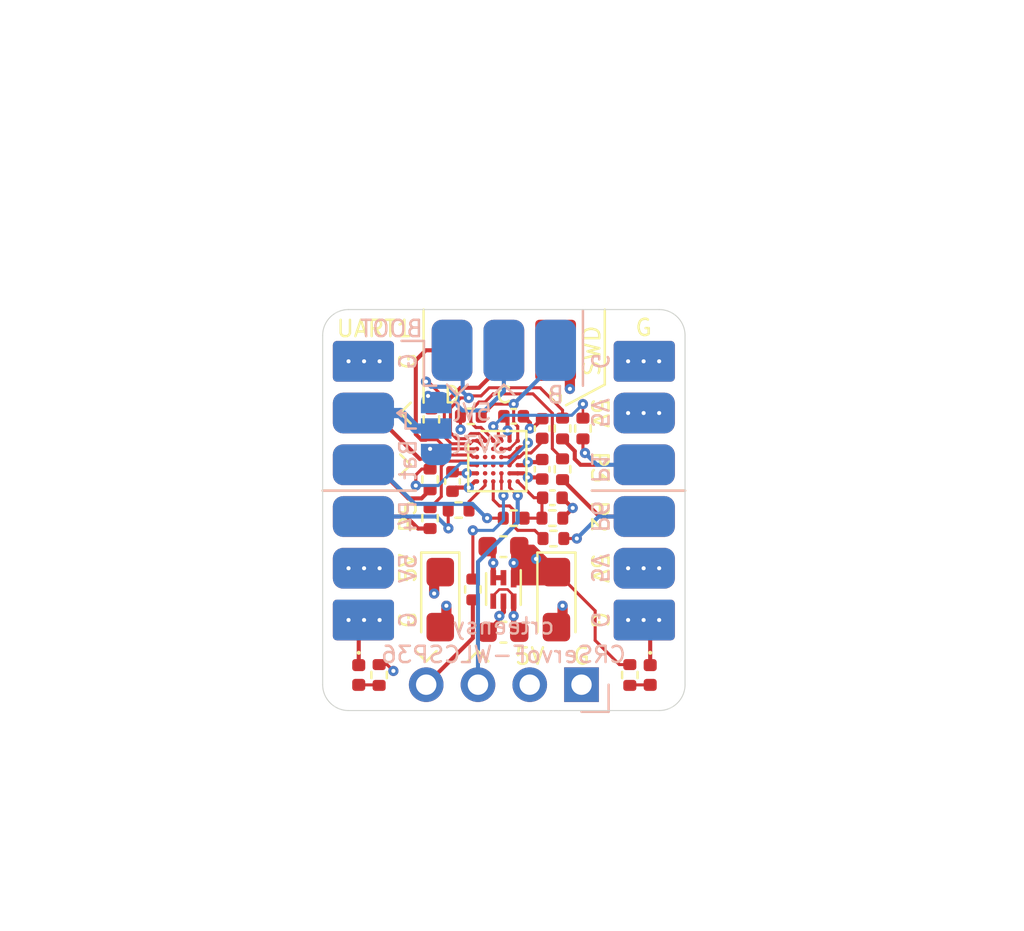
<source format=kicad_pcb>
(kicad_pcb (version 20171130) (host pcbnew 5.1.10-88a1d61d58~88~ubuntu18.04.1)

  (general
    (thickness 1.6)
    (drawings 96)
    (tracks 312)
    (zones 0)
    (modules 33)
    (nets 39)
  )

  (page A4)
  (layers
    (0 F.Cu_sig signal)
    (1 In1.Cu_3V3 signal)
    (2 In2.Cu_Gnd signal)
    (31 B.Cu_sig signal)
    (32 B.Adhes user)
    (33 F.Adhes user)
    (34 B.Paste user)
    (35 F.Paste user)
    (36 B.SilkS user)
    (37 F.SilkS user)
    (38 B.Mask user)
    (39 F.Mask user)
    (40 Dwgs.User user)
    (41 Cmts.User user)
    (42 Eco1.User user)
    (43 Eco2.User user)
    (44 Edge.Cuts user)
    (45 Margin user)
    (46 B.CrtYd user)
    (47 F.CrtYd user)
    (48 B.Fab user)
    (49 F.Fab user)
  )

  (setup
    (last_trace_width 0.15)
    (user_trace_width 0.1)
    (user_trace_width 0.125)
    (user_trace_width 0.15)
    (user_trace_width 0.2)
    (user_trace_width 0.25)
    (user_trace_width 0.3)
    (user_trace_width 0.35)
    (user_trace_width 0.4)
    (user_trace_width 0.45)
    (user_trace_width 0.5)
    (user_trace_width 1)
    (trace_clearance 0.1)
    (zone_clearance 0.15)
    (zone_45_only no)
    (trace_min 0.1)
    (via_size 0.5)
    (via_drill 0.2)
    (via_min_size 0.5)
    (via_min_drill 0.2)
    (user_via 0.5 0.2)
    (uvia_size 0.3)
    (uvia_drill 0.1)
    (uvias_allowed no)
    (uvia_min_size 0.2)
    (uvia_min_drill 0.1)
    (edge_width 0.05)
    (segment_width 0.2)
    (pcb_text_width 0.3)
    (pcb_text_size 1.5 1.5)
    (mod_edge_width 0.12)
    (mod_text_size 1 1)
    (mod_text_width 0.15)
    (pad_size 3 2)
    (pad_drill 0)
    (pad_to_mask_clearance 0)
    (aux_axis_origin 134.62 82.55)
    (visible_elements FFFFFF7F)
    (pcbplotparams
      (layerselection 0x010fc_ffffffff)
      (usegerberextensions false)
      (usegerberattributes true)
      (usegerberadvancedattributes true)
      (creategerberjobfile true)
      (excludeedgelayer true)
      (linewidth 0.100000)
      (plotframeref false)
      (viasonmask false)
      (mode 1)
      (useauxorigin false)
      (hpglpennumber 1)
      (hpglpenspeed 20)
      (hpglpendiameter 15.000000)
      (psnegative false)
      (psa4output false)
      (plotreference true)
      (plotvalue true)
      (plotinvisibletext false)
      (padsonsilk false)
      (subtractmaskfromsilk false)
      (outputformat 1)
      (mirror false)
      (drillshape 1)
      (scaleselection 1)
      (outputdirectory ""))
  )

  (net 0 "")
  (net 1 GND)
  (net 2 NRST)
  (net 3 sig_VBat)
  (net 4 +BATT)
  (net 5 BOOT0)
  (net 6 +5V)
  (net 7 PWM_Ch6)
  (net 8 PWM_Ch5)
  (net 9 PWM_Ch2)
  (net 10 PWM_Ch1)
  (net 11 SWCLK)
  (net 12 SWDIO)
  (net 13 3V3_route)
  (net 14 "Net-(J1-Pad10)")
  (net 15 "Net-(J1-Pad9)")
  (net 16 "Net-(J1-Pad4)")
  (net 17 "Net-(J1-Pad3)")
  (net 18 CRSF_RX)
  (net 19 CRSF_TX)
  (net 20 "Net-(U2-PadE2)")
  (net 21 "Net-(U2-PadD4)")
  (net 22 PWM_Ch4)
  (net 23 UART1_Tx)
  (net 24 UART1_Rx)
  (net 25 PWM_Ch3)
  (net 26 "Net-(J2-Pad10)")
  (net 27 "Net-(J2-Pad3)")
  (net 28 "Net-(D1-Pad2)")
  (net 29 "Net-(D2-Pad2)")
  (net 30 "Net-(U2-PadE3)")
  (net 31 "Net-(U2-PadD3)")
  (net 32 "Net-(U2-PadD2)")
  (net 33 "Net-(U2-PadC3)")
  (net 34 "Net-(U2-PadC2)")
  (net 35 "Net-(J2-Pad4)")
  (net 36 UART2_Tx)
  (net 37 UART2_TX_BOOT)
  (net 38 /Vout)

  (net_class Default "This is the default net class."
    (clearance 0.1)
    (trace_width 0.1)
    (via_dia 0.5)
    (via_drill 0.2)
    (uvia_dia 0.3)
    (uvia_drill 0.1)
    (add_net +5V)
    (add_net +BATT)
    (add_net /Vout)
    (add_net 3V3_route)
    (add_net BOOT0)
    (add_net CRSF_RX)
    (add_net CRSF_TX)
    (add_net GND)
    (add_net NRST)
    (add_net "Net-(D1-Pad2)")
    (add_net "Net-(D2-Pad2)")
    (add_net "Net-(J1-Pad10)")
    (add_net "Net-(J1-Pad3)")
    (add_net "Net-(J1-Pad4)")
    (add_net "Net-(J1-Pad9)")
    (add_net "Net-(J2-Pad10)")
    (add_net "Net-(J2-Pad3)")
    (add_net "Net-(J2-Pad4)")
    (add_net "Net-(U2-PadC2)")
    (add_net "Net-(U2-PadC3)")
    (add_net "Net-(U2-PadD2)")
    (add_net "Net-(U2-PadD3)")
    (add_net "Net-(U2-PadD4)")
    (add_net "Net-(U2-PadE2)")
    (add_net "Net-(U2-PadE3)")
    (add_net PWM_Ch1)
    (add_net PWM_Ch2)
    (add_net PWM_Ch3)
    (add_net PWM_Ch4)
    (add_net PWM_Ch5)
    (add_net PWM_Ch6)
    (add_net SWCLK)
    (add_net SWDIO)
    (add_net UART1_Rx)
    (add_net UART1_Tx)
    (add_net UART2_TX_BOOT)
    (add_net UART2_Tx)
    (add_net sig_VBat)
  )

  (module Connector_PinHeader_2.54mm:PinHeader_1x04_P2.54mm_Vertical (layer B.Cu_sig) (tedit 61562C7F) (tstamp 615530A9)
    (at 138.43 92.075 90)
    (descr "Through hole straight pin header, 1x04, 2.54mm pitch, single row")
    (tags "Through hole pin header THT 1x04 2.54mm single row")
    (path /616D4C9E)
    (fp_text reference J4 (at 0 2.33 270) (layer B.SilkS) hide
      (effects (font (size 1 1) (thickness 0.15)) (justify mirror))
    )
    (fp_text value Conn_01x04 (at 0 -9.95 270) (layer B.Fab) hide
      (effects (font (size 1 1) (thickness 0.15)) (justify mirror))
    )
    (fp_line (start -0.635 1.27) (end 1.27 1.27) (layer B.Fab) (width 0.1))
    (fp_line (start 1.27 1.27) (end 1.27 -8.89) (layer B.Fab) (width 0.1))
    (fp_line (start 1.27 -8.89) (end -1.27 -8.89) (layer B.Fab) (width 0.1))
    (fp_line (start -1.27 -8.89) (end -1.27 0.635) (layer B.Fab) (width 0.1))
    (fp_line (start -1.27 0.635) (end -0.635 1.27) (layer B.Fab) (width 0.1))
    (fp_line (start -1.33 0) (end -1.33 1.33) (layer B.SilkS) (width 0.12))
    (fp_line (start -1.33 1.33) (end 0 1.33) (layer B.SilkS) (width 0.12))
    (fp_line (start -1.8 1.8) (end -1.8 -9.4) (layer B.CrtYd) (width 0.05))
    (fp_line (start -1.8 -9.4) (end 1.8 -9.4) (layer B.CrtYd) (width 0.05))
    (fp_line (start 1.8 -9.4) (end 1.8 1.8) (layer B.CrtYd) (width 0.05))
    (fp_line (start 1.8 1.8) (end -1.8 1.8) (layer B.CrtYd) (width 0.05))
    (fp_text user %R (at 0 -3.81 180) (layer B.Fab) hide
      (effects (font (size 1 1) (thickness 0.15)) (justify mirror))
    )
    (pad 4 thru_hole oval (at 0 -7.62 90) (size 1.7 1.7) (drill 1) (layers *.Cu *.Mask)
      (net 18 CRSF_RX))
    (pad 3 thru_hole oval (at 0 -5.08 90) (size 1.7 1.7) (drill 1) (layers *.Cu *.Mask)
      (net 19 CRSF_TX))
    (pad 2 thru_hole oval (at 0 -2.54 90) (size 1.7 1.7) (drill 1) (layers *.Cu *.Mask)
      (net 6 +5V))
    (pad 1 thru_hole rect (at 0 0 90) (size 1.7 1.7) (drill 1) (layers *.Cu *.Mask)
      (net 1 GND))
    (model ${KISYS3DMOD}/Connector_PinHeader_2.54mm.3dshapes/PinHeader_1x04_P2.54mm_Vertical.wrl
      (at (xyz 0 0 0))
      (scale (xyz 1 1 1))
      (rotate (xyz 0 0 0))
    )
  )

  (module Resistor_SMD:R_0402_1005Metric (layer F.Cu_sig) (tedit 5F68FEEE) (tstamp 6157282A)
    (at 131.064 79.05 270)
    (descr "Resistor SMD 0402 (1005 Metric), square (rectangular) end terminal, IPC_7351 nominal, (Body size source: IPC-SM-782 page 72, https://www.pcb-3d.com/wordpress/wp-content/uploads/ipc-sm-782a_amendment_1_and_2.pdf), generated with kicad-footprint-generator")
    (tags resistor)
    (path /61651830)
    (attr smd)
    (fp_text reference R14 (at 0 -1.17 90) (layer F.SilkS) hide
      (effects (font (size 1 1) (thickness 0.15)))
    )
    (fp_text value 1k (at 0 1.17 90) (layer F.Fab) hide
      (effects (font (size 1 1) (thickness 0.15)))
    )
    (fp_text user %R (at 0 0 90) (layer F.Fab) hide
      (effects (font (size 0.26 0.26) (thickness 0.04)))
    )
    (fp_line (start -0.525 0.27) (end -0.525 -0.27) (layer F.Fab) (width 0.1))
    (fp_line (start -0.525 -0.27) (end 0.525 -0.27) (layer F.Fab) (width 0.1))
    (fp_line (start 0.525 -0.27) (end 0.525 0.27) (layer F.Fab) (width 0.1))
    (fp_line (start 0.525 0.27) (end -0.525 0.27) (layer F.Fab) (width 0.1))
    (fp_line (start -0.153641 -0.38) (end 0.153641 -0.38) (layer F.SilkS) (width 0.12))
    (fp_line (start -0.153641 0.38) (end 0.153641 0.38) (layer F.SilkS) (width 0.12))
    (fp_line (start -0.93 0.47) (end -0.93 -0.47) (layer F.CrtYd) (width 0.05))
    (fp_line (start -0.93 -0.47) (end 0.93 -0.47) (layer F.CrtYd) (width 0.05))
    (fp_line (start 0.93 -0.47) (end 0.93 0.47) (layer F.CrtYd) (width 0.05))
    (fp_line (start 0.93 0.47) (end -0.93 0.47) (layer F.CrtYd) (width 0.05))
    (pad 2 smd roundrect (at 0.51 0 270) (size 0.54 0.64) (layers F.Cu_sig F.Paste F.Mask) (roundrect_rratio 0.25)
      (net 11 SWCLK))
    (pad 1 smd roundrect (at -0.51 0 270) (size 0.54 0.64) (layers F.Cu_sig F.Paste F.Mask) (roundrect_rratio 0.25)
      (net 37 UART2_TX_BOOT))
    (model ${KISYS3DMOD}/Resistor_SMD.3dshapes/R_0402_1005Metric.wrl
      (at (xyz 0 0 0))
      (scale (xyz 1 1 1))
      (rotate (xyz 0 0 0))
    )
  )

  (module Resistor_SMD:R_0402_1005Metric (layer F.Cu_sig) (tedit 5F68FEEE) (tstamp 6156DFCF)
    (at 133.1 87.4 90)
    (descr "Resistor SMD 0402 (1005 Metric), square (rectangular) end terminal, IPC_7351 nominal, (Body size source: IPC-SM-782 page 72, https://www.pcb-3d.com/wordpress/wp-content/uploads/ipc-sm-782a_amendment_1_and_2.pdf), generated with kicad-footprint-generator")
    (tags resistor)
    (path /615F495B)
    (attr smd)
    (fp_text reference R13 (at 0 -1.17 90) (layer F.SilkS) hide
      (effects (font (size 1 1) (thickness 0.15)))
    )
    (fp_text value 1k (at 0 1.17 90) (layer F.Fab) hide
      (effects (font (size 1 1) (thickness 0.15)))
    )
    (fp_text user %R (at 0 0 90) (layer F.Fab) hide
      (effects (font (size 0.26 0.26) (thickness 0.04)))
    )
    (fp_line (start -0.525 0.27) (end -0.525 -0.27) (layer F.Fab) (width 0.1))
    (fp_line (start -0.525 -0.27) (end 0.525 -0.27) (layer F.Fab) (width 0.1))
    (fp_line (start 0.525 -0.27) (end 0.525 0.27) (layer F.Fab) (width 0.1))
    (fp_line (start 0.525 0.27) (end -0.525 0.27) (layer F.Fab) (width 0.1))
    (fp_line (start -0.153641 -0.38) (end 0.153641 -0.38) (layer F.SilkS) (width 0.12))
    (fp_line (start -0.153641 0.38) (end 0.153641 0.38) (layer F.SilkS) (width 0.12))
    (fp_line (start -0.93 0.47) (end -0.93 -0.47) (layer F.CrtYd) (width 0.05))
    (fp_line (start -0.93 -0.47) (end 0.93 -0.47) (layer F.CrtYd) (width 0.05))
    (fp_line (start 0.93 -0.47) (end 0.93 0.47) (layer F.CrtYd) (width 0.05))
    (fp_line (start 0.93 0.47) (end -0.93 0.47) (layer F.CrtYd) (width 0.05))
    (pad 2 smd roundrect (at 0.51 0 90) (size 0.54 0.64) (layers F.Cu_sig F.Paste F.Mask) (roundrect_rratio 0.25)
      (net 36 UART2_Tx))
    (pad 1 smd roundrect (at -0.51 0 90) (size 0.54 0.64) (layers F.Cu_sig F.Paste F.Mask) (roundrect_rratio 0.25)
      (net 18 CRSF_RX))
    (model ${KISYS3DMOD}/Resistor_SMD.3dshapes/R_0402_1005Metric.wrl
      (at (xyz 0 0 0))
      (scale (xyz 1 1 1))
      (rotate (xyz 0 0 0))
    )
  )

  (module Capacitor_Tantalum_SMD:CP_EIA-3216-18_Kemet-A (layer F.Cu_sig) (tedit 5EBA9318) (tstamp 61526D29)
    (at 137.2 87.9 270)
    (descr "Tantalum Capacitor SMD Kemet-A (3216-18 Metric), IPC_7351 nominal, (Body size from: http://www.kemet.com/Lists/ProductCatalog/Attachments/253/KEM_TC101_STD.pdf), generated with kicad-footprint-generator")
    (tags "capacitor tantalum")
    (path /61632490)
    (attr smd)
    (fp_text reference C8 (at 0 -1.75 90) (layer F.SilkS) hide
      (effects (font (size 1 1) (thickness 0.15)))
    )
    (fp_text value 100u (at 0 1.75 90) (layer F.Fab) hide
      (effects (font (size 1 1) (thickness 0.15)))
    )
    (fp_text user %R (at 0 0 90) (layer F.Fab) hide
      (effects (font (size 0.8 0.8) (thickness 0.12)))
    )
    (fp_line (start 1.6 -0.8) (end -1.2 -0.8) (layer F.Fab) (width 0.1))
    (fp_line (start -1.2 -0.8) (end -1.6 -0.4) (layer F.Fab) (width 0.1))
    (fp_line (start -1.6 -0.4) (end -1.6 0.8) (layer F.Fab) (width 0.1))
    (fp_line (start -1.6 0.8) (end 1.6 0.8) (layer F.Fab) (width 0.1))
    (fp_line (start 1.6 0.8) (end 1.6 -0.8) (layer F.Fab) (width 0.1))
    (fp_line (start 1.6 -0.935) (end -2.31 -0.935) (layer F.SilkS) (width 0.12))
    (fp_line (start -2.31 -0.935) (end -2.31 0.935) (layer F.SilkS) (width 0.12))
    (fp_line (start -2.31 0.935) (end 1.6 0.935) (layer F.SilkS) (width 0.12))
    (fp_line (start -2.3 1.05) (end -2.3 -1.05) (layer F.CrtYd) (width 0.05))
    (fp_line (start -2.3 -1.05) (end 2.3 -1.05) (layer F.CrtYd) (width 0.05))
    (fp_line (start 2.3 -1.05) (end 2.3 1.05) (layer F.CrtYd) (width 0.05))
    (fp_line (start 2.3 1.05) (end -2.3 1.05) (layer F.CrtYd) (width 0.05))
    (pad 2 smd roundrect (at 1.35 0 270) (size 1.4 1.35) (layers F.Cu_sig F.Paste F.Mask) (roundrect_rratio 0.185185)
      (net 1 GND))
    (pad 1 smd roundrect (at -1.35 0 270) (size 1.4 1.35) (layers F.Cu_sig F.Paste F.Mask) (roundrect_rratio 0.185185)
      (net 13 3V3_route))
    (model ${KISYS3DMOD}/Capacitor_Tantalum_SMD.3dshapes/CP_EIA-3216-18_Kemet-A.wrl
      (at (xyz 0 0 0))
      (scale (xyz 1 1 1))
      (rotate (xyz 0 0 0))
    )
  )

  (module Capacitor_Tantalum_SMD:CP_EIA-3216-18_Kemet-A (layer F.Cu_sig) (tedit 5EBA9318) (tstamp 6152109F)
    (at 131.5 87.9 270)
    (descr "Tantalum Capacitor SMD Kemet-A (3216-18 Metric), IPC_7351 nominal, (Body size from: http://www.kemet.com/Lists/ProductCatalog/Attachments/253/KEM_TC101_STD.pdf), generated with kicad-footprint-generator")
    (tags "capacitor tantalum")
    (path /61631E21)
    (attr smd)
    (fp_text reference C5 (at 0 -1.75 90) (layer F.SilkS) hide
      (effects (font (size 1 1) (thickness 0.15)))
    )
    (fp_text value 100u (at 0 1.75 90) (layer F.Fab) hide
      (effects (font (size 1 1) (thickness 0.15)))
    )
    (fp_text user %R (at 0 0 90) (layer F.Fab) hide
      (effects (font (size 0.8 0.8) (thickness 0.12)))
    )
    (fp_line (start 1.6 -0.8) (end -1.2 -0.8) (layer F.Fab) (width 0.1))
    (fp_line (start -1.2 -0.8) (end -1.6 -0.4) (layer F.Fab) (width 0.1))
    (fp_line (start -1.6 -0.4) (end -1.6 0.8) (layer F.Fab) (width 0.1))
    (fp_line (start -1.6 0.8) (end 1.6 0.8) (layer F.Fab) (width 0.1))
    (fp_line (start 1.6 0.8) (end 1.6 -0.8) (layer F.Fab) (width 0.1))
    (fp_line (start 1.6 -0.935) (end -2.31 -0.935) (layer F.SilkS) (width 0.12))
    (fp_line (start -2.31 -0.935) (end -2.31 0.935) (layer F.SilkS) (width 0.12))
    (fp_line (start -2.31 0.935) (end 1.6 0.935) (layer F.SilkS) (width 0.12))
    (fp_line (start -2.3 1.05) (end -2.3 -1.05) (layer F.CrtYd) (width 0.05))
    (fp_line (start -2.3 -1.05) (end 2.3 -1.05) (layer F.CrtYd) (width 0.05))
    (fp_line (start 2.3 -1.05) (end 2.3 1.05) (layer F.CrtYd) (width 0.05))
    (fp_line (start 2.3 1.05) (end -2.3 1.05) (layer F.CrtYd) (width 0.05))
    (pad 2 smd roundrect (at 1.35 0 270) (size 1.4 1.35) (layers F.Cu_sig F.Paste F.Mask) (roundrect_rratio 0.185185)
      (net 1 GND))
    (pad 1 smd roundrect (at -1.35 0 270) (size 1.4 1.35) (layers F.Cu_sig F.Paste F.Mask) (roundrect_rratio 0.185185)
      (net 6 +5V))
    (model ${KISYS3DMOD}/Capacitor_Tantalum_SMD.3dshapes/CP_EIA-3216-18_Kemet-A.wrl
      (at (xyz 0 0 0))
      (scale (xyz 1 1 1))
      (rotate (xyz 0 0 0))
    )
  )

  (module Jumper:SolderJumper-3_P1.3mm_Open_RoundedPad1.0x1.5mm (layer B.Cu_sig) (tedit 6156132A) (tstamp 6155678B)
    (at 131.3 79.5 270)
    (descr "SMD Solder 3-pad Jumper, 1x1.5mm rounded Pads, 0.3mm gap, open")
    (tags "solder jumper open")
    (path /61807C53)
    (attr virtual)
    (fp_text reference JP1 (at 0 1.8 90) (layer B.SilkS) hide
      (effects (font (size 1 1) (thickness 0.15)) (justify mirror))
    )
    (fp_text value "Vout sel" (at 0 -1.9 90) (layer B.Fab) hide
      (effects (font (size 1 1) (thickness 0.15)) (justify mirror))
    )
    (fp_line (start 2.3 -1.25) (end -2.3 -1.25) (layer B.CrtYd) (width 0.05))
    (fp_line (start 2.3 -1.25) (end 2.3 1.25) (layer B.CrtYd) (width 0.05))
    (fp_line (start -2.3 1.25) (end -2.3 -1.25) (layer B.CrtYd) (width 0.05))
    (fp_line (start -2.3 1.25) (end 2.3 1.25) (layer B.CrtYd) (width 0.05))
    (pad 2 smd rect (at 0 0 270) (size 1 1.5) (layers B.Cu_sig B.Mask)
      (net 38 /Vout))
    (pad 3 smd custom (at 1.3 0 270) (size 1 0.5) (layers B.Cu_sig B.Mask)
      (net 13 3V3_route) (zone_connect 2)
      (options (clearance outline) (anchor rect))
      (primitives
        (gr_circle (center 0 -0.25) (end 0.5 -0.25) (width 0))
        (gr_circle (center 0 0.25) (end 0.5 0.25) (width 0))
        (gr_poly (pts
           (xy -0.55 0.75) (xy 0 0.75) (xy 0 -0.75) (xy -0.55 -0.75)) (width 0))
      ))
    (pad 1 smd custom (at -1.3 0 270) (size 1 0.5) (layers B.Cu_sig B.Mask)
      (net 6 +5V) (zone_connect 2)
      (options (clearance outline) (anchor rect))
      (primitives
        (gr_circle (center 0 -0.25) (end 0.5 -0.25) (width 0))
        (gr_circle (center 0 0.25) (end 0.5 0.25) (width 0))
        (gr_poly (pts
           (xy 0.55 0.75) (xy 0 0.75) (xy 0 -0.75) (xy 0.55 -0.75)) (width 0))
      ))
  )

  (module 25_CRServoF_WLCSP36:BoardEdge_Servo_1 (layer B.Cu_sig) (tedit 6153896F) (tstamp 615699BF)
    (at 134.62 73.66 90)
    (path /615C3F31)
    (attr virtual)
    (fp_text reference J5 (at 0 -0.5 90) (layer B.SilkS) hide
      (effects (font (size 1 1) (thickness 0.15)) (justify mirror))
    )
    (fp_text value Conn_01x03 (at 0 0.5 90) (layer B.Fab) hide
      (effects (font (size 1 1) (thickness 0.15)) (justify mirror))
    )
    (fp_text user edge (at 1.27 0 180) (layer B.Fab)
      (effects (font (size 1 1) (thickness 0.15)) (justify mirror))
    )
    (fp_line (start 0 4) (end 0 -4) (layer B.Fab) (width 0.12))
    (fp_line (start 0.635 1.905) (end 0 2.54) (layer B.Fab) (width 0.12))
    (fp_line (start 0 2.54) (end 0.635 3.175) (layer B.Fab) (width 0.12))
    (fp_line (start 0.635 3.175) (end 0.635 1.905) (layer B.Fab) (width 0.12))
    (fp_line (start 0 -2.54) (end 0.635 -1.905) (layer B.Fab) (width 0.12))
    (fp_line (start 0.635 -1.905) (end 0.635 -3.175) (layer B.Fab) (width 0.12))
    (fp_line (start 0.635 -3.175) (end 0 -2.54) (layer B.Fab) (width 0.12))
    (pad 3 smd roundrect (at -2 -2.54 90) (size 3 2) (layers B.Cu_sig B.Mask) (roundrect_rratio 0.25)
      (net 10 PWM_Ch1))
    (pad 2 smd roundrect (at -2 0 90) (size 3 2) (layers B.Cu_sig B.Mask) (roundrect_rratio 0.25)
      (net 37 UART2_TX_BOOT))
    (pad 1 smd roundrect (at -2 2.54 90) (size 3 2) (layers B.Cu_sig B.Mask) (roundrect_rratio 0.25)
      (net 5 BOOT0))
    (model ${KISYS3DMOD}/Connector_PinHeader_2.54mm.3dshapes/PinHeader_1x03_P2.54mm_Vertical.step
      (offset (xyz 0 2.54 0.35))
      (scale (xyz 1 1 1))
      (rotate (xyz 0 -90 0))
    )
  )

  (module 25_CRServoF_WLCSP36:BoardEdge_Servo_4 (layer F.Cu_sig) (tedit 61538921) (tstamp 61521FF6)
    (at 125.73 82.55 180)
    (path /61655FC9)
    (attr virtual)
    (fp_text reference J2 (at 0 0.5) (layer F.SilkS) hide
      (effects (font (size 1 1) (thickness 0.15)))
    )
    (fp_text value Conn_02x06_Counter_Clockwise (at 0 -0.5) (layer F.Fab) hide
      (effects (font (size 1 1) (thickness 0.15)))
    )
    (fp_line (start 0.635 -6.985) (end 0.635 -5.715) (layer F.Fab) (width 0.12))
    (fp_line (start 0 -6.35) (end 0.635 -6.985) (layer F.Fab) (width 0.12))
    (fp_line (start 0.635 -5.715) (end 0 -6.35) (layer F.Fab) (width 0.12))
    (fp_line (start 0.635 6.985) (end 0.635 5.715) (layer F.Fab) (width 0.12))
    (fp_line (start 0 6.35) (end 0.635 6.985) (layer F.Fab) (width 0.12))
    (fp_line (start 0.635 5.715) (end 0 6.35) (layer F.Fab) (width 0.12))
    (fp_line (start 0 6.35) (end 0.635 5.715) (layer F.Fab) (width 0.12))
    (fp_line (start 0 -7.62) (end 0 7.62) (layer F.Fab) (width 0.12))
    (fp_text user edge (at 1.27 -3.81 90) (layer F.Fab)
      (effects (font (size 1 1) (thickness 0.15)))
    )
    (fp_text user edge (at 1.27 -3.81 90) (layer F.Fab)
      (effects (font (size 1 1) (thickness 0.15)))
    )
    (fp_text user edge (at 1.27 3.81 90) (layer F.Fab)
      (effects (font (size 1 1) (thickness 0.15)))
    )
    (pad 12 smd roundrect (at -2 -6.35 180) (size 3 2) (layers B.Cu_sig B.Mask) (roundrect_rratio 0.1)
      (net 1 GND))
    (pad 11 smd roundrect (at -2 -3.81 180) (size 3 2) (layers B.Cu_sig B.Mask) (roundrect_rratio 0.25)
      (net 6 +5V))
    (pad 10 smd roundrect (at -2 -1.27 180) (size 3 2) (layers B.Cu_sig B.Mask) (roundrect_rratio 0.25)
      (net 26 "Net-(J2-Pad10)"))
    (pad 9 smd roundrect (at -2 1.27 180) (size 3 2) (layers B.Cu_sig B.Mask) (roundrect_rratio 0.25)
      (net 4 +BATT))
    (pad 8 smd roundrect (at -2 3.81 180) (size 3 2) (layers B.Cu_sig B.Mask) (roundrect_rratio 0.25)
      (net 38 /Vout))
    (pad 7 smd roundrect (at -2 6.35 180) (size 3 2) (layers B.Cu_sig B.Mask) (roundrect_rratio 0.1)
      (net 1 GND))
    (pad 6 smd roundrect (at -2 6.35 180) (size 3 2) (layers F.Cu_sig F.Mask) (roundrect_rratio 0.1)
      (net 1 GND))
    (pad 5 smd roundrect (at -2 3.81 180) (size 3 2) (layers F.Cu_sig F.Mask) (roundrect_rratio 0.25)
      (net 24 UART1_Rx))
    (pad 4 smd roundrect (at -2 1.27 180) (size 3 2) (layers F.Cu_sig F.Mask) (roundrect_rratio 0.25)
      (net 35 "Net-(J2-Pad4)"))
    (pad 3 smd roundrect (at -2 -1.27 180) (size 3 2) (layers F.Cu_sig F.Mask) (roundrect_rratio 0.25)
      (net 27 "Net-(J2-Pad3)"))
    (pad 2 smd roundrect (at -2 -3.81 180) (size 3 2) (layers F.Cu_sig F.Mask) (roundrect_rratio 0.25)
      (net 6 +5V))
    (pad 1 smd roundrect (at -2 -6.35 180) (size 3 2) (layers F.Cu_sig F.Mask) (roundrect_rratio 0.1)
      (net 1 GND))
    (model ${KISYS3DMOD}/Connector_PinHeader_2.54mm.3dshapes/PinHeader_2x06_P2.54mm_Vertical.step
      (offset (xyz 0 6.35 0.4))
      (scale (xyz 1 1 1))
      (rotate (xyz 0 -90 0))
    )
  )

  (module 25_CRServoF_WLCSP36:BoardEdge_Servo_4 (layer F.Cu_sig) (tedit 61538929) (tstamp 6152393E)
    (at 143.51 82.55)
    (path /615D79F3)
    (attr virtual)
    (fp_text reference J1 (at 0 0.5) (layer F.SilkS) hide
      (effects (font (size 1 1) (thickness 0.15)))
    )
    (fp_text value Conn_02x06_Counter_Clockwise (at 0 -0.5) (layer F.Fab) hide
      (effects (font (size 1 1) (thickness 0.15)))
    )
    (fp_line (start 0.635 -6.985) (end 0.635 -5.715) (layer F.Fab) (width 0.12))
    (fp_line (start 0 -6.35) (end 0.635 -6.985) (layer F.Fab) (width 0.12))
    (fp_line (start 0.635 -5.715) (end 0 -6.35) (layer F.Fab) (width 0.12))
    (fp_line (start 0.635 6.985) (end 0.635 5.715) (layer F.Fab) (width 0.12))
    (fp_line (start 0 6.35) (end 0.635 6.985) (layer F.Fab) (width 0.12))
    (fp_line (start 0.635 5.715) (end 0 6.35) (layer F.Fab) (width 0.12))
    (fp_line (start 0 6.35) (end 0.635 5.715) (layer F.Fab) (width 0.12))
    (fp_line (start 0 -7.62) (end 0 7.62) (layer F.Fab) (width 0.12))
    (fp_text user edge (at 1.27 -3.81 90) (layer F.Fab)
      (effects (font (size 1 1) (thickness 0.15)))
    )
    (fp_text user edge (at 1.27 -3.81 90) (layer F.Fab)
      (effects (font (size 1 1) (thickness 0.15)))
    )
    (fp_text user edge (at 1.27 3.81 90) (layer F.Fab)
      (effects (font (size 1 1) (thickness 0.15)))
    )
    (pad 12 smd roundrect (at -2 -6.35) (size 3 2) (layers B.Cu_sig B.Mask) (roundrect_rratio 0.1)
      (net 1 GND))
    (pad 11 smd roundrect (at -2 -3.81) (size 3 2) (layers B.Cu_sig B.Mask) (roundrect_rratio 0.25)
      (net 6 +5V))
    (pad 10 smd roundrect (at -2 -1.27) (size 3 2) (layers B.Cu_sig B.Mask) (roundrect_rratio 0.25)
      (net 14 "Net-(J1-Pad10)"))
    (pad 9 smd roundrect (at -2 1.27) (size 3 2) (layers B.Cu_sig B.Mask) (roundrect_rratio 0.25)
      (net 15 "Net-(J1-Pad9)"))
    (pad 8 smd roundrect (at -2 3.81) (size 3 2) (layers B.Cu_sig B.Mask) (roundrect_rratio 0.25)
      (net 6 +5V))
    (pad 7 smd roundrect (at -2 6.35) (size 3 2) (layers B.Cu_sig B.Mask) (roundrect_rratio 0.1)
      (net 1 GND))
    (pad 6 smd roundrect (at -2 6.35) (size 3 2) (layers F.Cu_sig F.Mask) (roundrect_rratio 0.1)
      (net 1 GND))
    (pad 5 smd roundrect (at -2 3.81) (size 3 2) (layers F.Cu_sig F.Mask) (roundrect_rratio 0.25)
      (net 6 +5V))
    (pad 4 smd roundrect (at -2 1.27) (size 3 2) (layers F.Cu_sig F.Mask) (roundrect_rratio 0.25)
      (net 16 "Net-(J1-Pad4)"))
    (pad 3 smd roundrect (at -2 -1.27) (size 3 2) (layers F.Cu_sig F.Mask) (roundrect_rratio 0.25)
      (net 17 "Net-(J1-Pad3)"))
    (pad 2 smd roundrect (at -2 -3.81) (size 3 2) (layers F.Cu_sig F.Mask) (roundrect_rratio 0.25)
      (net 6 +5V))
    (pad 1 smd roundrect (at -2 -6.35) (size 3 2) (layers F.Cu_sig F.Mask) (roundrect_rratio 0.1)
      (net 1 GND))
    (model ${KISYS3DMOD}/Connector_PinHeader_2.54mm.3dshapes/PinHeader_2x06_P2.54mm_Vertical.step
      (offset (xyz 0 6.35 0.4))
      (scale (xyz 1 1 1))
      (rotate (xyz 0 -90 0))
    )
  )

  (module Resistor_SMD:R_0402_1005Metric (layer F.Cu_sig) (tedit 5F68FEEE) (tstamp 6154EEC8)
    (at 128.5 91.6 270)
    (descr "Resistor SMD 0402 (1005 Metric), square (rectangular) end terminal, IPC_7351 nominal, (Body size source: IPC-SM-782 page 72, https://www.pcb-3d.com/wordpress/wp-content/uploads/ipc-sm-782a_amendment_1_and_2.pdf), generated with kicad-footprint-generator")
    (tags resistor)
    (path /617C4CBF)
    (attr smd)
    (fp_text reference R12 (at 0 -1.17 90) (layer F.SilkS) hide
      (effects (font (size 1 1) (thickness 0.15)))
    )
    (fp_text value 3k9 (at 0 1.17 90) (layer F.Fab) hide
      (effects (font (size 1 1) (thickness 0.15)))
    )
    (fp_line (start 0.93 0.47) (end -0.93 0.47) (layer F.CrtYd) (width 0.05))
    (fp_line (start 0.93 -0.47) (end 0.93 0.47) (layer F.CrtYd) (width 0.05))
    (fp_line (start -0.93 -0.47) (end 0.93 -0.47) (layer F.CrtYd) (width 0.05))
    (fp_line (start -0.93 0.47) (end -0.93 -0.47) (layer F.CrtYd) (width 0.05))
    (fp_line (start -0.153641 0.38) (end 0.153641 0.38) (layer F.SilkS) (width 0.12))
    (fp_line (start -0.153641 -0.38) (end 0.153641 -0.38) (layer F.SilkS) (width 0.12))
    (fp_line (start 0.525 0.27) (end -0.525 0.27) (layer F.Fab) (width 0.1))
    (fp_line (start 0.525 -0.27) (end 0.525 0.27) (layer F.Fab) (width 0.1))
    (fp_line (start -0.525 -0.27) (end 0.525 -0.27) (layer F.Fab) (width 0.1))
    (fp_line (start -0.525 0.27) (end -0.525 -0.27) (layer F.Fab) (width 0.1))
    (fp_text user %R (at 0 0 90) (layer F.Fab) hide
      (effects (font (size 0.26 0.26) (thickness 0.04)))
    )
    (pad 2 smd roundrect (at 0.51 0 270) (size 0.54 0.64) (layers F.Cu_sig F.Paste F.Mask) (roundrect_rratio 0.25)
      (net 29 "Net-(D2-Pad2)"))
    (pad 1 smd roundrect (at -0.51 0 270) (size 0.54 0.64) (layers F.Cu_sig F.Paste F.Mask) (roundrect_rratio 0.25)
      (net 6 +5V))
    (model ${KISYS3DMOD}/Resistor_SMD.3dshapes/R_0402_1005Metric.wrl
      (at (xyz 0 0 0))
      (scale (xyz 1 1 1))
      (rotate (xyz 0 0 0))
    )
  )

  (module LED_SMD:LED_0402_1005Metric (layer F.Cu_sig) (tedit 5F68FEF1) (tstamp 6154ECA5)
    (at 127.5 91.6 270)
    (descr "LED SMD 0402 (1005 Metric), square (rectangular) end terminal, IPC_7351 nominal, (Body size source: http://www.tortai-tech.com/upload/download/2011102023233369053.pdf), generated with kicad-footprint-generator")
    (tags LED)
    (path /617C4CB3)
    (attr smd)
    (fp_text reference D2 (at 0 -1.17 90) (layer F.SilkS) hide
      (effects (font (size 1 1) (thickness 0.15)))
    )
    (fp_text value LED (at 0 1.17 90) (layer F.Fab) hide
      (effects (font (size 1 1) (thickness 0.15)))
    )
    (fp_line (start 0.93 0.47) (end -0.93 0.47) (layer F.CrtYd) (width 0.05))
    (fp_line (start 0.93 -0.47) (end 0.93 0.47) (layer F.CrtYd) (width 0.05))
    (fp_line (start -0.93 -0.47) (end 0.93 -0.47) (layer F.CrtYd) (width 0.05))
    (fp_line (start -0.93 0.47) (end -0.93 -0.47) (layer F.CrtYd) (width 0.05))
    (fp_line (start -0.3 0.25) (end -0.3 -0.25) (layer F.Fab) (width 0.1))
    (fp_line (start -0.4 0.25) (end -0.4 -0.25) (layer F.Fab) (width 0.1))
    (fp_line (start 0.5 0.25) (end -0.5 0.25) (layer F.Fab) (width 0.1))
    (fp_line (start 0.5 -0.25) (end 0.5 0.25) (layer F.Fab) (width 0.1))
    (fp_line (start -0.5 -0.25) (end 0.5 -0.25) (layer F.Fab) (width 0.1))
    (fp_line (start -0.5 0.25) (end -0.5 -0.25) (layer F.Fab) (width 0.1))
    (fp_circle (center -1.09 0) (end -1.04 0) (layer F.SilkS) (width 0.1))
    (fp_text user %R (at 0 0 90) (layer F.Fab) hide
      (effects (font (size 0.25 0.25) (thickness 0.04)))
    )
    (pad 2 smd roundrect (at 0.485 0 270) (size 0.59 0.64) (layers F.Cu_sig F.Paste F.Mask) (roundrect_rratio 0.25)
      (net 29 "Net-(D2-Pad2)"))
    (pad 1 smd roundrect (at -0.485 0 270) (size 0.59 0.64) (layers F.Cu_sig F.Paste F.Mask) (roundrect_rratio 0.25)
      (net 1 GND))
    (model ${KISYS3DMOD}/LED_SMD.3dshapes/LED_0402_1005Metric.wrl
      (at (xyz 0 0 0))
      (scale (xyz 1 1 1))
      (rotate (xyz 0 0 0))
    )
  )

  (module Resistor_SMD:R_0402_1005Metric (layer F.Cu_sig) (tedit 5F68FEEE) (tstamp 61543ECE)
    (at 140.8 91.6 270)
    (descr "Resistor SMD 0402 (1005 Metric), square (rectangular) end terminal, IPC_7351 nominal, (Body size source: IPC-SM-782 page 72, https://www.pcb-3d.com/wordpress/wp-content/uploads/ipc-sm-782a_amendment_1_and_2.pdf), generated with kicad-footprint-generator")
    (tags resistor)
    (path /61762D12)
    (attr smd)
    (fp_text reference R11 (at 0 -1.17 90) (layer F.SilkS) hide
      (effects (font (size 1 1) (thickness 0.15)))
    )
    (fp_text value 560R (at 0 1.17 90) (layer F.Fab) hide
      (effects (font (size 1 1) (thickness 0.15)))
    )
    (fp_line (start 0.93 0.47) (end -0.93 0.47) (layer F.CrtYd) (width 0.05))
    (fp_line (start 0.93 -0.47) (end 0.93 0.47) (layer F.CrtYd) (width 0.05))
    (fp_line (start -0.93 -0.47) (end 0.93 -0.47) (layer F.CrtYd) (width 0.05))
    (fp_line (start -0.93 0.47) (end -0.93 -0.47) (layer F.CrtYd) (width 0.05))
    (fp_line (start -0.153641 0.38) (end 0.153641 0.38) (layer F.SilkS) (width 0.12))
    (fp_line (start -0.153641 -0.38) (end 0.153641 -0.38) (layer F.SilkS) (width 0.12))
    (fp_line (start 0.525 0.27) (end -0.525 0.27) (layer F.Fab) (width 0.1))
    (fp_line (start 0.525 -0.27) (end 0.525 0.27) (layer F.Fab) (width 0.1))
    (fp_line (start -0.525 -0.27) (end 0.525 -0.27) (layer F.Fab) (width 0.1))
    (fp_line (start -0.525 0.27) (end -0.525 -0.27) (layer F.Fab) (width 0.1))
    (fp_text user %R (at 0 0 90) (layer F.Fab) hide
      (effects (font (size 0.26 0.26) (thickness 0.04)))
    )
    (pad 2 smd roundrect (at 0.51 0 270) (size 0.54 0.64) (layers F.Cu_sig F.Paste F.Mask) (roundrect_rratio 0.25)
      (net 28 "Net-(D1-Pad2)"))
    (pad 1 smd roundrect (at -0.51 0 270) (size 0.54 0.64) (layers F.Cu_sig F.Paste F.Mask) (roundrect_rratio 0.25)
      (net 13 3V3_route))
    (model ${KISYS3DMOD}/Resistor_SMD.3dshapes/R_0402_1005Metric.wrl
      (at (xyz 0 0 0))
      (scale (xyz 1 1 1))
      (rotate (xyz 0 0 0))
    )
  )

  (module LED_SMD:LED_0402_1005Metric (layer F.Cu_sig) (tedit 5F68FEF1) (tstamp 61543CCB)
    (at 141.8 91.6 270)
    (descr "LED SMD 0402 (1005 Metric), square (rectangular) end terminal, IPC_7351 nominal, (Body size source: http://www.tortai-tech.com/upload/download/2011102023233369053.pdf), generated with kicad-footprint-generator")
    (tags LED)
    (path /61761ACA)
    (attr smd)
    (fp_text reference D1 (at 0 -1.17 90) (layer F.SilkS) hide
      (effects (font (size 1 1) (thickness 0.15)))
    )
    (fp_text value LED (at 0 1.17 90) (layer F.Fab) hide
      (effects (font (size 1 1) (thickness 0.15)))
    )
    (fp_line (start 0.93 0.47) (end -0.93 0.47) (layer F.CrtYd) (width 0.05))
    (fp_line (start 0.93 -0.47) (end 0.93 0.47) (layer F.CrtYd) (width 0.05))
    (fp_line (start -0.93 -0.47) (end 0.93 -0.47) (layer F.CrtYd) (width 0.05))
    (fp_line (start -0.93 0.47) (end -0.93 -0.47) (layer F.CrtYd) (width 0.05))
    (fp_line (start -0.3 0.25) (end -0.3 -0.25) (layer F.Fab) (width 0.1))
    (fp_line (start -0.4 0.25) (end -0.4 -0.25) (layer F.Fab) (width 0.1))
    (fp_line (start 0.5 0.25) (end -0.5 0.25) (layer F.Fab) (width 0.1))
    (fp_line (start 0.5 -0.25) (end 0.5 0.25) (layer F.Fab) (width 0.1))
    (fp_line (start -0.5 -0.25) (end 0.5 -0.25) (layer F.Fab) (width 0.1))
    (fp_line (start -0.5 0.25) (end -0.5 -0.25) (layer F.Fab) (width 0.1))
    (fp_circle (center -1.09 0) (end -1.04 0) (layer F.SilkS) (width 0.1))
    (fp_text user %R (at 0 0 90) (layer F.Fab) hide
      (effects (font (size 0.25 0.25) (thickness 0.04)))
    )
    (pad 2 smd roundrect (at 0.485 0 270) (size 0.59 0.64) (layers F.Cu_sig F.Paste F.Mask) (roundrect_rratio 0.25)
      (net 28 "Net-(D1-Pad2)"))
    (pad 1 smd roundrect (at -0.485 0 270) (size 0.59 0.64) (layers F.Cu_sig F.Paste F.Mask) (roundrect_rratio 0.25)
      (net 1 GND))
    (model ${KISYS3DMOD}/LED_SMD.3dshapes/LED_0402_1005Metric.wrl
      (at (xyz 0 0 0))
      (scale (xyz 1 1 1))
      (rotate (xyz 0 0 0))
    )
  )

  (module Capacitor_SMD:C_0402_1005Metric (layer F.Cu_sig) (tedit 5F68FEEE) (tstamp 615398B6)
    (at 137 82.9)
    (descr "Capacitor SMD 0402 (1005 Metric), square (rectangular) end terminal, IPC_7351 nominal, (Body size source: IPC-SM-782 page 76, https://www.pcb-3d.com/wordpress/wp-content/uploads/ipc-sm-782a_amendment_1_and_2.pdf), generated with kicad-footprint-generator")
    (tags capacitor)
    (path /6168F110)
    (attr smd)
    (fp_text reference C9 (at 0 -1.16) (layer F.SilkS) hide
      (effects (font (size 1 1) (thickness 0.15)))
    )
    (fp_text value 100n (at 0 1.16) (layer F.Fab) hide
      (effects (font (size 1 1) (thickness 0.15)))
    )
    (fp_line (start 0.91 0.46) (end -0.91 0.46) (layer F.CrtYd) (width 0.05))
    (fp_line (start 0.91 -0.46) (end 0.91 0.46) (layer F.CrtYd) (width 0.05))
    (fp_line (start -0.91 -0.46) (end 0.91 -0.46) (layer F.CrtYd) (width 0.05))
    (fp_line (start -0.91 0.46) (end -0.91 -0.46) (layer F.CrtYd) (width 0.05))
    (fp_line (start -0.107836 0.36) (end 0.107836 0.36) (layer F.SilkS) (width 0.12))
    (fp_line (start -0.107836 -0.36) (end 0.107836 -0.36) (layer F.SilkS) (width 0.12))
    (fp_line (start 0.5 0.25) (end -0.5 0.25) (layer F.Fab) (width 0.1))
    (fp_line (start 0.5 -0.25) (end 0.5 0.25) (layer F.Fab) (width 0.1))
    (fp_line (start -0.5 -0.25) (end 0.5 -0.25) (layer F.Fab) (width 0.1))
    (fp_line (start -0.5 0.25) (end -0.5 -0.25) (layer F.Fab) (width 0.1))
    (fp_text user %R (at 0 0) (layer F.Fab) hide
      (effects (font (size 0.25 0.25) (thickness 0.04)))
    )
    (pad 2 smd roundrect (at 0.48 0) (size 0.56 0.62) (layers F.Cu_sig F.Paste F.Mask) (roundrect_rratio 0.25)
      (net 1 GND))
    (pad 1 smd roundrect (at -0.48 0) (size 0.56 0.62) (layers F.Cu_sig F.Paste F.Mask) (roundrect_rratio 0.25)
      (net 3 sig_VBat))
    (model ${KISYS3DMOD}/Capacitor_SMD.3dshapes/C_0402_1005Metric.wrl
      (at (xyz 0 0 0))
      (scale (xyz 1 1 1))
      (rotate (xyz 0 0 0))
    )
  )

  (module Package_CSP:ST_WLCSP-36_Die440 (layer F.Cu_sig) (tedit 6150E9AB) (tstamp 615239F8)
    (at 134.3 81.1)
    (descr "WLCSP-36, 6x6 raster, 2.605x2.703mm package, pitch 0.4mm; see section 7.5 of http://www.st.com/resource/en/datasheet/stm32f051t8.pdf")
    (tags "BGA 36 0.4")
    (path /61575CC3)
    (attr smd)
    (fp_text reference U2 (at 0 -2.3515) (layer F.SilkS) hide
      (effects (font (size 1 1) (thickness 0.15)))
    )
    (fp_text value STM32F051T8Yx (at 0 2.3515) (layer F.Fab) hide
      (effects (font (size 1 1) (thickness 0.15)))
    )
    (fp_line (start 1.3025 1.3515) (end -1.3025 1.3515) (layer F.Fab) (width 0.1))
    (fp_line (start -1.3025 1.3515) (end -1.3025 -0.70025) (layer F.Fab) (width 0.1))
    (fp_line (start -1.3025 -0.70025) (end -0.65125 -1.3515) (layer F.Fab) (width 0.1))
    (fp_line (start -0.65125 -1.3515) (end 1.3025 -1.3515) (layer F.Fab) (width 0.1))
    (fp_line (start 1.3025 -1.3515) (end 1.3025 1.3515) (layer F.Fab) (width 0.1))
    (fp_line (start -1.65 -1.65) (end -1.65 1.65) (layer F.CrtYd) (width 0.05))
    (fp_line (start -1.65 1.65) (end 1.65 1.65) (layer F.CrtYd) (width 0.05))
    (fp_line (start 1.65 1.65) (end 1.65 -1.65) (layer F.CrtYd) (width 0.05))
    (fp_line (start 1.65 -1.65) (end -1.65 -1.65) (layer F.CrtYd) (width 0.05))
    (fp_line (start -0.77625 -1.4765) (end 1.4275 -1.4765) (layer F.SilkS) (width 0.12))
    (fp_line (start 1.4275 -1.4765) (end 1.4275 1.4765) (layer F.SilkS) (width 0.12))
    (fp_line (start 1.4275 1.4765) (end -1.4275 1.4765) (layer F.SilkS) (width 0.12))
    (fp_line (start -1.4275 1.4765) (end -1.4275 -0.82525) (layer F.SilkS) (width 0.12))
    (fp_text user %R (at 0 0) (layer F.Fab) hide
      (effects (font (size 0.61 0.61) (thickness 0.0915)))
    )
    (pad F6 smd circle (at 1 1) (size 0.22 0.22) (layers F.Cu_sig F.Paste F.Mask)
      (net 3 sig_VBat))
    (pad F5 smd circle (at 0.6 1) (size 0.22 0.22) (layers F.Cu_sig F.Paste F.Mask)
      (net 19 CRSF_TX))
    (pad F4 smd circle (at 0.2 1) (size 0.22 0.22) (layers F.Cu_sig F.Paste F.Mask)
      (net 36 UART2_Tx))
    (pad F3 smd circle (at -0.2 1) (size 0.22 0.22) (layers F.Cu_sig F.Paste F.Mask)
      (net 22 PWM_Ch4))
    (pad F2 smd circle (at -0.6 1) (size 0.22 0.22) (layers F.Cu_sig F.Paste F.Mask)
      (net 7 PWM_Ch6))
    (pad F1 smd circle (at -1 1) (size 0.22 0.22) (layers F.Cu_sig F.Paste F.Mask)
      (net 1 GND))
    (pad E6 smd circle (at 1 0.6) (size 0.22 0.22) (layers F.Cu_sig F.Paste F.Mask)
      (net 13 3V3_route))
    (pad E5 smd circle (at 0.6 0.6) (size 0.22 0.22) (layers F.Cu_sig F.Paste F.Mask)
      (net 13 3V3_route))
    (pad E4 smd circle (at 0.2 0.6) (size 0.22 0.22) (layers F.Cu_sig F.Paste F.Mask)
      (net 36 UART2_Tx))
    (pad E3 smd circle (at -0.2 0.6) (size 0.22 0.22) (layers F.Cu_sig F.Paste F.Mask)
      (net 30 "Net-(U2-PadE3)"))
    (pad E2 smd circle (at -0.6 0.6) (size 0.22 0.22) (layers F.Cu_sig F.Paste F.Mask)
      (net 20 "Net-(U2-PadE2)"))
    (pad E1 smd circle (at -1 0.6) (size 0.22 0.22) (layers F.Cu_sig F.Paste F.Mask)
      (net 13 3V3_route))
    (pad D6 smd circle (at 1 0.2) (size 0.22 0.22) (layers F.Cu_sig F.Paste F.Mask)
      (net 1 GND))
    (pad D5 smd circle (at 0.6 0.2) (size 0.22 0.22) (layers F.Cu_sig F.Paste F.Mask)
      (net 2 NRST))
    (pad D4 smd circle (at 0.2 0.2) (size 0.22 0.22) (layers F.Cu_sig F.Paste F.Mask)
      (net 21 "Net-(U2-PadD4)"))
    (pad D3 smd circle (at -0.2 0.2) (size 0.22 0.22) (layers F.Cu_sig F.Paste F.Mask)
      (net 31 "Net-(U2-PadD3)"))
    (pad D2 smd circle (at -0.6 0.2) (size 0.22 0.22) (layers F.Cu_sig F.Paste F.Mask)
      (net 32 "Net-(U2-PadD2)"))
    (pad D1 smd circle (at -1 0.2) (size 0.22 0.22) (layers F.Cu_sig F.Paste F.Mask)
      (net 8 PWM_Ch5))
    (pad C6 smd circle (at 1 -0.2) (size 0.22 0.22) (layers F.Cu_sig F.Paste F.Mask)
      (net 2 NRST))
    (pad C5 smd circle (at 0.6 -0.2) (size 0.22 0.22) (layers F.Cu_sig F.Paste F.Mask)
      (net 23 UART1_Tx))
    (pad C4 smd circle (at 0.2 -0.2) (size 0.22 0.22) (layers F.Cu_sig F.Paste F.Mask)
      (net 23 UART1_Tx))
    (pad C3 smd circle (at -0.2 -0.2) (size 0.22 0.22) (layers F.Cu_sig F.Paste F.Mask)
      (net 33 "Net-(U2-PadC3)"))
    (pad C2 smd circle (at -0.6 -0.2) (size 0.22 0.22) (layers F.Cu_sig F.Paste F.Mask)
      (net 34 "Net-(U2-PadC2)"))
    (pad C1 smd circle (at -1 -0.2) (size 0.22 0.22) (layers F.Cu_sig F.Paste F.Mask)
      (net 24 UART1_Rx))
    (pad B6 smd circle (at 1 -0.6) (size 0.22 0.22) (layers F.Cu_sig F.Paste F.Mask)
      (net 23 UART1_Tx))
    (pad B5 smd circle (at 0.6 -0.6) (size 0.22 0.22) (layers F.Cu_sig F.Paste F.Mask)
      (net 5 BOOT0))
    (pad B4 smd circle (at 0.2 -0.6) (size 0.22 0.22) (layers F.Cu_sig F.Paste F.Mask)
      (net 5 BOOT0))
    (pad B3 smd circle (at -0.2 -0.6) (size 0.22 0.22) (layers F.Cu_sig F.Paste F.Mask)
      (net 25 PWM_Ch3))
    (pad B2 smd circle (at -0.6 -0.6) (size 0.22 0.22) (layers F.Cu_sig F.Paste F.Mask)
      (net 11 SWCLK))
    (pad B1 smd circle (at -1 -0.6) (size 0.22 0.22) (layers F.Cu_sig F.Paste F.Mask)
      (net 12 SWDIO))
    (pad A6 smd circle (at 1 -1) (size 0.22 0.22) (layers F.Cu_sig F.Paste F.Mask)
      (net 5 BOOT0))
    (pad A5 smd circle (at 0.6 -1) (size 0.22 0.22) (layers F.Cu_sig F.Paste F.Mask)
      (net 13 3V3_route))
    (pad A4 smd circle (at 0.2 -1) (size 0.22 0.22) (layers F.Cu_sig F.Paste F.Mask)
      (net 25 PWM_Ch3))
    (pad A3 smd circle (at -0.2 -1) (size 0.22 0.22) (layers F.Cu_sig F.Paste F.Mask)
      (net 9 PWM_Ch2))
    (pad A2 smd circle (at -0.6 -1) (size 0.22 0.22) (layers F.Cu_sig F.Paste F.Mask)
      (net 10 PWM_Ch1))
    (pad A1 smd circle (at -1 -1) (size 0.22 0.22) (layers F.Cu_sig F.Paste F.Mask)
      (net 11 SWCLK))
    (model ${KISYS3DMOD}/Package_BGA.3dshapes/ucBGA-36_2.5x2.5mm_Layout6x6_P0.4mm.wrl
      (at (xyz 0 0 0))
      (scale (xyz 1 1 1))
      (rotate (xyz 0 0 0))
    )
  )

  (module 25_CRServoF_WLCSP36:BoardEdge_Servo_1 (layer F.Cu_sig) (tedit 6153897E) (tstamp 61523264)
    (at 134.62 73.66 90)
    (path /6167957B)
    (attr virtual)
    (fp_text reference J3 (at 0 0.5 90) (layer F.SilkS) hide
      (effects (font (size 1 1) (thickness 0.15)))
    )
    (fp_text value Conn_01x03 (at 0 -0.5 90) (layer F.Fab) hide
      (effects (font (size 1 1) (thickness 0.15)))
    )
    (fp_line (start 0.635 3.175) (end 0 2.54) (layer F.Fab) (width 0.12))
    (fp_line (start 0.635 1.905) (end 0.635 3.175) (layer F.Fab) (width 0.12))
    (fp_line (start 0 2.54) (end 0.635 1.905) (layer F.Fab) (width 0.12))
    (fp_line (start 0.635 -3.175) (end 0.635 -1.905) (layer F.Fab) (width 0.12))
    (fp_line (start 0 -2.54) (end 0.635 -3.175) (layer F.Fab) (width 0.12))
    (fp_line (start 0.635 -1.905) (end 0 -2.54) (layer F.Fab) (width 0.12))
    (fp_line (start 0 -4) (end 0 4) (layer F.Fab) (width 0.12))
    (fp_text user edge (at 1.27 0) (layer F.Fab)
      (effects (font (size 1 1) (thickness 0.15)))
    )
    (pad 3 smd roundrect (at -2 2.54 90) (size 3 2) (layers F.Cu_sig F.Mask) (roundrect_rratio 0.1)
      (net 1 GND))
    (pad 2 smd roundrect (at -2 0 90) (size 3 2) (layers F.Cu_sig F.Mask) (roundrect_rratio 0.25)
      (net 11 SWCLK))
    (pad 1 smd roundrect (at -2 -2.54 90) (size 3 2) (layers F.Cu_sig F.Mask) (roundrect_rratio 0.25)
      (net 12 SWDIO))
    (model ${KISYS3DMOD}/Connector_PinHeader_2.54mm.3dshapes/PinHeader_1x03_P2.54mm_Vertical.step
      (offset (xyz 0 2.54 0.35))
      (scale (xyz 1 1 1))
      (rotate (xyz 0 -90 0))
    )
  )

  (module Resistor_SMD:R_0402_1005Metric (layer F.Cu_sig) (tedit 5F68FEEE) (tstamp 6156E551)
    (at 132.4 83.5 180)
    (descr "Resistor SMD 0402 (1005 Metric), square (rectangular) end terminal, IPC_7351 nominal, (Body size source: IPC-SM-782 page 72, https://www.pcb-3d.com/wordpress/wp-content/uploads/ipc-sm-782a_amendment_1_and_2.pdf), generated with kicad-footprint-generator")
    (tags resistor)
    (path /6166BC08)
    (attr smd)
    (fp_text reference R10 (at 0 -1.17) (layer F.SilkS) hide
      (effects (font (size 1 1) (thickness 0.15)))
    )
    (fp_text value 1k (at 0 1.17) (layer F.Fab) hide
      (effects (font (size 1 1) (thickness 0.15)))
    )
    (fp_line (start -0.525 0.27) (end -0.525 -0.27) (layer F.Fab) (width 0.1))
    (fp_line (start -0.525 -0.27) (end 0.525 -0.27) (layer F.Fab) (width 0.1))
    (fp_line (start 0.525 -0.27) (end 0.525 0.27) (layer F.Fab) (width 0.1))
    (fp_line (start 0.525 0.27) (end -0.525 0.27) (layer F.Fab) (width 0.1))
    (fp_line (start -0.153641 -0.38) (end 0.153641 -0.38) (layer F.SilkS) (width 0.12))
    (fp_line (start -0.153641 0.38) (end 0.153641 0.38) (layer F.SilkS) (width 0.12))
    (fp_line (start -0.93 0.47) (end -0.93 -0.47) (layer F.CrtYd) (width 0.05))
    (fp_line (start -0.93 -0.47) (end 0.93 -0.47) (layer F.CrtYd) (width 0.05))
    (fp_line (start 0.93 -0.47) (end 0.93 0.47) (layer F.CrtYd) (width 0.05))
    (fp_line (start 0.93 0.47) (end -0.93 0.47) (layer F.CrtYd) (width 0.05))
    (fp_text user %R (at 0 0) (layer F.Fab) hide
      (effects (font (size 0.26 0.26) (thickness 0.04)))
    )
    (pad 2 smd roundrect (at 0.51 0 180) (size 0.54 0.64) (layers F.Cu_sig F.Paste F.Mask) (roundrect_rratio 0.25)
      (net 26 "Net-(J2-Pad10)"))
    (pad 1 smd roundrect (at -0.51 0 180) (size 0.54 0.64) (layers F.Cu_sig F.Paste F.Mask) (roundrect_rratio 0.25)
      (net 7 PWM_Ch6))
    (model ${KISYS3DMOD}/Resistor_SMD.3dshapes/R_0402_1005Metric.wrl
      (at (xyz 0 0 0))
      (scale (xyz 1 1 1))
      (rotate (xyz 0 0 0))
    )
  )

  (module Capacitor_SMD:C_0603_1608Metric (layer F.Cu_sig) (tedit 5F68FEEE) (tstamp 615210C1)
    (at 134.6 85.3 180)
    (descr "Capacitor SMD 0603 (1608 Metric), square (rectangular) end terminal, IPC_7351 nominal, (Body size source: IPC-SM-782 page 76, https://www.pcb-3d.com/wordpress/wp-content/uploads/ipc-sm-782a_amendment_1_and_2.pdf), generated with kicad-footprint-generator")
    (tags capacitor)
    (path /61636446)
    (attr smd)
    (fp_text reference C7 (at 0 -1.43) (layer F.SilkS) hide
      (effects (font (size 1 1) (thickness 0.15)))
    )
    (fp_text value 4u7 (at 0 1.43) (layer F.Fab) hide
      (effects (font (size 1 1) (thickness 0.15)))
    )
    (fp_line (start -0.8 0.4) (end -0.8 -0.4) (layer F.Fab) (width 0.1))
    (fp_line (start -0.8 -0.4) (end 0.8 -0.4) (layer F.Fab) (width 0.1))
    (fp_line (start 0.8 -0.4) (end 0.8 0.4) (layer F.Fab) (width 0.1))
    (fp_line (start 0.8 0.4) (end -0.8 0.4) (layer F.Fab) (width 0.1))
    (fp_line (start -0.14058 -0.51) (end 0.14058 -0.51) (layer F.SilkS) (width 0.12))
    (fp_line (start -0.14058 0.51) (end 0.14058 0.51) (layer F.SilkS) (width 0.12))
    (fp_line (start -1.48 0.73) (end -1.48 -0.73) (layer F.CrtYd) (width 0.05))
    (fp_line (start -1.48 -0.73) (end 1.48 -0.73) (layer F.CrtYd) (width 0.05))
    (fp_line (start 1.48 -0.73) (end 1.48 0.73) (layer F.CrtYd) (width 0.05))
    (fp_line (start 1.48 0.73) (end -1.48 0.73) (layer F.CrtYd) (width 0.05))
    (fp_text user %R (at 0 0) (layer F.Fab) hide
      (effects (font (size 0.4 0.4) (thickness 0.06)))
    )
    (pad 2 smd roundrect (at 0.775 0 180) (size 0.9 0.95) (layers F.Cu_sig F.Paste F.Mask) (roundrect_rratio 0.25)
      (net 1 GND))
    (pad 1 smd roundrect (at -0.775 0 180) (size 0.9 0.95) (layers F.Cu_sig F.Paste F.Mask) (roundrect_rratio 0.25)
      (net 13 3V3_route))
    (model ${KISYS3DMOD}/Capacitor_SMD.3dshapes/C_0603_1608Metric.wrl
      (at (xyz 0 0 0))
      (scale (xyz 1 1 1))
      (rotate (xyz 0 0 0))
    )
  )

  (module Capacitor_SMD:C_0603_1608Metric (layer F.Cu_sig) (tedit 5F68FEEE) (tstamp 615210B0)
    (at 134.6 89.5 180)
    (descr "Capacitor SMD 0603 (1608 Metric), square (rectangular) end terminal, IPC_7351 nominal, (Body size source: IPC-SM-782 page 76, https://www.pcb-3d.com/wordpress/wp-content/uploads/ipc-sm-782a_amendment_1_and_2.pdf), generated with kicad-footprint-generator")
    (tags capacitor)
    (path /61634F99)
    (attr smd)
    (fp_text reference C6 (at 0 -1.43) (layer F.SilkS) hide
      (effects (font (size 1 1) (thickness 0.15)))
    )
    (fp_text value 1u (at 0 1.43) (layer F.Fab) hide
      (effects (font (size 1 1) (thickness 0.15)))
    )
    (fp_line (start -0.8 0.4) (end -0.8 -0.4) (layer F.Fab) (width 0.1))
    (fp_line (start -0.8 -0.4) (end 0.8 -0.4) (layer F.Fab) (width 0.1))
    (fp_line (start 0.8 -0.4) (end 0.8 0.4) (layer F.Fab) (width 0.1))
    (fp_line (start 0.8 0.4) (end -0.8 0.4) (layer F.Fab) (width 0.1))
    (fp_line (start -0.14058 -0.51) (end 0.14058 -0.51) (layer F.SilkS) (width 0.12))
    (fp_line (start -0.14058 0.51) (end 0.14058 0.51) (layer F.SilkS) (width 0.12))
    (fp_line (start -1.48 0.73) (end -1.48 -0.73) (layer F.CrtYd) (width 0.05))
    (fp_line (start -1.48 -0.73) (end 1.48 -0.73) (layer F.CrtYd) (width 0.05))
    (fp_line (start 1.48 -0.73) (end 1.48 0.73) (layer F.CrtYd) (width 0.05))
    (fp_line (start 1.48 0.73) (end -1.48 0.73) (layer F.CrtYd) (width 0.05))
    (fp_text user %R (at 0 0) (layer F.Fab) hide
      (effects (font (size 0.4 0.4) (thickness 0.06)))
    )
    (pad 2 smd roundrect (at 0.775 0 180) (size 0.9 0.95) (layers F.Cu_sig F.Paste F.Mask) (roundrect_rratio 0.25)
      (net 1 GND))
    (pad 1 smd roundrect (at -0.775 0 180) (size 0.9 0.95) (layers F.Cu_sig F.Paste F.Mask) (roundrect_rratio 0.25)
      (net 6 +5V))
    (model ${KISYS3DMOD}/Capacitor_SMD.3dshapes/C_0603_1608Metric.wrl
      (at (xyz 0 0 0))
      (scale (xyz 1 1 1))
      (rotate (xyz 0 0 0))
    )
  )

  (module Resistor_SMD:R_0402_1005Metric (layer F.Cu_sig) (tedit 5F68FEEE) (tstamp 61541934)
    (at 131 82 270)
    (descr "Resistor SMD 0402 (1005 Metric), square (rectangular) end terminal, IPC_7351 nominal, (Body size source: IPC-SM-782 page 72, https://www.pcb-3d.com/wordpress/wp-content/uploads/ipc-sm-782a_amendment_1_and_2.pdf), generated with kicad-footprint-generator")
    (tags resistor)
    (path /616187FB)
    (attr smd)
    (fp_text reference R9 (at 0 -1.17 90) (layer F.SilkS) hide
      (effects (font (size 1 1) (thickness 0.15)))
    )
    (fp_text value 1k (at 0 1.17 90) (layer F.Fab) hide
      (effects (font (size 1 1) (thickness 0.15)))
    )
    (fp_line (start -0.525 0.27) (end -0.525 -0.27) (layer F.Fab) (width 0.1))
    (fp_line (start -0.525 -0.27) (end 0.525 -0.27) (layer F.Fab) (width 0.1))
    (fp_line (start 0.525 -0.27) (end 0.525 0.27) (layer F.Fab) (width 0.1))
    (fp_line (start 0.525 0.27) (end -0.525 0.27) (layer F.Fab) (width 0.1))
    (fp_line (start -0.153641 -0.38) (end 0.153641 -0.38) (layer F.SilkS) (width 0.12))
    (fp_line (start -0.153641 0.38) (end 0.153641 0.38) (layer F.SilkS) (width 0.12))
    (fp_line (start -0.93 0.47) (end -0.93 -0.47) (layer F.CrtYd) (width 0.05))
    (fp_line (start -0.93 -0.47) (end 0.93 -0.47) (layer F.CrtYd) (width 0.05))
    (fp_line (start 0.93 -0.47) (end 0.93 0.47) (layer F.CrtYd) (width 0.05))
    (fp_line (start 0.93 0.47) (end -0.93 0.47) (layer F.CrtYd) (width 0.05))
    (fp_text user %R (at 0 0 90) (layer F.Fab) hide
      (effects (font (size 0.26 0.26) (thickness 0.04)))
    )
    (pad 2 smd roundrect (at 0.51 0 270) (size 0.54 0.64) (layers F.Cu_sig F.Paste F.Mask) (roundrect_rratio 0.25)
      (net 35 "Net-(J2-Pad4)"))
    (pad 1 smd roundrect (at -0.51 0 270) (size 0.54 0.64) (layers F.Cu_sig F.Paste F.Mask) (roundrect_rratio 0.25)
      (net 23 UART1_Tx))
    (model ${KISYS3DMOD}/Resistor_SMD.3dshapes/R_0402_1005Metric.wrl
      (at (xyz 0 0 0))
      (scale (xyz 1 1 1))
      (rotate (xyz 0 0 0))
    )
  )

  (module Resistor_SMD:R_0402_1005Metric (layer F.Cu_sig) (tedit 5F68FEEE) (tstamp 61542A3C)
    (at 131 83.9 90)
    (descr "Resistor SMD 0402 (1005 Metric), square (rectangular) end terminal, IPC_7351 nominal, (Body size source: IPC-SM-782 page 72, https://www.pcb-3d.com/wordpress/wp-content/uploads/ipc-sm-782a_amendment_1_and_2.pdf), generated with kicad-footprint-generator")
    (tags resistor)
    (path /61613FA2)
    (attr smd)
    (fp_text reference R8 (at 0 -1.17 90) (layer F.SilkS) hide
      (effects (font (size 1 1) (thickness 0.15)))
    )
    (fp_text value 1k (at 0 1.17 90) (layer F.Fab) hide
      (effects (font (size 1 1) (thickness 0.15)))
    )
    (fp_line (start -0.525 0.27) (end -0.525 -0.27) (layer F.Fab) (width 0.1))
    (fp_line (start -0.525 -0.27) (end 0.525 -0.27) (layer F.Fab) (width 0.1))
    (fp_line (start 0.525 -0.27) (end 0.525 0.27) (layer F.Fab) (width 0.1))
    (fp_line (start 0.525 0.27) (end -0.525 0.27) (layer F.Fab) (width 0.1))
    (fp_line (start -0.153641 -0.38) (end 0.153641 -0.38) (layer F.SilkS) (width 0.12))
    (fp_line (start -0.153641 0.38) (end 0.153641 0.38) (layer F.SilkS) (width 0.12))
    (fp_line (start -0.93 0.47) (end -0.93 -0.47) (layer F.CrtYd) (width 0.05))
    (fp_line (start -0.93 -0.47) (end 0.93 -0.47) (layer F.CrtYd) (width 0.05))
    (fp_line (start 0.93 -0.47) (end 0.93 0.47) (layer F.CrtYd) (width 0.05))
    (fp_line (start 0.93 0.47) (end -0.93 0.47) (layer F.CrtYd) (width 0.05))
    (fp_text user %R (at 0 0 90) (layer F.Fab) hide
      (effects (font (size 0.26 0.26) (thickness 0.04)))
    )
    (pad 2 smd roundrect (at 0.51 0 90) (size 0.54 0.64) (layers F.Cu_sig F.Paste F.Mask) (roundrect_rratio 0.25)
      (net 8 PWM_Ch5))
    (pad 1 smd roundrect (at -0.51 0 90) (size 0.54 0.64) (layers F.Cu_sig F.Paste F.Mask) (roundrect_rratio 0.25)
      (net 27 "Net-(J2-Pad3)"))
    (model ${KISYS3DMOD}/Resistor_SMD.3dshapes/R_0402_1005Metric.wrl
      (at (xyz 0 0 0))
      (scale (xyz 1 1 1))
      (rotate (xyz 0 0 0))
    )
  )

  (module Resistor_SMD:R_0402_1005Metric (layer F.Cu_sig) (tedit 5F68FEEE) (tstamp 6152E391)
    (at 137.05 84.9)
    (descr "Resistor SMD 0402 (1005 Metric), square (rectangular) end terminal, IPC_7351 nominal, (Body size source: IPC-SM-782 page 72, https://www.pcb-3d.com/wordpress/wp-content/uploads/ipc-sm-782a_amendment_1_and_2.pdf), generated with kicad-footprint-generator")
    (tags resistor)
    (path /616068A0)
    (attr smd)
    (fp_text reference R7 (at 0 -1.17) (layer F.SilkS) hide
      (effects (font (size 1 1) (thickness 0.15)))
    )
    (fp_text value 1k (at 0 1.17) (layer F.Fab) hide
      (effects (font (size 1 1) (thickness 0.15)))
    )
    (fp_line (start -0.525 0.27) (end -0.525 -0.27) (layer F.Fab) (width 0.1))
    (fp_line (start -0.525 -0.27) (end 0.525 -0.27) (layer F.Fab) (width 0.1))
    (fp_line (start 0.525 -0.27) (end 0.525 0.27) (layer F.Fab) (width 0.1))
    (fp_line (start 0.525 0.27) (end -0.525 0.27) (layer F.Fab) (width 0.1))
    (fp_line (start -0.153641 -0.38) (end 0.153641 -0.38) (layer F.SilkS) (width 0.12))
    (fp_line (start -0.153641 0.38) (end 0.153641 0.38) (layer F.SilkS) (width 0.12))
    (fp_line (start -0.93 0.47) (end -0.93 -0.47) (layer F.CrtYd) (width 0.05))
    (fp_line (start -0.93 -0.47) (end 0.93 -0.47) (layer F.CrtYd) (width 0.05))
    (fp_line (start 0.93 -0.47) (end 0.93 0.47) (layer F.CrtYd) (width 0.05))
    (fp_line (start 0.93 0.47) (end -0.93 0.47) (layer F.CrtYd) (width 0.05))
    (fp_text user %R (at 0 0) (layer F.Fab) hide
      (effects (font (size 0.26 0.26) (thickness 0.04)))
    )
    (pad 2 smd roundrect (at 0.51 0) (size 0.54 0.64) (layers F.Cu_sig F.Paste F.Mask) (roundrect_rratio 0.25)
      (net 15 "Net-(J1-Pad9)"))
    (pad 1 smd roundrect (at -0.51 0) (size 0.54 0.64) (layers F.Cu_sig F.Paste F.Mask) (roundrect_rratio 0.25)
      (net 22 PWM_Ch4))
    (model ${KISYS3DMOD}/Resistor_SMD.3dshapes/R_0402_1005Metric.wrl
      (at (xyz 0 0 0))
      (scale (xyz 1 1 1))
      (rotate (xyz 0 0 0))
    )
  )

  (module Resistor_SMD:R_0402_1005Metric (layer F.Cu_sig) (tedit 5F68FEEE) (tstamp 6152055E)
    (at 137.5 81.5 90)
    (descr "Resistor SMD 0402 (1005 Metric), square (rectangular) end terminal, IPC_7351 nominal, (Body size source: IPC-SM-782 page 72, https://www.pcb-3d.com/wordpress/wp-content/uploads/ipc-sm-782a_amendment_1_and_2.pdf), generated with kicad-footprint-generator")
    (tags resistor)
    (path /61601515)
    (attr smd)
    (fp_text reference R6 (at 0 -1.17 90) (layer F.SilkS) hide
      (effects (font (size 1 1) (thickness 0.15)))
    )
    (fp_text value 1k (at 0 1.17 90) (layer F.Fab) hide
      (effects (font (size 1 1) (thickness 0.15)))
    )
    (fp_line (start -0.525 0.27) (end -0.525 -0.27) (layer F.Fab) (width 0.1))
    (fp_line (start -0.525 -0.27) (end 0.525 -0.27) (layer F.Fab) (width 0.1))
    (fp_line (start 0.525 -0.27) (end 0.525 0.27) (layer F.Fab) (width 0.1))
    (fp_line (start 0.525 0.27) (end -0.525 0.27) (layer F.Fab) (width 0.1))
    (fp_line (start -0.153641 -0.38) (end 0.153641 -0.38) (layer F.SilkS) (width 0.12))
    (fp_line (start -0.153641 0.38) (end 0.153641 0.38) (layer F.SilkS) (width 0.12))
    (fp_line (start -0.93 0.47) (end -0.93 -0.47) (layer F.CrtYd) (width 0.05))
    (fp_line (start -0.93 -0.47) (end 0.93 -0.47) (layer F.CrtYd) (width 0.05))
    (fp_line (start 0.93 -0.47) (end 0.93 0.47) (layer F.CrtYd) (width 0.05))
    (fp_line (start 0.93 0.47) (end -0.93 0.47) (layer F.CrtYd) (width 0.05))
    (fp_text user %R (at 0 0 90) (layer F.Fab) hide
      (effects (font (size 0.26 0.26) (thickness 0.04)))
    )
    (pad 2 smd roundrect (at 0.51 0 90) (size 0.54 0.64) (layers F.Cu_sig F.Paste F.Mask) (roundrect_rratio 0.25)
      (net 9 PWM_Ch2))
    (pad 1 smd roundrect (at -0.51 0 90) (size 0.54 0.64) (layers F.Cu_sig F.Paste F.Mask) (roundrect_rratio 0.25)
      (net 16 "Net-(J1-Pad4)"))
    (model ${KISYS3DMOD}/Resistor_SMD.3dshapes/R_0402_1005Metric.wrl
      (at (xyz 0 0 0))
      (scale (xyz 1 1 1))
      (rotate (xyz 0 0 0))
    )
  )

  (module Resistor_SMD:R_0402_1005Metric (layer F.Cu_sig) (tedit 5F68FEEE) (tstamp 6152054D)
    (at 138.5 79.5 270)
    (descr "Resistor SMD 0402 (1005 Metric), square (rectangular) end terminal, IPC_7351 nominal, (Body size source: IPC-SM-782 page 72, https://www.pcb-3d.com/wordpress/wp-content/uploads/ipc-sm-782a_amendment_1_and_2.pdf), generated with kicad-footprint-generator")
    (tags resistor)
    (path /6160689A)
    (attr smd)
    (fp_text reference R5 (at 0 -1.17 90) (layer F.SilkS) hide
      (effects (font (size 1 1) (thickness 0.15)))
    )
    (fp_text value 1k (at 0 1.17 90) (layer F.Fab) hide
      (effects (font (size 1 1) (thickness 0.15)))
    )
    (fp_line (start -0.525 0.27) (end -0.525 -0.27) (layer F.Fab) (width 0.1))
    (fp_line (start -0.525 -0.27) (end 0.525 -0.27) (layer F.Fab) (width 0.1))
    (fp_line (start 0.525 -0.27) (end 0.525 0.27) (layer F.Fab) (width 0.1))
    (fp_line (start 0.525 0.27) (end -0.525 0.27) (layer F.Fab) (width 0.1))
    (fp_line (start -0.153641 -0.38) (end 0.153641 -0.38) (layer F.SilkS) (width 0.12))
    (fp_line (start -0.153641 0.38) (end 0.153641 0.38) (layer F.SilkS) (width 0.12))
    (fp_line (start -0.93 0.47) (end -0.93 -0.47) (layer F.CrtYd) (width 0.05))
    (fp_line (start -0.93 -0.47) (end 0.93 -0.47) (layer F.CrtYd) (width 0.05))
    (fp_line (start 0.93 -0.47) (end 0.93 0.47) (layer F.CrtYd) (width 0.05))
    (fp_line (start 0.93 0.47) (end -0.93 0.47) (layer F.CrtYd) (width 0.05))
    (fp_text user %R (at 0 0 90) (layer F.Fab) hide
      (effects (font (size 0.26 0.26) (thickness 0.04)))
    )
    (pad 2 smd roundrect (at 0.51 0 270) (size 0.54 0.64) (layers F.Cu_sig F.Paste F.Mask) (roundrect_rratio 0.25)
      (net 14 "Net-(J1-Pad10)"))
    (pad 1 smd roundrect (at -0.51 0 270) (size 0.54 0.64) (layers F.Cu_sig F.Paste F.Mask) (roundrect_rratio 0.25)
      (net 25 PWM_Ch3))
    (model ${KISYS3DMOD}/Resistor_SMD.3dshapes/R_0402_1005Metric.wrl
      (at (xyz 0 0 0))
      (scale (xyz 1 1 1))
      (rotate (xyz 0 0 0))
    )
  )

  (module Resistor_SMD:R_0402_1005Metric (layer F.Cu_sig) (tedit 5F68FEEE) (tstamp 6152053C)
    (at 137.5 79.5 90)
    (descr "Resistor SMD 0402 (1005 Metric), square (rectangular) end terminal, IPC_7351 nominal, (Body size source: IPC-SM-782 page 72, https://www.pcb-3d.com/wordpress/wp-content/uploads/ipc-sm-782a_amendment_1_and_2.pdf), generated with kicad-footprint-generator")
    (tags resistor)
    (path /615FF6F9)
    (attr smd)
    (fp_text reference R4 (at 0 -1.17 90) (layer F.SilkS) hide
      (effects (font (size 1 1) (thickness 0.15)))
    )
    (fp_text value 1k (at 0 1.17 90) (layer F.Fab) hide
      (effects (font (size 1 1) (thickness 0.15)))
    )
    (fp_line (start -0.525 0.27) (end -0.525 -0.27) (layer F.Fab) (width 0.1))
    (fp_line (start -0.525 -0.27) (end 0.525 -0.27) (layer F.Fab) (width 0.1))
    (fp_line (start 0.525 -0.27) (end 0.525 0.27) (layer F.Fab) (width 0.1))
    (fp_line (start 0.525 0.27) (end -0.525 0.27) (layer F.Fab) (width 0.1))
    (fp_line (start -0.153641 -0.38) (end 0.153641 -0.38) (layer F.SilkS) (width 0.12))
    (fp_line (start -0.153641 0.38) (end 0.153641 0.38) (layer F.SilkS) (width 0.12))
    (fp_line (start -0.93 0.47) (end -0.93 -0.47) (layer F.CrtYd) (width 0.05))
    (fp_line (start -0.93 -0.47) (end 0.93 -0.47) (layer F.CrtYd) (width 0.05))
    (fp_line (start 0.93 -0.47) (end 0.93 0.47) (layer F.CrtYd) (width 0.05))
    (fp_line (start 0.93 0.47) (end -0.93 0.47) (layer F.CrtYd) (width 0.05))
    (fp_text user %R (at 0 0 90) (layer F.Fab) hide
      (effects (font (size 0.26 0.26) (thickness 0.04)))
    )
    (pad 2 smd roundrect (at 0.51 0 90) (size 0.54 0.64) (layers F.Cu_sig F.Paste F.Mask) (roundrect_rratio 0.25)
      (net 10 PWM_Ch1))
    (pad 1 smd roundrect (at -0.51 0 90) (size 0.54 0.64) (layers F.Cu_sig F.Paste F.Mask) (roundrect_rratio 0.25)
      (net 17 "Net-(J1-Pad3)"))
    (model ${KISYS3DMOD}/Resistor_SMD.3dshapes/R_0402_1005Metric.wrl
      (at (xyz 0 0 0))
      (scale (xyz 1 1 1))
      (rotate (xyz 0 0 0))
    )
  )

  (module Package_SON:WSON-6_1.5x1.5mm_P0.5mm (layer F.Cu_sig) (tedit 5A02F1D8) (tstamp 61516996)
    (at 134.6 87.4 270)
    (descr "WSON6, http://www.ti.com/lit/ds/symlink/tlv702.pdf")
    (tags WSON6_1.5x1.5mm_P0.5mm)
    (path /615779CC)
    (attr smd)
    (fp_text reference U1 (at 0 -2 90) (layer F.SilkS) hide
      (effects (font (size 1 1) (thickness 0.15)))
    )
    (fp_text value TPS727xxDSE (at 0 2 90) (layer F.Fab) hide
      (effects (font (size 1 1) (thickness 0.15)))
    )
    (fp_line (start -0.945 -0.85) (end 0.755 -0.85) (layer F.SilkS) (width 0.12))
    (fp_line (start -0.795 0.85) (end 0.755 0.85) (layer F.SilkS) (width 0.12))
    (fp_line (start -0.495 -0.78) (end -0.775 -0.5) (layer F.Fab) (width 0.1))
    (fp_line (start 0.785 -0.78) (end -0.495 -0.78) (layer F.Fab) (width 0.1))
    (fp_line (start -0.775 -0.5) (end -0.775 0.78) (layer F.Fab) (width 0.1))
    (fp_line (start -0.775 0.78) (end 0.785 0.78) (layer F.Fab) (width 0.1))
    (fp_line (start 0.785 -0.78) (end 0.785 0.78) (layer F.Fab) (width 0.1))
    (fp_line (start 1.2 -1.02) (end 1.2 1.02) (layer F.CrtYd) (width 0.05))
    (fp_line (start 1.2 -1.02) (end -1.2 -1.02) (layer F.CrtYd) (width 0.05))
    (fp_line (start -1.2 1.02) (end 1.2 1.02) (layer F.CrtYd) (width 0.05))
    (fp_line (start -1.2 1.02) (end -1.2 -1.02) (layer F.CrtYd) (width 0.05))
    (fp_text user %R (at 0.005 0 90) (layer F.Fab) hide
      (effects (font (size 0.4 0.4) (thickness 0.05)))
    )
    (pad 6 smd rect (at 0.575 -0.5 180) (size 0.28 0.75) (layers F.Cu_sig F.Paste F.Mask)
      (net 6 +5V))
    (pad 5 smd rect (at 0.575 0 180) (size 0.28 0.75) (layers F.Cu_sig F.Paste F.Mask)
      (net 1 GND))
    (pad 4 smd rect (at 0.575 0.5 180) (size 0.28 0.75) (layers F.Cu_sig F.Paste F.Mask)
      (net 6 +5V))
    (pad 3 smd rect (at -0.575 0.5 180) (size 0.28 0.75) (layers F.Cu_sig F.Paste F.Mask)
      (net 1 GND))
    (pad 2 smd rect (at -0.575 0 180) (size 0.28 0.75) (layers F.Cu_sig F.Paste F.Mask)
      (net 1 GND))
    (pad 1 smd rect (at -0.525 -0.5 180) (size 0.28 0.85) (layers F.Cu_sig F.Paste F.Mask)
      (net 13 3V3_route))
    (model ${KISYS3DMOD}/Package_SON.3dshapes/WSON-6_1.5x1.5mm_P0.5mm.wrl
      (at (xyz 0 0 0))
      (scale (xyz 1 1 1))
      (rotate (xyz 0 0 0))
    )
  )

  (module Resistor_SMD:R_0402_1005Metric (layer F.Cu_sig) (tedit 5F68FEEE) (tstamp 61571E28)
    (at 133 78.9 180)
    (descr "Resistor SMD 0402 (1005 Metric), square (rectangular) end terminal, IPC_7351 nominal, (Body size source: IPC-SM-782 page 72, https://www.pcb-3d.com/wordpress/wp-content/uploads/ipc-sm-782a_amendment_1_and_2.pdf), generated with kicad-footprint-generator")
    (tags resistor)
    (path /615ACB2F)
    (attr smd)
    (fp_text reference R3 (at 0 -1.17) (layer F.SilkS) hide
      (effects (font (size 1 1) (thickness 0.15)))
    )
    (fp_text value 10k (at 0 1.17) (layer F.Fab) hide
      (effects (font (size 1 1) (thickness 0.15)))
    )
    (fp_line (start -0.525 0.27) (end -0.525 -0.27) (layer F.Fab) (width 0.1))
    (fp_line (start -0.525 -0.27) (end 0.525 -0.27) (layer F.Fab) (width 0.1))
    (fp_line (start 0.525 -0.27) (end 0.525 0.27) (layer F.Fab) (width 0.1))
    (fp_line (start 0.525 0.27) (end -0.525 0.27) (layer F.Fab) (width 0.1))
    (fp_line (start -0.153641 -0.38) (end 0.153641 -0.38) (layer F.SilkS) (width 0.12))
    (fp_line (start -0.153641 0.38) (end 0.153641 0.38) (layer F.SilkS) (width 0.12))
    (fp_line (start -0.93 0.47) (end -0.93 -0.47) (layer F.CrtYd) (width 0.05))
    (fp_line (start -0.93 -0.47) (end 0.93 -0.47) (layer F.CrtYd) (width 0.05))
    (fp_line (start 0.93 -0.47) (end 0.93 0.47) (layer F.CrtYd) (width 0.05))
    (fp_line (start 0.93 0.47) (end -0.93 0.47) (layer F.CrtYd) (width 0.05))
    (fp_text user %R (at 0 0) (layer F.Fab) hide
      (effects (font (size 0.26 0.26) (thickness 0.04)))
    )
    (pad 2 smd roundrect (at 0.51 0 180) (size 0.54 0.64) (layers F.Cu_sig F.Paste F.Mask) (roundrect_rratio 0.25)
      (net 1 GND))
    (pad 1 smd roundrect (at -0.51 0 180) (size 0.54 0.64) (layers F.Cu_sig F.Paste F.Mask) (roundrect_rratio 0.25)
      (net 5 BOOT0))
    (model ${KISYS3DMOD}/Resistor_SMD.3dshapes/R_0402_1005Metric.wrl
      (at (xyz 0 0 0))
      (scale (xyz 1 1 1))
      (rotate (xyz 0 0 0))
    )
  )

  (module Resistor_SMD:R_0402_1005Metric (layer F.Cu_sig) (tedit 5F68FEEE) (tstamp 6151696F)
    (at 137 83.9)
    (descr "Resistor SMD 0402 (1005 Metric), square (rectangular) end terminal, IPC_7351 nominal, (Body size source: IPC-SM-782 page 72, https://www.pcb-3d.com/wordpress/wp-content/uploads/ipc-sm-782a_amendment_1_and_2.pdf), generated with kicad-footprint-generator")
    (tags resistor)
    (path /61588155)
    (attr smd)
    (fp_text reference R2 (at 0 -1.17) (layer F.SilkS) hide
      (effects (font (size 1 1) (thickness 0.15)))
    )
    (fp_text value 1k (at 0 1.17) (layer F.Fab) hide
      (effects (font (size 1 1) (thickness 0.15)))
    )
    (fp_line (start -0.525 0.27) (end -0.525 -0.27) (layer F.Fab) (width 0.1))
    (fp_line (start -0.525 -0.27) (end 0.525 -0.27) (layer F.Fab) (width 0.1))
    (fp_line (start 0.525 -0.27) (end 0.525 0.27) (layer F.Fab) (width 0.1))
    (fp_line (start 0.525 0.27) (end -0.525 0.27) (layer F.Fab) (width 0.1))
    (fp_line (start -0.153641 -0.38) (end 0.153641 -0.38) (layer F.SilkS) (width 0.12))
    (fp_line (start -0.153641 0.38) (end 0.153641 0.38) (layer F.SilkS) (width 0.12))
    (fp_line (start -0.93 0.47) (end -0.93 -0.47) (layer F.CrtYd) (width 0.05))
    (fp_line (start -0.93 -0.47) (end 0.93 -0.47) (layer F.CrtYd) (width 0.05))
    (fp_line (start 0.93 -0.47) (end 0.93 0.47) (layer F.CrtYd) (width 0.05))
    (fp_line (start 0.93 0.47) (end -0.93 0.47) (layer F.CrtYd) (width 0.05))
    (fp_text user %R (at 0 0) (layer F.Fab) hide
      (effects (font (size 0.26 0.26) (thickness 0.04)))
    )
    (pad 2 smd roundrect (at 0.51 0) (size 0.54 0.64) (layers F.Cu_sig F.Paste F.Mask) (roundrect_rratio 0.25)
      (net 1 GND))
    (pad 1 smd roundrect (at -0.51 0) (size 0.54 0.64) (layers F.Cu_sig F.Paste F.Mask) (roundrect_rratio 0.25)
      (net 3 sig_VBat))
    (model ${KISYS3DMOD}/Resistor_SMD.3dshapes/R_0402_1005Metric.wrl
      (at (xyz 0 0 0))
      (scale (xyz 1 1 1))
      (rotate (xyz 0 0 0))
    )
  )

  (module Resistor_SMD:R_0402_1005Metric (layer F.Cu_sig) (tedit 5F68FEEE) (tstamp 61539264)
    (at 135.1 83.9)
    (descr "Resistor SMD 0402 (1005 Metric), square (rectangular) end terminal, IPC_7351 nominal, (Body size source: IPC-SM-782 page 72, https://www.pcb-3d.com/wordpress/wp-content/uploads/ipc-sm-782a_amendment_1_and_2.pdf), generated with kicad-footprint-generator")
    (tags resistor)
    (path /61587BC4)
    (attr smd)
    (fp_text reference R1 (at 0 -1.17) (layer F.SilkS) hide
      (effects (font (size 1 1) (thickness 0.15)))
    )
    (fp_text value 10k (at 0 1.17) (layer F.Fab) hide
      (effects (font (size 1 1) (thickness 0.15)))
    )
    (fp_line (start -0.525 0.27) (end -0.525 -0.27) (layer F.Fab) (width 0.1))
    (fp_line (start -0.525 -0.27) (end 0.525 -0.27) (layer F.Fab) (width 0.1))
    (fp_line (start 0.525 -0.27) (end 0.525 0.27) (layer F.Fab) (width 0.1))
    (fp_line (start 0.525 0.27) (end -0.525 0.27) (layer F.Fab) (width 0.1))
    (fp_line (start -0.153641 -0.38) (end 0.153641 -0.38) (layer F.SilkS) (width 0.12))
    (fp_line (start -0.153641 0.38) (end 0.153641 0.38) (layer F.SilkS) (width 0.12))
    (fp_line (start -0.93 0.47) (end -0.93 -0.47) (layer F.CrtYd) (width 0.05))
    (fp_line (start -0.93 -0.47) (end 0.93 -0.47) (layer F.CrtYd) (width 0.05))
    (fp_line (start 0.93 -0.47) (end 0.93 0.47) (layer F.CrtYd) (width 0.05))
    (fp_line (start 0.93 0.47) (end -0.93 0.47) (layer F.CrtYd) (width 0.05))
    (fp_text user %R (at 0 0) (layer F.Fab) hide
      (effects (font (size 0.26 0.26) (thickness 0.04)))
    )
    (pad 2 smd roundrect (at 0.51 0) (size 0.54 0.64) (layers F.Cu_sig F.Paste F.Mask) (roundrect_rratio 0.25)
      (net 3 sig_VBat))
    (pad 1 smd roundrect (at -0.51 0) (size 0.54 0.64) (layers F.Cu_sig F.Paste F.Mask) (roundrect_rratio 0.25)
      (net 4 +BATT))
    (model ${KISYS3DMOD}/Resistor_SMD.3dshapes/R_0402_1005Metric.wrl
      (at (xyz 0 0 0))
      (scale (xyz 1 1 1))
      (rotate (xyz 0 0 0))
    )
  )

  (module Capacitor_SMD:C_0402_1005Metric (layer F.Cu_sig) (tedit 5F68FEEE) (tstamp 6151694D)
    (at 136.5 79.5 90)
    (descr "Capacitor SMD 0402 (1005 Metric), square (rectangular) end terminal, IPC_7351 nominal, (Body size source: IPC-SM-782 page 76, https://www.pcb-3d.com/wordpress/wp-content/uploads/ipc-sm-782a_amendment_1_and_2.pdf), generated with kicad-footprint-generator")
    (tags capacitor)
    (path /6159C20A)
    (attr smd)
    (fp_text reference C4 (at 0 -1.16 90) (layer F.SilkS) hide
      (effects (font (size 1 1) (thickness 0.15)))
    )
    (fp_text value 100n (at 0 1.16 90) (layer F.Fab) hide
      (effects (font (size 1 1) (thickness 0.15)))
    )
    (fp_line (start -0.5 0.25) (end -0.5 -0.25) (layer F.Fab) (width 0.1))
    (fp_line (start -0.5 -0.25) (end 0.5 -0.25) (layer F.Fab) (width 0.1))
    (fp_line (start 0.5 -0.25) (end 0.5 0.25) (layer F.Fab) (width 0.1))
    (fp_line (start 0.5 0.25) (end -0.5 0.25) (layer F.Fab) (width 0.1))
    (fp_line (start -0.107836 -0.36) (end 0.107836 -0.36) (layer F.SilkS) (width 0.12))
    (fp_line (start -0.107836 0.36) (end 0.107836 0.36) (layer F.SilkS) (width 0.12))
    (fp_line (start -0.91 0.46) (end -0.91 -0.46) (layer F.CrtYd) (width 0.05))
    (fp_line (start -0.91 -0.46) (end 0.91 -0.46) (layer F.CrtYd) (width 0.05))
    (fp_line (start 0.91 -0.46) (end 0.91 0.46) (layer F.CrtYd) (width 0.05))
    (fp_line (start 0.91 0.46) (end -0.91 0.46) (layer F.CrtYd) (width 0.05))
    (fp_text user %R (at 0 0 90) (layer F.Fab) hide
      (effects (font (size 0.25 0.25) (thickness 0.04)))
    )
    (pad 2 smd roundrect (at 0.48 0 90) (size 0.56 0.62) (layers F.Cu_sig F.Paste F.Mask) (roundrect_rratio 0.25)
      (net 1 GND))
    (pad 1 smd roundrect (at -0.48 0 90) (size 0.56 0.62) (layers F.Cu_sig F.Paste F.Mask) (roundrect_rratio 0.25)
      (net 2 NRST))
    (model ${KISYS3DMOD}/Capacitor_SMD.3dshapes/C_0402_1005Metric.wrl
      (at (xyz 0 0 0))
      (scale (xyz 1 1 1))
      (rotate (xyz 0 0 0))
    )
  )

  (module Capacitor_SMD:C_0402_1005Metric (layer F.Cu_sig) (tedit 5F68FEEE) (tstamp 6151693C)
    (at 135.1 78.9)
    (descr "Capacitor SMD 0402 (1005 Metric), square (rectangular) end terminal, IPC_7351 nominal, (Body size source: IPC-SM-782 page 76, https://www.pcb-3d.com/wordpress/wp-content/uploads/ipc-sm-782a_amendment_1_and_2.pdf), generated with kicad-footprint-generator")
    (tags capacitor)
    (path /615842F9)
    (attr smd)
    (fp_text reference C3 (at 0 -1.16) (layer F.SilkS) hide
      (effects (font (size 1 1) (thickness 0.15)))
    )
    (fp_text value 100n (at 0 1.16) (layer F.Fab) hide
      (effects (font (size 1 1) (thickness 0.15)))
    )
    (fp_line (start -0.5 0.25) (end -0.5 -0.25) (layer F.Fab) (width 0.1))
    (fp_line (start -0.5 -0.25) (end 0.5 -0.25) (layer F.Fab) (width 0.1))
    (fp_line (start 0.5 -0.25) (end 0.5 0.25) (layer F.Fab) (width 0.1))
    (fp_line (start 0.5 0.25) (end -0.5 0.25) (layer F.Fab) (width 0.1))
    (fp_line (start -0.107836 -0.36) (end 0.107836 -0.36) (layer F.SilkS) (width 0.12))
    (fp_line (start -0.107836 0.36) (end 0.107836 0.36) (layer F.SilkS) (width 0.12))
    (fp_line (start -0.91 0.46) (end -0.91 -0.46) (layer F.CrtYd) (width 0.05))
    (fp_line (start -0.91 -0.46) (end 0.91 -0.46) (layer F.CrtYd) (width 0.05))
    (fp_line (start 0.91 -0.46) (end 0.91 0.46) (layer F.CrtYd) (width 0.05))
    (fp_line (start 0.91 0.46) (end -0.91 0.46) (layer F.CrtYd) (width 0.05))
    (fp_text user %R (at 0 0) (layer F.Fab) hide
      (effects (font (size 0.25 0.25) (thickness 0.04)))
    )
    (pad 2 smd roundrect (at 0.48 0) (size 0.56 0.62) (layers F.Cu_sig F.Paste F.Mask) (roundrect_rratio 0.25)
      (net 1 GND))
    (pad 1 smd roundrect (at -0.48 0) (size 0.56 0.62) (layers F.Cu_sig F.Paste F.Mask) (roundrect_rratio 0.25)
      (net 13 3V3_route))
    (model ${KISYS3DMOD}/Capacitor_SMD.3dshapes/C_0402_1005Metric.wrl
      (at (xyz 0 0 0))
      (scale (xyz 1 1 1))
      (rotate (xyz 0 0 0))
    )
  )

  (module Capacitor_SMD:C_0402_1005Metric (layer F.Cu_sig) (tedit 5F68FEEE) (tstamp 6151692B)
    (at 136.5 81.5 90)
    (descr "Capacitor SMD 0402 (1005 Metric), square (rectangular) end terminal, IPC_7351 nominal, (Body size source: IPC-SM-782 page 76, https://www.pcb-3d.com/wordpress/wp-content/uploads/ipc-sm-782a_amendment_1_and_2.pdf), generated with kicad-footprint-generator")
    (tags capacitor)
    (path /61583FFA)
    (attr smd)
    (fp_text reference C2 (at 0 -1.16 90) (layer F.SilkS) hide
      (effects (font (size 1 1) (thickness 0.15)))
    )
    (fp_text value 100n (at 0 1.16 90) (layer F.Fab) hide
      (effects (font (size 1 1) (thickness 0.15)))
    )
    (fp_line (start -0.5 0.25) (end -0.5 -0.25) (layer F.Fab) (width 0.1))
    (fp_line (start -0.5 -0.25) (end 0.5 -0.25) (layer F.Fab) (width 0.1))
    (fp_line (start 0.5 -0.25) (end 0.5 0.25) (layer F.Fab) (width 0.1))
    (fp_line (start 0.5 0.25) (end -0.5 0.25) (layer F.Fab) (width 0.1))
    (fp_line (start -0.107836 -0.36) (end 0.107836 -0.36) (layer F.SilkS) (width 0.12))
    (fp_line (start -0.107836 0.36) (end 0.107836 0.36) (layer F.SilkS) (width 0.12))
    (fp_line (start -0.91 0.46) (end -0.91 -0.46) (layer F.CrtYd) (width 0.05))
    (fp_line (start -0.91 -0.46) (end 0.91 -0.46) (layer F.CrtYd) (width 0.05))
    (fp_line (start 0.91 -0.46) (end 0.91 0.46) (layer F.CrtYd) (width 0.05))
    (fp_line (start 0.91 0.46) (end -0.91 0.46) (layer F.CrtYd) (width 0.05))
    (fp_text user %R (at 0 0 90) (layer F.Fab) hide
      (effects (font (size 0.25 0.25) (thickness 0.04)))
    )
    (pad 2 smd roundrect (at 0.48 0 90) (size 0.56 0.62) (layers F.Cu_sig F.Paste F.Mask) (roundrect_rratio 0.25)
      (net 1 GND))
    (pad 1 smd roundrect (at -0.48 0 90) (size 0.56 0.62) (layers F.Cu_sig F.Paste F.Mask) (roundrect_rratio 0.25)
      (net 13 3V3_route))
    (model ${KISYS3DMOD}/Capacitor_SMD.3dshapes/C_0402_1005Metric.wrl
      (at (xyz 0 0 0))
      (scale (xyz 1 1 1))
      (rotate (xyz 0 0 0))
    )
  )

  (module Capacitor_SMD:C_0402_1005Metric (layer F.Cu_sig) (tedit 5F68FEEE) (tstamp 6151691A)
    (at 132.1 82.1 270)
    (descr "Capacitor SMD 0402 (1005 Metric), square (rectangular) end terminal, IPC_7351 nominal, (Body size source: IPC-SM-782 page 76, https://www.pcb-3d.com/wordpress/wp-content/uploads/ipc-sm-782a_amendment_1_and_2.pdf), generated with kicad-footprint-generator")
    (tags capacitor)
    (path /6158357F)
    (attr smd)
    (fp_text reference C1 (at 0 -1.16 90) (layer F.SilkS) hide
      (effects (font (size 1 1) (thickness 0.15)))
    )
    (fp_text value 100n (at 0 1.16 90) (layer F.Fab) hide
      (effects (font (size 1 1) (thickness 0.15)))
    )
    (fp_line (start -0.5 0.25) (end -0.5 -0.25) (layer F.Fab) (width 0.1))
    (fp_line (start -0.5 -0.25) (end 0.5 -0.25) (layer F.Fab) (width 0.1))
    (fp_line (start 0.5 -0.25) (end 0.5 0.25) (layer F.Fab) (width 0.1))
    (fp_line (start 0.5 0.25) (end -0.5 0.25) (layer F.Fab) (width 0.1))
    (fp_line (start -0.107836 -0.36) (end 0.107836 -0.36) (layer F.SilkS) (width 0.12))
    (fp_line (start -0.107836 0.36) (end 0.107836 0.36) (layer F.SilkS) (width 0.12))
    (fp_line (start -0.91 0.46) (end -0.91 -0.46) (layer F.CrtYd) (width 0.05))
    (fp_line (start -0.91 -0.46) (end 0.91 -0.46) (layer F.CrtYd) (width 0.05))
    (fp_line (start 0.91 -0.46) (end 0.91 0.46) (layer F.CrtYd) (width 0.05))
    (fp_line (start 0.91 0.46) (end -0.91 0.46) (layer F.CrtYd) (width 0.05))
    (fp_text user %R (at 0 0 90) (layer F.Fab) hide
      (effects (font (size 0.25 0.25) (thickness 0.04)))
    )
    (pad 2 smd roundrect (at 0.48 0 270) (size 0.56 0.62) (layers F.Cu_sig F.Paste F.Mask) (roundrect_rratio 0.25)
      (net 1 GND))
    (pad 1 smd roundrect (at -0.48 0 270) (size 0.56 0.62) (layers F.Cu_sig F.Paste F.Mask) (roundrect_rratio 0.25)
      (net 13 3V3_route))
    (model ${KISYS3DMOD}/Capacitor_SMD.3dshapes/C_0402_1005Metric.wrl
      (at (xyz 0 0 0))
      (scale (xyz 1 1 1))
      (rotate (xyz 0 0 0))
    )
  )

  (gr_text CRServoF-WLCSP36 (at 134.6 90.6) (layer B.SilkS) (tstamp 61577AE8)
    (effects (font (size 0.8 0.8) (thickness 0.12)) (justify mirror))
  )
  (gr_text crteensy (at 134.6 89.2) (layer B.SilkS) (tstamp 61577990)
    (effects (font (size 0.8 0.8) (thickness 0.12)) (justify mirror))
  )
  (gr_text "SWD\nboot loader" (at 134.62 61.595) (layer F.Adhes) (tstamp 61571ADF)
    (effects (font (size 2 2) (thickness 0.2)) (justify left))
  )
  (dimension 19.685 (width 0.15) (layer F.Adhes)
    (gr_text "19,685 mm" (at 158.78 83.5025 90) (layer F.Adhes)
      (effects (font (size 1 1) (thickness 0.15)))
    )
    (feature1 (pts (xy 143.51 73.66) (xy 158.066421 73.66)))
    (feature2 (pts (xy 143.51 93.345) (xy 158.066421 93.345)))
    (crossbar (pts (xy 157.48 93.345) (xy 157.48 73.66)))
    (arrow1a (pts (xy 157.48 73.66) (xy 158.066421 74.786504)))
    (arrow1b (pts (xy 157.48 73.66) (xy 156.893579 74.786504)))
    (arrow2a (pts (xy 157.48 93.345) (xy 158.066421 92.218496)))
    (arrow2b (pts (xy 157.48 93.345) (xy 156.893579 92.218496)))
  )
  (dimension 17.78 (width 0.15) (layer F.Adhes)
    (gr_text "17,780 mm" (at 134.62 104.805) (layer F.Adhes)
      (effects (font (size 1 1) (thickness 0.15)))
    )
    (feature1 (pts (xy 143.51 93.345) (xy 143.51 104.091421)))
    (feature2 (pts (xy 125.73 93.345) (xy 125.73 104.091421)))
    (crossbar (pts (xy 125.73 103.505) (xy 143.51 103.505)))
    (arrow1a (pts (xy 143.51 103.505) (xy 142.383496 104.091421)))
    (arrow1b (pts (xy 143.51 103.505) (xy 142.383496 102.918579)))
    (arrow2a (pts (xy 125.73 103.505) (xy 126.856504 104.091421)))
    (arrow2b (pts (xy 125.73 103.505) (xy 126.856504 102.918579)))
  )
  (gr_text 5V (at 129.921 86.36 90) (layer F.SilkS) (tstamp 6156EF84)
    (effects (font (size 0.8 0.8) (thickness 0.12)))
  )
  (gr_text 5V (at 139.319 86.36 -90) (layer F.SilkS) (tstamp 6156EFA6)
    (effects (font (size 0.8 0.8) (thickness 0.12)))
  )
  (gr_line (start 130.7 77.4) (end 131.3 77.4) (layer B.SilkS) (width 0.12))
  (gr_line (start 138.5 77.4) (end 138.5 73.7) (layer B.SilkS) (width 0.12))
  (gr_line (start 130.7 75.2) (end 130.7 77.4) (layer B.SilkS) (width 0.12))
  (gr_line (start 129.6 75.2) (end 130.7 75.2) (layer B.SilkS) (width 0.12))
  (gr_text BOOT (at 129.1 74.6) (layer B.SilkS) (tstamp 6156CB62)
    (effects (font (size 0.8 0.8) (thickness 0.12)) (justify mirror))
  )
  (gr_line (start 132.334 77.851) (end 132.842 77.343) (layer B.SilkS) (width 0.12) (tstamp 6156C8D7))
  (gr_line (start 132.334 77.851) (end 131.826 77.343) (layer B.SilkS) (width 0.12) (tstamp 6156C8D6))
  (gr_line (start 134.62 77.343) (end 134.112 77.851) (layer B.SilkS) (width 0.12))
  (gr_line (start 134.62 77.343) (end 135.128 77.851) (layer B.SilkS) (width 0.12))
  (gr_text B (at 137.16 77.851) (layer B.SilkS) (tstamp 6156C8CB)
    (effects (font (size 0.8 0.8) (thickness 0.12)) (justify mirror))
  )
  (gr_line (start 129.4 78.74) (end 129.6 78.9) (layer B.SilkS) (width 0.12))
  (gr_line (start 129.4 78.74) (end 129.6 78.6) (layer B.SilkS) (width 0.12))
  (gr_arc (start 132.2 80) (end 132.4 80) (angle -90) (layer B.SilkS) (width 0.12) (tstamp 6156C43D))
  (gr_line (start 132.4 80.5) (end 132.4 80) (layer B.SilkS) (width 0.12) (tstamp 6156C43C))
  (gr_arc (start 132.2 80.5) (end 132.2 80.699999) (angle -90) (layer B.SilkS) (width 0.12) (tstamp 6156C43B))
  (gr_line (start 132.4 78.9) (end 132.4 78.4) (layer B.SilkS) (width 0.12) (tstamp 6156C40E))
  (gr_arc (start 132.2 78.9) (end 132.2 79.099999) (angle -90) (layer B.SilkS) (width 0.12) (tstamp 6156C40A))
  (gr_arc (start 132.2 78.4) (end 132.4 78.4) (angle -90) (layer B.SilkS) (width 0.12))
  (gr_line (start 129.8 78.8) (end 129.8 78.74) (layer B.SilkS) (width 0.12) (tstamp 6156C06C))
  (gr_line (start 129.8 79.5) (end 129.8 78.8) (layer B.SilkS) (width 0.12))
  (gr_line (start 130.3 79.5) (end 129.8 79.5) (layer B.SilkS) (width 0.12))
  (gr_text 3V3 (at 132.5 80.3) (layer B.SilkS) (tstamp 6156C450)
    (effects (font (size 0.8 0.8) (thickness 0.12)) (justify right mirror))
  )
  (gr_line (start 129.4 78.74) (end 129.8 78.74) (layer B.SilkS) (width 0.12))
  (gr_text 5V (at 132.5 78.7) (layer B.SilkS) (tstamp 61555683)
    (effects (font (size 0.8 0.8) (thickness 0.12)) (justify right mirror))
  )
  (gr_text 5V (at 139.319 78.74 270) (layer B.SilkS) (tstamp 61552AC2)
    (effects (font (size 0.8 0.8) (thickness 0.12)) (justify mirror))
  )
  (gr_text 5V (at 139.319 86.36 270) (layer B.SilkS) (tstamp 6156EF94)
    (effects (font (size 0.8 0.8) (thickness 0.12)) (justify mirror))
  )
  (gr_text 5V (at 129.921 86.36 90) (layer B.SilkS) (tstamp 61552ABA)
    (effects (font (size 0.8 0.8) (thickness 0.12)) (justify mirror))
  )
  (gr_text G (at 139.319 76.2 270) (layer B.SilkS) (tstamp 61552AB2)
    (effects (font (size 0.8 0.8) (thickness 0.12)) (justify mirror))
  )
  (gr_text G (at 139.319 88.9 270) (layer B.SilkS) (tstamp 61552AAC)
    (effects (font (size 0.8 0.8) (thickness 0.12)) (justify mirror))
  )
  (gr_text G (at 129.921 88.9 90) (layer B.SilkS) (tstamp 61552AAA)
    (effects (font (size 0.8 0.8) (thickness 0.12)) (justify mirror))
  )
  (gr_text G (at 139.319 88.9 -90) (layer F.SilkS) (tstamp 61552954)
    (effects (font (size 0.8 0.8) (thickness 0.12)))
  )
  (gr_text G (at 129.921 88.9 90) (layer F.SilkS) (tstamp 61552951)
    (effects (font (size 0.8 0.8) (thickness 0.12)))
  )
  (gr_text G (at 141.478 74.549) (layer F.SilkS) (tstamp 615527F7)
    (effects (font (size 0.8 0.8) (thickness 0.12)))
  )
  (gr_text 5V (at 139.319 78.74 -90) (layer F.SilkS) (tstamp 615522B6)
    (effects (font (size 0.8 0.8) (thickness 0.12)))
  )
  (gr_line (start 139.573 77.343) (end 137.668 78.359) (layer F.SilkS) (width 0.12))
  (gr_text Bat (at 129.921 81.026 90) (layer B.SilkS) (tstamp 61551852)
    (effects (font (size 0.8 0.8) (thickness 0.12)) (justify mirror))
  )
  (gr_text G (at 129.921 76.2 90) (layer B.SilkS) (tstamp 6155184F)
    (effects (font (size 0.8 0.8) (thickness 0.12)) (justify mirror))
  )
  (gr_line (start 139.573 73.66) (end 139.573 77.343) (layer F.SilkS) (width 0.12))
  (gr_text SWD (at 138.938 75.692 90) (layer F.SilkS) (tstamp 615516F3)
    (effects (font (size 0.8 0.8) (thickness 0.12)))
  )
  (gr_line (start 130.683 73.66) (end 130.683 78.232) (layer F.SilkS) (width 0.12))
  (gr_text UART1 (at 128.27 74.6) (layer F.SilkS) (tstamp 61551446)
    (effects (font (size 0.8 0.8) (thickness 0.12)))
  )
  (gr_text G (at 138.43 90.678) (layer F.SilkS) (tstamp 615512EF)
    (effects (font (size 0.8 0.8) (thickness 0.12)))
  )
  (gr_text 5V (at 135.89 90.678) (layer F.SilkS) (tstamp 6156E7C4)
    (effects (font (size 0.8 0.8) (thickness 0.12)))
  )
  (gr_line (start 125.73 82.55) (end 130.302 82.55) (layer B.SilkS) (width 0.12))
  (gr_line (start 143.51 82.55) (end 138.938 82.55) (layer B.SilkS) (width 0.12))
  (gr_text P4 (at 129.921 83.82 90) (layer B.SilkS) (tstamp 61550625)
    (effects (font (size 0.8 0.8) (thickness 0.12)) (justify mirror))
  )
  (gr_text P6 (at 139.319 83.82 -90) (layer B.SilkS) (tstamp 61550622)
    (effects (font (size 0.8 0.8) (thickness 0.12)) (justify mirror))
  )
  (gr_text P1 (at 139.319 81.407 -90) (layer B.SilkS) (tstamp 61550323)
    (effects (font (size 0.8 0.8) (thickness 0.12)) (justify mirror))
  )
  (gr_text P3 (at 139.319 81.407 -90) (layer F.SilkS) (tstamp 61550319)
    (effects (font (size 0.8 0.8) (thickness 0.12)))
  )
  (gr_text P2 (at 139.319 83.82 -90) (layer F.SilkS) (tstamp 61550313)
    (effects (font (size 0.8 0.8) (thickness 0.12)))
  )
  (gr_text P5 (at 129.921 83.82 90) (layer F.SilkS) (tstamp 6155011D)
    (effects (font (size 0.8 0.8) (thickness 0.12)))
  )
  (gr_line (start 143.51 82.55) (end 138.938 82.55) (layer F.SilkS) (width 0.12))
  (gr_line (start 125.73 82.55) (end 130.302 82.55) (layer F.SilkS) (width 0.12))
  (gr_text G (at 129.921 76.2 90) (layer F.SilkS) (tstamp 6154FFB6)
    (effects (font (size 0.8 0.8) (thickness 0.12)))
  )
  (gr_line (start 129.54 78.74) (end 130.048 79.248) (layer F.SilkS) (width 0.12))
  (gr_line (start 130.048 78.232) (end 129.54 78.74) (layer F.SilkS) (width 0.12))
  (gr_line (start 130.048 81.28) (end 129.54 80.772) (layer F.SilkS) (width 0.12))
  (gr_line (start 129.54 81.788) (end 130.048 81.28) (layer F.SilkS) (width 0.12))
  (gr_text G (at 137.16 77.851) (layer F.SilkS) (tstamp 6154FE59)
    (effects (font (size 0.8 0.8) (thickness 0.12)))
  )
  (gr_text C (at 134.62 77.851) (layer F.SilkS) (tstamp 6154FE57)
    (effects (font (size 0.8 0.8) (thickness 0.12)))
  )
  (gr_text D (at 132.08 77.851) (layer F.SilkS)
    (effects (font (size 0.8 0.8) (thickness 0.12)))
  )
  (gr_line (start 133.35 90.424) (end 133.858 90.932) (layer F.SilkS) (width 0.12))
  (gr_line (start 132.842 90.932) (end 133.35 90.424) (layer F.SilkS) (width 0.12))
  (gr_line (start 130.81 90.932) (end 131.318 90.424) (layer F.SilkS) (width 0.12))
  (gr_line (start 130.81 90.932) (end 130.302 90.424) (layer F.SilkS) (width 0.12))
  (gr_arc (start 142.24 92.075) (end 142.24 93.345001) (angle -90) (layer Edge.Cuts) (width 0.05) (tstamp 6154E4E6))
  (gr_arc (start 127 92.075) (end 125.729999 92.075) (angle -90) (layer Edge.Cuts) (width 0.05) (tstamp 6154E4E2))
  (gr_arc (start 127 74.93) (end 127 73.659999) (angle -90) (layer Edge.Cuts) (width 0.05) (tstamp 6154E4DE))
  (gr_arc (start 142.24 74.93) (end 143.51 74.93) (angle -90) (layer Edge.Cuts) (width 0.05))
  (gr_text G (at 138.43 95.25) (layer F.Adhes) (tstamp 6152A607)
    (effects (font (size 1 1) (thickness 0.12)))
  )
  (gr_text 5 (at 135.89 95.25) (layer F.Adhes)
    (effects (font (size 1 1) (thickness 0.12)))
  )
  (gr_line (start 133.35 94.615) (end 132.715 95.25) (layer F.Adhes) (width 0.15))
  (gr_line (start 133.985 95.25) (end 133.35 94.615) (layer F.Adhes) (width 0.15))
  (gr_line (start 130.81 95.25) (end 131.445 94.615) (layer F.Adhes) (width 0.15))
  (gr_line (start 130.175 94.615) (end 130.81 95.25) (layer F.Adhes) (width 0.15))
  (gr_text "bot: CRSF\n(UART2)" (at 134.62 99.06) (layer F.Adhes) (tstamp 6152A4C9)
    (effects (font (size 2 2) (thickness 0.2)))
  )
  (gr_text 4xPWM (at 154.94 82.55 90) (layer F.Adhes) (tstamp 6152A244)
    (effects (font (size 2 2) (thickness 0.2)))
  )
  (gr_text "top:\nbot:" (at 113.03 93.345 90) (layer F.Adhes) (tstamp 615403F6)
    (effects (font (size 2 2) (thickness 0.2)) (justify right))
  )
  (gr_text "|UART1\n|VBat" (at 113.03 83.82 90) (layer F.Adhes) (tstamp 61529FBF)
    (effects (font (size 2 2) (thickness 0.2)) (justify left))
  )
  (gr_text "PWM\nPWM" (at 113.03 83.82 90) (layer F.Adhes) (tstamp 61529E7E)
    (effects (font (size 2 2) (thickness 0.2)) (justify right))
  )
  (gr_text "top:\nbot:" (at 134.62 61.595) (layer F.Adhes)
    (effects (font (size 2 2) (thickness 0.2)) (justify right))
  )
  (gr_line (start 128.27 74.93) (end 128.27 93.98) (layer Cmts.User) (width 0.15) (tstamp 615291C3))
  (gr_line (start 140.97 74.93) (end 128.27 74.93) (layer Cmts.User) (width 0.15))
  (gr_line (start 140.97 93.98) (end 140.97 74.93) (layer Cmts.User) (width 0.15))
  (gr_line (start 128.27 93.98) (end 140.97 93.98) (layer Cmts.User) (width 0.15))
  (gr_line (start 142.24 73.66) (end 127 73.659999) (layer Edge.Cuts) (width 0.05) (tstamp 61523B10))
  (gr_line (start 143.510001 92.075) (end 143.51 74.93) (layer Edge.Cuts) (width 0.05))
  (gr_line (start 127 93.345) (end 142.24 93.345001) (layer Edge.Cuts) (width 0.05))
  (gr_line (start 125.729999 74.93) (end 125.73 92.075) (layer Edge.Cuts) (width 0.05))

  (via (at 130.9 77.9) (size 0.5) (drill 0.2) (layers F.Cu_sig B.Cu_sig) (net 6))
  (via (at 137.86 77.554) (size 0.5) (drill 0.2) (layers F.Cu_sig B.Cu_sig) (net 1))
  (via (at 141.478 76.2) (size 0.5) (drill 0.2) (layers F.Cu_sig B.Cu_sig) (net 1))
  (via (at 135.9 79.5) (size 0.5) (drill 0.2) (layers F.Cu_sig B.Cu_sig) (net 1))
  (segment (start 135.9 79.22) (end 135.58 78.9) (width 0.2) (layer F.Cu_sig) (net 1))
  (segment (start 135.9 79.5) (end 135.9 79.22) (width 0.2) (layer F.Cu_sig) (net 1))
  (segment (start 136.02 79.5) (end 136.5 79.02) (width 0.2) (layer F.Cu_sig) (net 1))
  (segment (start 135.9 79.5) (end 136.02 79.5) (width 0.2) (layer F.Cu_sig) (net 1))
  (via (at 135.8 81.15) (size 0.5) (drill 0.2) (layers F.Cu_sig B.Cu_sig) (net 1))
  (segment (start 135.3 81.3) (end 135.65 81.3) (width 0.2) (layer F.Cu_sig) (net 1))
  (segment (start 135.65 81.3) (end 135.8 81.15) (width 0.2) (layer F.Cu_sig) (net 1))
  (segment (start 136.37 81.15) (end 136.5 81.02) (width 0.2) (layer F.Cu_sig) (net 1))
  (segment (start 135.8 81.15) (end 136.37 81.15) (width 0.2) (layer F.Cu_sig) (net 1))
  (segment (start 132.49 79.54) (end 132.49 78.9) (width 0.15) (layer F.Cu_sig) (net 1))
  (via (at 132.5 79.55) (size 0.5) (drill 0.2) (layers F.Cu_sig B.Cu_sig) (net 1))
  (segment (start 132.5 79.55) (end 132.49 79.54) (width 0.15) (layer F.Cu_sig) (net 1))
  (via (at 138 83.4) (size 0.5) (drill 0.2) (layers F.Cu_sig B.Cu_sig) (net 1) (tstamp 61540053))
  (segment (start 137.98 83.4) (end 137.48 82.9) (width 0.2) (layer F.Cu_sig) (net 1))
  (segment (start 138 83.4) (end 137.98 83.4) (width 0.2) (layer F.Cu_sig) (net 1))
  (segment (start 138 83.41) (end 137.51 83.9) (width 0.2) (layer F.Cu_sig) (net 1))
  (segment (start 138 83.4) (end 138 83.41) (width 0.2) (layer F.Cu_sig) (net 1))
  (via (at 140.716 76.2) (size 0.5) (drill 0.2) (layers F.Cu_sig B.Cu_sig) (net 1) (tstamp 6154312A))
  (via (at 142.24 76.2) (size 0.5) (drill 0.2) (layers F.Cu_sig B.Cu_sig) (net 1) (tstamp 6154312C))
  (via (at 141.478 88.9) (size 0.5) (drill 0.2) (layers F.Cu_sig B.Cu_sig) (net 1))
  (via (at 140.716 88.9) (size 0.5) (drill 0.2) (layers F.Cu_sig B.Cu_sig) (net 1) (tstamp 61543468))
  (via (at 142.24 88.9) (size 0.5) (drill 0.2) (layers F.Cu_sig B.Cu_sig) (net 1) (tstamp 6154346A))
  (via (at 127.762 88.9) (size 0.5) (drill 0.2) (layers F.Cu_sig B.Cu_sig) (net 1))
  (via (at 127 88.9) (size 0.5) (drill 0.2) (layers F.Cu_sig B.Cu_sig) (net 1) (tstamp 61543558))
  (via (at 128.524 88.9) (size 0.5) (drill 0.2) (layers F.Cu_sig B.Cu_sig) (net 1) (tstamp 6154355A))
  (via (at 127.762 76.2) (size 0.5) (drill 0.2) (layers F.Cu_sig B.Cu_sig) (net 1) (tstamp 615435AA))
  (via (at 128.524 76.2) (size 0.5) (drill 0.2) (layers F.Cu_sig B.Cu_sig) (net 1))
  (via (at 127 76.2) (size 0.5) (drill 0.2) (layers F.Cu_sig B.Cu_sig) (net 1) (tstamp 61543698))
  (via (at 134.1 86.1) (size 0.5) (drill 0.2) (layers F.Cu_sig B.Cu_sig) (net 1))
  (segment (start 134.1 86.825) (end 134.1 86.1) (width 0.25) (layer F.Cu_sig) (net 1))
  (segment (start 134.1 85.575) (end 133.825 85.3) (width 0.25) (layer F.Cu_sig) (net 1))
  (segment (start 134.1 86.1) (end 134.1 85.575) (width 0.25) (layer F.Cu_sig) (net 1))
  (via (at 134.4 88.7) (size 0.5) (drill 0.2) (layers F.Cu_sig B.Cu_sig) (net 1))
  (segment (start 134.6 87.975) (end 134.6 88.5) (width 0.25) (layer F.Cu_sig) (net 1))
  (segment (start 134.6 88.5) (end 134.4 88.7) (width 0.25) (layer F.Cu_sig) (net 1))
  (segment (start 134.4 88.925) (end 133.825 89.5) (width 0.25) (layer F.Cu_sig) (net 1))
  (segment (start 134.4 88.7) (end 134.4 88.925) (width 0.25) (layer F.Cu_sig) (net 1))
  (segment (start 134.1 86.825) (end 134.6 86.825) (width 0.25) (layer F.Cu_sig) (net 1))
  (segment (start 132.28 82.4) (end 132.1 82.58) (width 0.2) (layer F.Cu_sig) (net 1))
  (segment (start 132.9 82.4) (end 132.28 82.4) (width 0.2) (layer F.Cu_sig) (net 1))
  (via (at 132.9 82.4) (size 0.5) (drill 0.2) (layers F.Cu_sig B.Cu_sig) (net 1))
  (segment (start 133.2 82.1) (end 133.3 82.1) (width 0.2) (layer F.Cu_sig) (net 1))
  (segment (start 132.9 82.4) (end 133.2 82.1) (width 0.2) (layer F.Cu_sig) (net 1))
  (segment (start 137.86 76.36) (end 137.16 75.66) (width 0.5) (layer F.Cu_sig) (net 1))
  (segment (start 137.86 77.554) (end 137.86 76.36) (width 0.5) (layer F.Cu_sig) (net 1))
  (segment (start 131.5 89.25) (end 131.8 88.95) (width 0.5) (layer F.Cu_sig) (net 1))
  (via (at 131.8 88.2) (size 0.5) (drill 0.2) (layers F.Cu_sig B.Cu_sig) (net 1))
  (segment (start 131.8 88.95) (end 131.8 88.2) (width 0.5) (layer F.Cu_sig) (net 1))
  (via (at 137.5 88.2) (size 0.5) (drill 0.2) (layers F.Cu_sig B.Cu_sig) (net 1))
  (segment (start 137.2 89.25) (end 137.5 88.95) (width 0.5) (layer F.Cu_sig) (net 1))
  (segment (start 137.5 88.95) (end 137.5 88.2) (width 0.5) (layer F.Cu_sig) (net 1))
  (segment (start 141.8 89.19) (end 141.51 88.9) (width 0.2) (layer F.Cu_sig) (net 1))
  (segment (start 141.8 91.115) (end 141.8 89.19) (width 0.2) (layer F.Cu_sig) (net 1))
  (segment (start 127.5 89.13) (end 127.73 88.9) (width 0.2) (layer F.Cu_sig) (net 1))
  (segment (start 127.5 91.115) (end 127.5 89.13) (width 0.2) (layer F.Cu_sig) (net 1))
  (segment (start 134.9 81.3) (end 135.3 80.9) (width 0.125) (layer F.Cu_sig) (net 2))
  (segment (start 136.5 80.15) (end 136.5 79.98) (width 0.15) (layer F.Cu_sig) (net 2))
  (segment (start 135.95 80.7) (end 136.5 80.15) (width 0.15) (layer F.Cu_sig) (net 2))
  (segment (start 135.6 80.7) (end 135.95 80.7) (width 0.15) (layer F.Cu_sig) (net 2))
  (segment (start 135.3 80.9) (end 135.4 80.9) (width 0.15) (layer F.Cu_sig) (net 2))
  (segment (start 135.4 80.9) (end 135.6 80.7) (width 0.15) (layer F.Cu_sig) (net 2))
  (segment (start 136.1 82.9) (end 135.3 82.1) (width 0.15) (layer F.Cu_sig) (net 3))
  (segment (start 136.52 82.9) (end 136.1 82.9) (width 0.15) (layer F.Cu_sig) (net 3))
  (segment (start 135.61 83.9) (end 136.49 83.9) (width 0.15) (layer F.Cu_sig) (net 3))
  (segment (start 136.49 82.93) (end 136.52 82.9) (width 0.15) (layer F.Cu_sig) (net 3))
  (segment (start 136.49 83.9) (end 136.49 82.93) (width 0.15) (layer F.Cu_sig) (net 3))
  (via (at 133.8 83.9) (size 0.5) (drill 0.2) (layers F.Cu_sig B.Cu_sig) (net 4))
  (segment (start 133.8 83.9) (end 134.59 83.9) (width 0.15) (layer F.Cu_sig) (net 4))
  (segment (start 133.777 83.9) (end 133.8 83.9) (width 0.2) (layer B.Cu_sig) (net 4))
  (segment (start 133.077 83.2) (end 133.777 83.9) (width 0.2) (layer B.Cu_sig) (net 4))
  (segment (start 127.73 81.28) (end 128.33 81.28) (width 0.2) (layer B.Cu_sig) (net 4))
  (segment (start 130.25 83.2) (end 133.077 83.2) (width 0.2) (layer B.Cu_sig) (net 4))
  (segment (start 128.33 81.28) (end 130.25 83.2) (width 0.2) (layer B.Cu_sig) (net 4))
  (segment (start 134.5 80.5) (end 134.9 80.5) (width 0.125) (layer F.Cu_sig) (net 5))
  (segment (start 134.9 80.5) (end 135.3 80.1) (width 0.125) (layer F.Cu_sig) (net 5))
  (segment (start 135.1 79.2) (end 135.1 78.9) (width 0.15) (layer F.Cu_sig) (net 5))
  (segment (start 135.3 80.1) (end 135.3 79.4) (width 0.15) (layer F.Cu_sig) (net 5))
  (segment (start 135.3 79.4) (end 135.1 79.2) (width 0.15) (layer F.Cu_sig) (net 5))
  (via (at 135.1 78.3) (size 0.5) (drill 0.2) (layers F.Cu_sig B.Cu_sig) (net 5))
  (segment (start 135.1 78.9) (end 135.1 78.3) (width 0.15) (layer F.Cu_sig) (net 5))
  (segment (start 134.11 78.3) (end 133.51 78.9) (width 0.15) (layer F.Cu_sig) (net 5))
  (segment (start 135.1 78.3) (end 134.11 78.3) (width 0.15) (layer F.Cu_sig) (net 5))
  (segment (start 137.16 76.24) (end 135.1 78.3) (width 0.2) (layer B.Cu_sig) (net 5))
  (segment (start 137.16 75.66) (end 137.16 76.24) (width 0.2) (layer B.Cu_sig) (net 5))
  (via (at 141.478 78.74) (size 0.5) (drill 0.2) (layers F.Cu_sig B.Cu_sig) (net 6))
  (via (at 140.716 78.74) (size 0.5) (drill 0.2) (layers F.Cu_sig B.Cu_sig) (net 6) (tstamp 61543165))
  (via (at 142.24 78.74) (size 0.5) (drill 0.2) (layers F.Cu_sig B.Cu_sig) (net 6) (tstamp 6154319E))
  (via (at 140.716 86.36) (size 0.5) (drill 0.2) (layers F.Cu_sig B.Cu_sig) (net 6) (tstamp 6154328C))
  (via (at 141.478 86.36) (size 0.5) (drill 0.2) (layers F.Cu_sig B.Cu_sig) (net 6))
  (via (at 142.24 86.36) (size 0.5) (drill 0.2) (layers F.Cu_sig B.Cu_sig) (net 6) (tstamp 6154337A))
  (via (at 127.762 86.36) (size 0.5) (drill 0.2) (layers F.Cu_sig B.Cu_sig) (net 6) (tstamp 6154356F))
  (via (at 127 86.36) (size 0.5) (drill 0.2) (layers F.Cu_sig B.Cu_sig) (net 6) (tstamp 61543571))
  (via (at 128.524 86.36) (size 0.5) (drill 0.2) (layers F.Cu_sig B.Cu_sig) (net 6) (tstamp 61543573))
  (via (at 135.1 88.7) (size 0.5) (drill 0.2) (layers F.Cu_sig B.Cu_sig) (net 6))
  (segment (start 135.1 87.975) (end 135.1 88.7) (width 0.25) (layer F.Cu_sig) (net 6))
  (segment (start 135.1 89.225) (end 135.375 89.5) (width 0.25) (layer F.Cu_sig) (net 6))
  (segment (start 135.1 88.7) (end 135.1 89.225) (width 0.25) (layer F.Cu_sig) (net 6))
  (segment (start 134.1 87.975) (end 134.1 87.7) (width 0.125) (layer F.Cu_sig) (net 6))
  (segment (start 134.1 87.7) (end 134.4 87.4) (width 0.125) (layer F.Cu_sig) (net 6))
  (segment (start 134.4 87.4) (end 134.8 87.4) (width 0.125) (layer F.Cu_sig) (net 6))
  (segment (start 135.1 87.7) (end 135.1 87.975) (width 0.125) (layer F.Cu_sig) (net 6))
  (segment (start 134.8 87.4) (end 135.1 87.7) (width 0.125) (layer F.Cu_sig) (net 6))
  (via (at 131.2 87.6) (size 0.5) (drill 0.2) (layers F.Cu_sig B.Cu_sig) (net 6))
  (segment (start 131.5 86.55) (end 131.2 86.85) (width 0.5) (layer F.Cu_sig) (net 6))
  (segment (start 131.2 86.85) (end 131.2 87.6) (width 0.5) (layer F.Cu_sig) (net 6))
  (segment (start 128.89 91.09) (end 128.5 91.09) (width 0.15) (layer F.Cu_sig) (net 6))
  (via (at 129.2 91.4) (size 0.5) (drill 0.2) (layers F.Cu_sig B.Cu_sig) (net 6))
  (segment (start 129.2 91.4) (end 128.89 91.09) (width 0.15) (layer F.Cu_sig) (net 6))
  (segment (start 135.3 84.5) (end 136.14 84.5) (width 0.15) (layer F.Cu_sig) (net 22))
  (segment (start 134.1 83) (end 134.4 83.3) (width 0.15) (layer F.Cu_sig) (net 22))
  (segment (start 134.1 82.1) (end 134.1 83) (width 0.15) (layer F.Cu_sig) (net 22))
  (segment (start 134.4 83.3) (end 134.9 83.3) (width 0.15) (layer F.Cu_sig) (net 22))
  (segment (start 134.9 83.3) (end 135.1 83.5) (width 0.15) (layer F.Cu_sig) (net 22))
  (segment (start 135.1 83.5) (end 135.1 84.3) (width 0.15) (layer F.Cu_sig) (net 22))
  (segment (start 136.14 84.5) (end 136.54 84.9) (width 0.15) (layer F.Cu_sig) (net 22))
  (segment (start 135.1 84.3) (end 135.3 84.5) (width 0.15) (layer F.Cu_sig) (net 22))
  (segment (start 132.91 83.09) (end 132.91 83.5) (width 0.15) (layer F.Cu_sig) (net 7))
  (segment (start 133.7 82.1) (end 133.7 82.3) (width 0.15) (layer F.Cu_sig) (net 7))
  (segment (start 133.7 82.3) (end 132.91 83.09) (width 0.15) (layer F.Cu_sig) (net 7))
  (segment (start 134.1 80.5) (end 134.5 80.1) (width 0.125) (layer F.Cu_sig) (net 25))
  (via (at 138.5 78.3) (size 0.5) (drill 0.2) (layers F.Cu_sig B.Cu_sig) (net 25))
  (via (at 134.1 79.4) (size 0.5) (drill 0.2) (layers F.Cu_sig B.Cu_sig) (net 25))
  (segment (start 138.5 78.3) (end 138.5 78.99) (width 0.125) (layer F.Cu_sig) (net 25))
  (segment (start 134.5 80.1) (end 134.5 80) (width 0.15) (layer F.Cu_sig) (net 25))
  (segment (start 134.5 80) (end 134.35 79.85) (width 0.15) (layer F.Cu_sig) (net 25))
  (segment (start 134.35 79.65) (end 134.1 79.4) (width 0.15) (layer F.Cu_sig) (net 25))
  (segment (start 134.35 79.85) (end 134.35 79.65) (width 0.15) (layer F.Cu_sig) (net 25))
  (segment (start 137.95 78.85) (end 138.5 78.3) (width 0.15) (layer B.Cu_sig) (net 25))
  (segment (start 134.1 79.4) (end 134.65 78.85) (width 0.15) (layer B.Cu_sig) (net 25))
  (segment (start 134.65 78.85) (end 137.95 78.85) (width 0.15) (layer B.Cu_sig) (net 25))
  (segment (start 133.7 80.5) (end 133.3 80.1) (width 0.125) (layer F.Cu_sig) (net 11))
  (segment (start 134.62 76.08) (end 134.62 75.66) (width 0.15) (layer F.Cu_sig) (net 11))
  (segment (start 134.62 76.28) (end 134.62 75.66) (width 0.15) (layer F.Cu_sig) (net 11))
  (segment (start 134.62 75.66) (end 134.62 75.66) (width 0.15) (layer F.Cu_sig) (net 11) (tstamp 6156B573))
  (segment (start 131.8 80.5) (end 131.35 80.05) (width 0.15) (layer F.Cu_sig) (net 12))
  (segment (start 133.3 80.5) (end 131.8 80.5) (width 0.15) (layer F.Cu_sig) (net 12))
  (segment (start 131.35 80.05) (end 130.8 80.05) (width 0.15) (layer F.Cu_sig) (net 12))
  (segment (start 134.9 81.7) (end 135.3 81.7) (width 0.2) (layer F.Cu_sig) (net 13))
  (via (at 134.8 79.6) (size 0.5) (drill 0.2) (layers F.Cu_sig B.Cu_sig) (net 13))
  (segment (start 134.8 79.6) (end 134.9 79.7) (width 0.2) (layer F.Cu_sig) (net 13))
  (segment (start 134.9 79.7) (end 134.9 80.1) (width 0.2) (layer F.Cu_sig) (net 13))
  (segment (start 134.8 79.08) (end 134.62 78.9) (width 0.2) (layer F.Cu_sig) (net 13))
  (segment (start 134.8 79.6) (end 134.8 79.08) (width 0.2) (layer F.Cu_sig) (net 13))
  (via (at 132.8 81.7) (size 0.5) (drill 0.2) (layers F.Cu_sig B.Cu_sig) (net 13))
  (segment (start 133.3 81.7) (end 132.8 81.7) (width 0.2) (layer F.Cu_sig) (net 13))
  (segment (start 132.18 81.7) (end 132.1 81.62) (width 0.2) (layer F.Cu_sig) (net 13))
  (segment (start 132.8 81.7) (end 132.18 81.7) (width 0.2) (layer F.Cu_sig) (net 13))
  (via (at 135.1 86.1) (size 0.5) (drill 0.2) (layers F.Cu_sig B.Cu_sig) (net 13))
  (segment (start 135.1 86.875) (end 135.1 86.1) (width 0.25) (layer F.Cu_sig) (net 13))
  (segment (start 135.1 85.575) (end 135.375 85.3) (width 0.25) (layer F.Cu_sig) (net 13))
  (segment (start 135.1 86.1) (end 135.1 85.575) (width 0.25) (layer F.Cu_sig) (net 13))
  (segment (start 135.8 81.9) (end 135.6 81.7) (width 0.2) (layer F.Cu_sig) (net 13))
  (segment (start 136.42 81.9) (end 136.5 81.98) (width 0.2) (layer F.Cu_sig) (net 13))
  (segment (start 135.6 81.7) (end 135.3 81.7) (width 0.2) (layer F.Cu_sig) (net 13))
  (via (at 135.8 81.9) (size 0.5) (drill 0.2) (layers F.Cu_sig B.Cu_sig) (net 13))
  (segment (start 135.8 81.9) (end 136.42 81.9) (width 0.2) (layer F.Cu_sig) (net 13))
  (via (at 131 80.5) (size 0.5) (drill 0.2) (layers F.Cu_sig B.Cu_sig) (net 13))
  (via (at 136.2 85.9) (size 0.5) (drill 0.2) (layers F.Cu_sig B.Cu_sig) (net 13))
  (segment (start 137.2 86.55) (end 139.1 88.45) (width 0.15) (layer F.Cu_sig) (net 13))
  (segment (start 140.29 91.09) (end 140.8 91.09) (width 0.15) (layer F.Cu_sig) (net 13))
  (segment (start 139.1 89.9) (end 140.29 91.09) (width 0.15) (layer F.Cu_sig) (net 13))
  (segment (start 139.1 88.45) (end 139.1 89.9) (width 0.15) (layer F.Cu_sig) (net 13))
  (segment (start 131 80.5) (end 132.2 80.5) (width 0.5) (layer In1.Cu_3V3) (net 13))
  (via (at 138.6 80.7) (size 0.5) (drill 0.2) (layers F.Cu_sig B.Cu_sig) (net 14))
  (segment (start 138.5 80.01) (end 138.5 80.6) (width 0.15) (layer F.Cu_sig) (net 14))
  (segment (start 138.5 80.6) (end 138.6 80.7) (width 0.15) (layer F.Cu_sig) (net 14))
  (segment (start 139.18 81.28) (end 138.6 80.7) (width 0.2) (layer B.Cu_sig) (net 14))
  (segment (start 141.51 81.28) (end 139.18 81.28) (width 0.2) (layer B.Cu_sig) (net 14))
  (via (at 138.2 84.9) (size 0.5) (drill 0.2) (layers F.Cu_sig B.Cu_sig) (net 15))
  (segment (start 137.56 84.9) (end 138.2 84.9) (width 0.15) (layer F.Cu_sig) (net 15))
  (segment (start 139.28 83.82) (end 138.2 84.9) (width 0.2) (layer B.Cu_sig) (net 15))
  (segment (start 141.51 83.82) (end 139.28 83.82) (width 0.2) (layer B.Cu_sig) (net 15))
  (segment (start 141.51 83.82) (end 139.31 83.82) (width 0.2) (layer F.Cu_sig) (net 16))
  (segment (start 139.31 83.82) (end 137.5 82.01) (width 0.2) (layer F.Cu_sig) (net 16))
  (segment (start 138.1 80.61) (end 137.5 80.01) (width 0.2) (layer F.Cu_sig) (net 17))
  (segment (start 138.1 81) (end 138.1 80.61) (width 0.2) (layer F.Cu_sig) (net 17))
  (segment (start 141.51 81.28) (end 138.38 81.28) (width 0.2) (layer F.Cu_sig) (net 17))
  (segment (start 138.38 81.28) (end 138.1 81) (width 0.2) (layer F.Cu_sig) (net 17))
  (segment (start 133.1 89.785) (end 130.81 92.075) (width 0.2) (layer F.Cu_sig) (net 18))
  (segment (start 133.1 87.91) (end 133.1 89.785) (width 0.2) (layer F.Cu_sig) (net 18))
  (segment (start 134.5 81.7) (end 134.5 82.1) (width 0.125) (layer F.Cu_sig) (net 36))
  (segment (start 134.6 82.8) (end 134.5 82.7) (width 0.125) (layer F.Cu_sig) (net 36))
  (segment (start 134.5 82.7) (end 134.5 82.1) (width 0.125) (layer F.Cu_sig) (net 36))
  (via (at 134.6 82.8) (size 0.5) (drill 0.2) (layers F.Cu_sig B.Cu_sig) (net 36))
  (segment (start 134.6 83.8) (end 134.6 82.8) (width 0.15) (layer B.Cu_sig) (net 36))
  (segment (start 134.6 84) (end 134.6 83.8) (width 0.15) (layer B.Cu_sig) (net 36))
  (segment (start 134.1 84.5) (end 134.6 84) (width 0.15) (layer B.Cu_sig) (net 36))
  (via (at 133.1 84.5) (size 0.5) (drill 0.2) (layers F.Cu_sig B.Cu_sig) (net 36))
  (segment (start 134.1 84.5) (end 133.1 84.5) (width 0.15) (layer B.Cu_sig) (net 36))
  (segment (start 133.1 84.5) (end 133.1 86.89) (width 0.15) (layer F.Cu_sig) (net 36))
  (via (at 135.3 82.8) (size 0.5) (drill 0.2) (layers F.Cu_sig B.Cu_sig) (net 19))
  (segment (start 135.3 82.8) (end 134.9 82.4) (width 0.15) (layer F.Cu_sig) (net 19))
  (segment (start 134.9 82.4) (end 134.9 82.1) (width 0.15) (layer F.Cu_sig) (net 19))
  (segment (start 135.3 84.1) (end 135.3 82.8) (width 0.2) (layer B.Cu_sig) (net 19))
  (segment (start 133.35 92.71) (end 133.35 86.05) (width 0.2) (layer B.Cu_sig) (net 19))
  (segment (start 133.35 86.05) (end 135.3 84.1) (width 0.2) (layer B.Cu_sig) (net 19))
  (segment (start 131.8 81.1) (end 131.55 81.35) (width 0.15) (layer F.Cu_sig) (net 8))
  (segment (start 131.55 82.84) (end 131 83.39) (width 0.15) (layer F.Cu_sig) (net 8))
  (segment (start 132.8 81.1) (end 131.8 81.1) (width 0.15) (layer F.Cu_sig) (net 8))
  (segment (start 133.3 81.3) (end 133 81.3) (width 0.15) (layer F.Cu_sig) (net 8))
  (segment (start 131.55 81.35) (end 131.55 82.84) (width 0.15) (layer F.Cu_sig) (net 8))
  (segment (start 133 81.3) (end 132.8 81.1) (width 0.15) (layer F.Cu_sig) (net 8))
  (segment (start 137 80.49) (end 137.5 80.99) (width 0.15) (layer F.Cu_sig) (net 9))
  (segment (start 137 78.75) (end 137 80.49) (width 0.15) (layer F.Cu_sig) (net 9))
  (segment (start 136.05 77.8) (end 137 78.75) (width 0.15) (layer F.Cu_sig) (net 9))
  (segment (start 133.7 78.2) (end 134.1 77.8) (width 0.15) (layer F.Cu_sig) (net 9))
  (segment (start 133.4 78.2) (end 133.7 78.2) (width 0.15) (layer F.Cu_sig) (net 9))
  (segment (start 134.1 80.05) (end 133.5 79.45) (width 0.15) (layer F.Cu_sig) (net 9))
  (segment (start 134.1 77.8) (end 136.05 77.8) (width 0.15) (layer F.Cu_sig) (net 9))
  (segment (start 134.1 80.1) (end 134.1 80.05) (width 0.15) (layer F.Cu_sig) (net 9))
  (segment (start 133.25 79.45) (end 133 79.2) (width 0.15) (layer F.Cu_sig) (net 9))
  (segment (start 133 79.2) (end 133 78.6) (width 0.15) (layer F.Cu_sig) (net 9))
  (segment (start 133.5 79.45) (end 133.25 79.45) (width 0.15) (layer F.Cu_sig) (net 9))
  (segment (start 133 78.6) (end 133.4 78.2) (width 0.15) (layer F.Cu_sig) (net 9))
  (segment (start 134.5 80.9) (end 134.9 80.9) (width 0.125) (layer F.Cu_sig) (net 23))
  (segment (start 134.9 80.9) (end 135.3 80.5) (width 0.125) (layer F.Cu_sig) (net 23))
  (segment (start 135.4 80.4) (end 135.6 80.4) (width 0.15) (layer F.Cu_sig) (net 23))
  (segment (start 135.3 80.5) (end 135.4 80.4) (width 0.15) (layer F.Cu_sig) (net 23))
  (segment (start 135.6 80.4) (end 135.8 80.2) (width 0.15) (layer F.Cu_sig) (net 23))
  (via (at 135.8 80.2) (size 0.5) (drill 0.2) (layers F.Cu_sig B.Cu_sig) (net 23))
  (segment (start 128.24 78.74) (end 127.73 78.74) (width 0.15) (layer F.Cu_sig) (net 24))
  (segment (start 133.1 80.9) (end 133 80.8) (width 0.15) (layer F.Cu_sig) (net 24))
  (segment (start 133 80.8) (end 131.6 80.8) (width 0.15) (layer F.Cu_sig) (net 24))
  (segment (start 133.3 80.9) (end 133.1 80.9) (width 0.15) (layer F.Cu_sig) (net 24))
  (segment (start 131.4 81) (end 130.5 81) (width 0.15) (layer F.Cu_sig) (net 24))
  (segment (start 131.6 80.8) (end 131.4 81) (width 0.15) (layer F.Cu_sig) (net 24))
  (segment (start 130.5 81) (end 128.24 78.74) (width 0.2) (layer F.Cu_sig) (net 24))
  (segment (start 132.6 76.18) (end 132.08 75.66) (width 0.2) (layer B.Cu_sig) (net 10))
  (segment (start 132.6 77.7) (end 132.6 76.18) (width 0.2) (layer B.Cu_sig) (net 10))
  (segment (start 132.9 78) (end 132.6 77.7) (width 0.2) (layer B.Cu_sig) (net 10))
  (segment (start 132 79.7) (end 132.3 80) (width 0.15) (layer F.Cu_sig) (net 10))
  (segment (start 133.7 80.05) (end 133.7 80.1) (width 0.15) (layer F.Cu_sig) (net 10))
  (segment (start 133.4 79.75) (end 133.7 80.05) (width 0.15) (layer F.Cu_sig) (net 10))
  (segment (start 133 79.75) (end 133.4 79.75) (width 0.15) (layer F.Cu_sig) (net 10))
  (segment (start 132.75 80) (end 133 79.75) (width 0.15) (layer F.Cu_sig) (net 10))
  (segment (start 132.9 78) (end 132.5 78) (width 0.15) (layer F.Cu_sig) (net 10))
  (segment (start 132 78.5) (end 132 79.7) (width 0.15) (layer F.Cu_sig) (net 10))
  (segment (start 132.3 80) (end 132.75 80) (width 0.15) (layer F.Cu_sig) (net 10))
  (segment (start 132.5 78) (end 132 78.5) (width 0.15) (layer F.Cu_sig) (net 10))
  (via (at 132.9 78) (size 0.5) (drill 0.2) (layers F.Cu_sig B.Cu_sig) (net 10))
  (segment (start 137.5 78.6) (end 137.5 78.99) (width 0.15) (layer F.Cu_sig) (net 10))
  (segment (start 136.4 77.5) (end 137.5 78.6) (width 0.15) (layer F.Cu_sig) (net 10))
  (segment (start 133.5 77.9) (end 133.9 77.5) (width 0.15) (layer F.Cu_sig) (net 10))
  (segment (start 133.9 77.5) (end 136.4 77.5) (width 0.15) (layer F.Cu_sig) (net 10))
  (segment (start 132.9 78) (end 133 77.9) (width 0.15) (layer F.Cu_sig) (net 10))
  (segment (start 133 77.9) (end 133.5 77.9) (width 0.15) (layer F.Cu_sig) (net 10))
  (segment (start 131.7 78.36) (end 131.699 78.359) (width 0.15) (layer F.Cu_sig) (net 11))
  (segment (start 132.045 80.25) (end 131.7 79.905) (width 0.15) (layer F.Cu_sig) (net 11))
  (segment (start 132.95 80.25) (end 132.045 80.25) (width 0.15) (layer F.Cu_sig) (net 11))
  (segment (start 133.3 80.1) (end 133.1 80.1) (width 0.15) (layer F.Cu_sig) (net 11))
  (segment (start 133.1 80.1) (end 132.95 80.25) (width 0.15) (layer F.Cu_sig) (net 11))
  (segment (start 131.7 79.6) (end 131.104 79.6) (width 0.15) (layer F.Cu_sig) (net 11))
  (segment (start 131.7 79.6) (end 131.7 78.36) (width 0.15) (layer F.Cu_sig) (net 11))
  (segment (start 131.104 79.6) (end 131.064 79.56) (width 0.15) (layer F.Cu_sig) (net 11))
  (segment (start 131.7 79.905) (end 131.7 79.6) (width 0.15) (layer F.Cu_sig) (net 11))
  (segment (start 133.4 77.5) (end 134.62 76.28) (width 0.2) (layer F.Cu_sig) (net 11))
  (segment (start 132.5 77.5) (end 133.4 77.5) (width 0.2) (layer F.Cu_sig) (net 11))
  (segment (start 131.699 78.359) (end 131.699 78.301) (width 0.2) (layer F.Cu_sig) (net 11))
  (segment (start 131.699 78.301) (end 132.5 77.5) (width 0.2) (layer F.Cu_sig) (net 11))
  (segment (start 130.79 75.66) (end 132.08 75.66) (width 0.2) (layer F.Cu_sig) (net 12))
  (segment (start 130.3 79.779) (end 130.3 76.15) (width 0.2) (layer F.Cu_sig) (net 12))
  (segment (start 130.8 80.05) (end 130.571 80.05) (width 0.2) (layer F.Cu_sig) (net 12))
  (segment (start 130.3 76.15) (end 130.79 75.66) (width 0.2) (layer F.Cu_sig) (net 12))
  (segment (start 130.571 80.05) (end 130.3 79.779) (width 0.2) (layer F.Cu_sig) (net 12))
  (segment (start 130.3 82.3) (end 130.3 81.78) (width 0.15) (layer F.Cu_sig) (net 23))
  (via (at 130.3 82.3) (size 0.5) (drill 0.2) (layers F.Cu_sig B.Cu_sig) (net 23))
  (segment (start 130.3 81.78) (end 130.59 81.49) (width 0.15) (layer F.Cu_sig) (net 23))
  (segment (start 130.59 81.49) (end 131 81.49) (width 0.15) (layer F.Cu_sig) (net 23))
  (segment (start 135.4 80.6) (end 135.8 80.2) (width 0.15) (layer B.Cu_sig) (net 23))
  (segment (start 134.8 81.2) (end 135.4 80.6) (width 0.15) (layer B.Cu_sig) (net 23))
  (segment (start 132.5 81.2) (end 134.8 81.2) (width 0.15) (layer B.Cu_sig) (net 23))
  (segment (start 130.3 82.3) (end 130.304 82.296) (width 0.15) (layer B.Cu_sig) (net 23))
  (segment (start 131.404 82.296) (end 132.5 81.2) (width 0.15) (layer B.Cu_sig) (net 23))
  (segment (start 130.304 82.296) (end 131.404 82.296) (width 0.15) (layer B.Cu_sig) (net 23))
  (segment (start 131.89 84.39) (end 131.89 83.5) (width 0.15) (layer F.Cu_sig) (net 26))
  (segment (start 131.9 84.4) (end 131.89 84.39) (width 0.15) (layer F.Cu_sig) (net 26))
  (via (at 131.9 84.4) (size 0.5) (drill 0.2) (layers F.Cu_sig B.Cu_sig) (net 26))
  (segment (start 131.318 83.82) (end 127.73 83.82) (width 0.2) (layer B.Cu_sig) (net 26))
  (segment (start 131.9 84.4) (end 131.898 84.4) (width 0.2) (layer B.Cu_sig) (net 26))
  (segment (start 131.898 84.4) (end 131.318 83.82) (width 0.2) (layer B.Cu_sig) (net 26))
  (segment (start 130.3 79.5) (end 131.3 79.5) (width 0.5) (layer B.Cu_sig) (net 38))
  (segment (start 127.73 78.74) (end 129.54 78.74) (width 0.5) (layer B.Cu_sig) (net 38))
  (segment (start 129.54 78.74) (end 130.3 79.5) (width 0.5) (layer B.Cu_sig) (net 38))
  (segment (start 131 84.41) (end 130.41 84.41) (width 0.2) (layer F.Cu_sig) (net 27))
  (segment (start 130.41 84.41) (end 129.82 83.82) (width 0.2) (layer F.Cu_sig) (net 27))
  (segment (start 129.82 83.82) (end 127.73 83.82) (width 0.2) (layer F.Cu_sig) (net 27))
  (segment (start 140.825 92.085) (end 140.8 92.11) (width 0.15) (layer F.Cu_sig) (net 28))
  (segment (start 141.8 92.085) (end 140.825 92.085) (width 0.15) (layer F.Cu_sig) (net 28))
  (segment (start 128.475 92.085) (end 128.5 92.11) (width 0.15) (layer F.Cu_sig) (net 29))
  (segment (start 127.5 92.085) (end 128.475 92.085) (width 0.15) (layer F.Cu_sig) (net 29))
  (segment (start 129.931 82.931) (end 130.579 82.931) (width 0.2) (layer F.Cu_sig) (net 35))
  (segment (start 127.73 81.28) (end 128.28 81.28) (width 0.2) (layer F.Cu_sig) (net 35))
  (segment (start 130.579 82.931) (end 131 82.51) (width 0.2) (layer F.Cu_sig) (net 35))
  (segment (start 128.28 81.28) (end 129.931 82.931) (width 0.2) (layer F.Cu_sig) (net 35))
  (via (at 130.8 77.2) (size 0.5) (drill 0.2) (layers F.Cu_sig B.Cu_sig) (net 37))
  (segment (start 134.62 77.68) (end 134.62 75.66) (width 0.2) (layer B.Cu_sig) (net 37))
  (segment (start 131.05 77.45) (end 131.85 77.45) (width 0.2) (layer B.Cu_sig) (net 37))
  (segment (start 130.8 77.2) (end 131.05 77.45) (width 0.2) (layer B.Cu_sig) (net 37))
  (segment (start 131.85 77.45) (end 132.35 77.95) (width 0.2) (layer B.Cu_sig) (net 37))
  (segment (start 132.35 77.95) (end 132.35 78.376) (width 0.2) (layer B.Cu_sig) (net 37))
  (segment (start 132.35 78.376) (end 132.587 78.613) (width 0.2) (layer B.Cu_sig) (net 37))
  (segment (start 133.687 78.613) (end 134.62 77.68) (width 0.2) (layer B.Cu_sig) (net 37))
  (segment (start 132.587 78.613) (end 133.687 78.613) (width 0.2) (layer B.Cu_sig) (net 37))
  (segment (start 131.064 78.54) (end 131.064 78.536) (width 0.15) (layer F.Cu_sig) (net 37))
  (segment (start 131.064 78.536) (end 131.4 78.2) (width 0.15) (layer F.Cu_sig) (net 37))
  (segment (start 131.4 78.2) (end 131.4 77.7) (width 0.15) (layer F.Cu_sig) (net 37))
  (segment (start 130.9 77.2) (end 130.8 77.2) (width 0.15) (layer F.Cu_sig) (net 37))
  (segment (start 131.4 77.7) (end 130.9 77.2) (width 0.15) (layer F.Cu_sig) (net 37))

  (zone (net 1) (net_name GND) (layer In2.Cu_Gnd) (tstamp 0) (hatch edge 0.508)
    (connect_pads yes (clearance 0.15))
    (min_thickness 0.15)
    (fill yes (arc_segments 32) (thermal_gap 0.2) (thermal_bridge_width 0.2))
    (polygon
      (pts
        (xy 143.51 93.345) (xy 125.73 93.345) (xy 125.73 73.66) (xy 143.51 73.66)
      )
    )
    (filled_polygon
      (pts
        (xy 142.227771 73.91) (xy 142.437885 73.930602) (xy 142.628238 73.988073) (xy 142.803797 74.08142) (xy 142.957884 74.20709)
        (xy 143.084625 74.360293) (xy 143.179196 74.535199) (xy 143.237992 74.725138) (xy 143.26 74.934536) (xy 143.260002 92.062761)
        (xy 143.239399 92.272887) (xy 143.181928 92.463238) (xy 143.088582 92.638797) (xy 142.962913 92.792883) (xy 142.80971 92.919624)
        (xy 142.634798 93.014198) (xy 142.444862 93.072993) (xy 142.235455 93.095002) (xy 136.236609 93.095001) (xy 136.399203 93.027652)
        (xy 136.575272 92.910007) (xy 136.725007 92.760272) (xy 136.842652 92.584203) (xy 136.923688 92.388566) (xy 136.965 92.180878)
        (xy 136.965 91.969122) (xy 136.923688 91.761434) (xy 136.842652 91.565797) (xy 136.725007 91.389728) (xy 136.575272 91.239993)
        (xy 136.399203 91.122348) (xy 136.203566 91.041312) (xy 135.995878 91) (xy 135.784122 91) (xy 135.576434 91.041312)
        (xy 135.380797 91.122348) (xy 135.204728 91.239993) (xy 135.054993 91.389728) (xy 134.937348 91.565797) (xy 134.856312 91.761434)
        (xy 134.815 91.969122) (xy 134.815 92.180878) (xy 134.856312 92.388566) (xy 134.937348 92.584203) (xy 135.054993 92.760272)
        (xy 135.204728 92.910007) (xy 135.380797 93.027652) (xy 135.543391 93.095001) (xy 133.696609 93.095001) (xy 133.859203 93.027652)
        (xy 134.035272 92.910007) (xy 134.185007 92.760272) (xy 134.302652 92.584203) (xy 134.383688 92.388566) (xy 134.425 92.180878)
        (xy 134.425 91.969122) (xy 134.383688 91.761434) (xy 134.302652 91.565797) (xy 134.185007 91.389728) (xy 134.035272 91.239993)
        (xy 133.859203 91.122348) (xy 133.663566 91.041312) (xy 133.455878 91) (xy 133.244122 91) (xy 133.036434 91.041312)
        (xy 132.840797 91.122348) (xy 132.664728 91.239993) (xy 132.514993 91.389728) (xy 132.397348 91.565797) (xy 132.316312 91.761434)
        (xy 132.275 91.969122) (xy 132.275 92.180878) (xy 132.316312 92.388566) (xy 132.397348 92.584203) (xy 132.514993 92.760272)
        (xy 132.664728 92.910007) (xy 132.840797 93.027652) (xy 133.00339 93.095001) (xy 131.15661 93.095001) (xy 131.319203 93.027652)
        (xy 131.495272 92.910007) (xy 131.645007 92.760272) (xy 131.762652 92.584203) (xy 131.843688 92.388566) (xy 131.885 92.180878)
        (xy 131.885 91.969122) (xy 131.843688 91.761434) (xy 131.762652 91.565797) (xy 131.645007 91.389728) (xy 131.495272 91.239993)
        (xy 131.319203 91.122348) (xy 131.123566 91.041312) (xy 130.915878 91) (xy 130.704122 91) (xy 130.496434 91.041312)
        (xy 130.300797 91.122348) (xy 130.124728 91.239993) (xy 129.974993 91.389728) (xy 129.857348 91.565797) (xy 129.776312 91.761434)
        (xy 129.735 91.969122) (xy 129.735 92.180878) (xy 129.776312 92.388566) (xy 129.857348 92.584203) (xy 129.974993 92.760272)
        (xy 130.124728 92.910007) (xy 130.300797 93.027652) (xy 130.46339 93.095) (xy 127.012219 93.095) (xy 126.802113 93.074399)
        (xy 126.611762 93.016928) (xy 126.436203 92.923582) (xy 126.282117 92.797913) (xy 126.155376 92.64471) (xy 126.060802 92.469798)
        (xy 126.002007 92.279862) (xy 125.98 92.070474) (xy 125.98 91.353217) (xy 128.725 91.353217) (xy 128.725 91.446783)
        (xy 128.743254 91.538552) (xy 128.779061 91.624997) (xy 128.831044 91.702795) (xy 128.897205 91.768956) (xy 128.975003 91.820939)
        (xy 129.061448 91.856746) (xy 129.153217 91.875) (xy 129.246783 91.875) (xy 129.338552 91.856746) (xy 129.424997 91.820939)
        (xy 129.502795 91.768956) (xy 129.568956 91.702795) (xy 129.620939 91.624997) (xy 129.656746 91.538552) (xy 129.675 91.446783)
        (xy 129.675 91.353217) (xy 129.656746 91.261448) (xy 129.620939 91.175003) (xy 129.568956 91.097205) (xy 129.502795 91.031044)
        (xy 129.424997 90.979061) (xy 129.338552 90.943254) (xy 129.246783 90.925) (xy 129.153217 90.925) (xy 129.061448 90.943254)
        (xy 128.975003 90.979061) (xy 128.897205 91.031044) (xy 128.831044 91.097205) (xy 128.779061 91.175003) (xy 128.743254 91.261448)
        (xy 128.725 91.353217) (xy 125.98 91.353217) (xy 125.98 88.653217) (xy 134.625 88.653217) (xy 134.625 88.746783)
        (xy 134.643254 88.838552) (xy 134.679061 88.924997) (xy 134.731044 89.002795) (xy 134.797205 89.068956) (xy 134.875003 89.120939)
        (xy 134.961448 89.156746) (xy 135.053217 89.175) (xy 135.146783 89.175) (xy 135.238552 89.156746) (xy 135.324997 89.120939)
        (xy 135.402795 89.068956) (xy 135.468956 89.002795) (xy 135.520939 88.924997) (xy 135.556746 88.838552) (xy 135.575 88.746783)
        (xy 135.575 88.653217) (xy 135.556746 88.561448) (xy 135.520939 88.475003) (xy 135.468956 88.397205) (xy 135.402795 88.331044)
        (xy 135.324997 88.279061) (xy 135.238552 88.243254) (xy 135.146783 88.225) (xy 135.053217 88.225) (xy 134.961448 88.243254)
        (xy 134.875003 88.279061) (xy 134.797205 88.331044) (xy 134.731044 88.397205) (xy 134.679061 88.475003) (xy 134.643254 88.561448)
        (xy 134.625 88.653217) (xy 125.98 88.653217) (xy 125.98 87.553217) (xy 130.725 87.553217) (xy 130.725 87.646783)
        (xy 130.743254 87.738552) (xy 130.779061 87.824997) (xy 130.831044 87.902795) (xy 130.897205 87.968956) (xy 130.975003 88.020939)
        (xy 131.061448 88.056746) (xy 131.153217 88.075) (xy 131.246783 88.075) (xy 131.338552 88.056746) (xy 131.424997 88.020939)
        (xy 131.502795 87.968956) (xy 131.568956 87.902795) (xy 131.620939 87.824997) (xy 131.656746 87.738552) (xy 131.675 87.646783)
        (xy 131.675 87.553217) (xy 131.656746 87.461448) (xy 131.620939 87.375003) (xy 131.568956 87.297205) (xy 131.502795 87.231044)
        (xy 131.424997 87.179061) (xy 131.338552 87.143254) (xy 131.246783 87.125) (xy 131.153217 87.125) (xy 131.061448 87.143254)
        (xy 130.975003 87.179061) (xy 130.897205 87.231044) (xy 130.831044 87.297205) (xy 130.779061 87.375003) (xy 130.743254 87.461448)
        (xy 130.725 87.553217) (xy 125.98 87.553217) (xy 125.98 86.313217) (xy 126.525 86.313217) (xy 126.525 86.406783)
        (xy 126.543254 86.498552) (xy 126.579061 86.584997) (xy 126.631044 86.662795) (xy 126.697205 86.728956) (xy 126.775003 86.780939)
        (xy 126.861448 86.816746) (xy 126.953217 86.835) (xy 127.046783 86.835) (xy 127.138552 86.816746) (xy 127.224997 86.780939)
        (xy 127.302795 86.728956) (xy 127.368956 86.662795) (xy 127.381 86.64477) (xy 127.393044 86.662795) (xy 127.459205 86.728956)
        (xy 127.537003 86.780939) (xy 127.623448 86.816746) (xy 127.715217 86.835) (xy 127.808783 86.835) (xy 127.900552 86.816746)
        (xy 127.986997 86.780939) (xy 128.064795 86.728956) (xy 128.130956 86.662795) (xy 128.143 86.64477) (xy 128.155044 86.662795)
        (xy 128.221205 86.728956) (xy 128.299003 86.780939) (xy 128.385448 86.816746) (xy 128.477217 86.835) (xy 128.570783 86.835)
        (xy 128.662552 86.816746) (xy 128.748997 86.780939) (xy 128.826795 86.728956) (xy 128.892956 86.662795) (xy 128.944939 86.584997)
        (xy 128.980746 86.498552) (xy 128.999 86.406783) (xy 128.999 86.313217) (xy 128.980746 86.221448) (xy 128.944939 86.135003)
        (xy 128.892956 86.057205) (xy 128.888968 86.053217) (xy 134.625 86.053217) (xy 134.625 86.146783) (xy 134.643254 86.238552)
        (xy 134.679061 86.324997) (xy 134.731044 86.402795) (xy 134.797205 86.468956) (xy 134.875003 86.520939) (xy 134.961448 86.556746)
        (xy 135.053217 86.575) (xy 135.146783 86.575) (xy 135.238552 86.556746) (xy 135.324997 86.520939) (xy 135.402795 86.468956)
        (xy 135.468956 86.402795) (xy 135.520939 86.324997) (xy 135.556746 86.238552) (xy 135.575 86.146783) (xy 135.575 86.053217)
        (xy 135.556746 85.961448) (xy 135.520939 85.875003) (xy 135.506383 85.853217) (xy 135.725 85.853217) (xy 135.725 85.946783)
        (xy 135.743254 86.038552) (xy 135.779061 86.124997) (xy 135.831044 86.202795) (xy 135.897205 86.268956) (xy 135.975003 86.320939)
        (xy 136.061448 86.356746) (xy 136.153217 86.375) (xy 136.246783 86.375) (xy 136.338552 86.356746) (xy 136.424997 86.320939)
        (xy 136.436553 86.313217) (xy 140.241 86.313217) (xy 140.241 86.406783) (xy 140.259254 86.498552) (xy 140.295061 86.584997)
        (xy 140.347044 86.662795) (xy 140.413205 86.728956) (xy 140.491003 86.780939) (xy 140.577448 86.816746) (xy 140.669217 86.835)
        (xy 140.762783 86.835) (xy 140.854552 86.816746) (xy 140.940997 86.780939) (xy 141.018795 86.728956) (xy 141.084956 86.662795)
        (xy 141.097 86.64477) (xy 141.109044 86.662795) (xy 141.175205 86.728956) (xy 141.253003 86.780939) (xy 141.339448 86.816746)
        (xy 141.431217 86.835) (xy 141.524783 86.835) (xy 141.616552 86.816746) (xy 141.702997 86.780939) (xy 141.780795 86.728956)
        (xy 141.846956 86.662795) (xy 141.859 86.64477) (xy 141.871044 86.662795) (xy 141.937205 86.728956) (xy 142.015003 86.780939)
        (xy 142.101448 86.816746) (xy 142.193217 86.835) (xy 142.286783 86.835) (xy 142.378552 86.816746) (xy 142.464997 86.780939)
        (xy 142.542795 86.728956) (xy 142.608956 86.662795) (xy 142.660939 86.584997) (xy 142.696746 86.498552) (xy 142.715 86.406783)
        (xy 142.715 86.313217) (xy 142.696746 86.221448) (xy 142.660939 86.135003) (xy 142.608956 86.057205) (xy 142.542795 85.991044)
        (xy 142.464997 85.939061) (xy 142.378552 85.903254) (xy 142.286783 85.885) (xy 142.193217 85.885) (xy 142.101448 85.903254)
        (xy 142.015003 85.939061) (xy 141.937205 85.991044) (xy 141.871044 86.057205) (xy 141.859 86.07523) (xy 141.846956 86.057205)
        (xy 141.780795 85.991044) (xy 141.702997 85.939061) (xy 141.616552 85.903254) (xy 141.524783 85.885) (xy 141.431217 85.885)
        (xy 141.339448 85.903254) (xy 141.253003 85.939061) (xy 141.175205 85.991044) (xy 141.109044 86.057205) (xy 141.097 86.07523)
        (xy 141.084956 86.057205) (xy 141.018795 85.991044) (xy 140.940997 85.939061) (xy 140.854552 85.903254) (xy 140.762783 85.885)
        (xy 140.669217 85.885) (xy 140.577448 85.903254) (xy 140.491003 85.939061) (xy 140.413205 85.991044) (xy 140.347044 86.057205)
        (xy 140.295061 86.135003) (xy 140.259254 86.221448) (xy 140.241 86.313217) (xy 136.436553 86.313217) (xy 136.502795 86.268956)
        (xy 136.568956 86.202795) (xy 136.620939 86.124997) (xy 136.656746 86.038552) (xy 136.675 85.946783) (xy 136.675 85.853217)
        (xy 136.656746 85.761448) (xy 136.620939 85.675003) (xy 136.568956 85.597205) (xy 136.502795 85.531044) (xy 136.424997 85.479061)
        (xy 136.338552 85.443254) (xy 136.246783 85.425) (xy 136.153217 85.425) (xy 136.061448 85.443254) (xy 135.975003 85.479061)
        (xy 135.897205 85.531044) (xy 135.831044 85.597205) (xy 135.779061 85.675003) (xy 135.743254 85.761448) (xy 135.725 85.853217)
        (xy 135.506383 85.853217) (xy 135.468956 85.797205) (xy 135.402795 85.731044) (xy 135.324997 85.679061) (xy 135.238552 85.643254)
        (xy 135.146783 85.625) (xy 135.053217 85.625) (xy 134.961448 85.643254) (xy 134.875003 85.679061) (xy 134.797205 85.731044)
        (xy 134.731044 85.797205) (xy 134.679061 85.875003) (xy 134.643254 85.961448) (xy 134.625 86.053217) (xy 128.888968 86.053217)
        (xy 128.826795 85.991044) (xy 128.748997 85.939061) (xy 128.662552 85.903254) (xy 128.570783 85.885) (xy 128.477217 85.885)
        (xy 128.385448 85.903254) (xy 128.299003 85.939061) (xy 128.221205 85.991044) (xy 128.155044 86.057205) (xy 128.143 86.07523)
        (xy 128.130956 86.057205) (xy 128.064795 85.991044) (xy 127.986997 85.939061) (xy 127.900552 85.903254) (xy 127.808783 85.885)
        (xy 127.715217 85.885) (xy 127.623448 85.903254) (xy 127.537003 85.939061) (xy 127.459205 85.991044) (xy 127.393044 86.057205)
        (xy 127.381 86.07523) (xy 127.368956 86.057205) (xy 127.302795 85.991044) (xy 127.224997 85.939061) (xy 127.138552 85.903254)
        (xy 127.046783 85.885) (xy 126.953217 85.885) (xy 126.861448 85.903254) (xy 126.775003 85.939061) (xy 126.697205 85.991044)
        (xy 126.631044 86.057205) (xy 126.579061 86.135003) (xy 126.543254 86.221448) (xy 126.525 86.313217) (xy 125.98 86.313217)
        (xy 125.98 84.353217) (xy 131.425 84.353217) (xy 131.425 84.446783) (xy 131.443254 84.538552) (xy 131.479061 84.624997)
        (xy 131.531044 84.702795) (xy 131.597205 84.768956) (xy 131.675003 84.820939) (xy 131.761448 84.856746) (xy 131.853217 84.875)
        (xy 131.946783 84.875) (xy 132.038552 84.856746) (xy 132.124997 84.820939) (xy 132.202795 84.768956) (xy 132.268956 84.702795)
        (xy 132.320939 84.624997) (xy 132.356746 84.538552) (xy 132.37372 84.453217) (xy 132.625 84.453217) (xy 132.625 84.546783)
        (xy 132.643254 84.638552) (xy 132.679061 84.724997) (xy 132.731044 84.802795) (xy 132.797205 84.868956) (xy 132.875003 84.920939)
        (xy 132.961448 84.956746) (xy 133.053217 84.975) (xy 133.146783 84.975) (xy 133.238552 84.956746) (xy 133.324997 84.920939)
        (xy 133.402795 84.868956) (xy 133.418534 84.853217) (xy 137.725 84.853217) (xy 137.725 84.946783) (xy 137.743254 85.038552)
        (xy 137.779061 85.124997) (xy 137.831044 85.202795) (xy 137.897205 85.268956) (xy 137.975003 85.320939) (xy 138.061448 85.356746)
        (xy 138.153217 85.375) (xy 138.246783 85.375) (xy 138.338552 85.356746) (xy 138.424997 85.320939) (xy 138.502795 85.268956)
        (xy 138.568956 85.202795) (xy 138.620939 85.124997) (xy 138.656746 85.038552) (xy 138.675 84.946783) (xy 138.675 84.853217)
        (xy 138.656746 84.761448) (xy 138.620939 84.675003) (xy 138.568956 84.597205) (xy 138.502795 84.531044) (xy 138.424997 84.479061)
        (xy 138.338552 84.443254) (xy 138.246783 84.425) (xy 138.153217 84.425) (xy 138.061448 84.443254) (xy 137.975003 84.479061)
        (xy 137.897205 84.531044) (xy 137.831044 84.597205) (xy 137.779061 84.675003) (xy 137.743254 84.761448) (xy 137.725 84.853217)
        (xy 133.418534 84.853217) (xy 133.468956 84.802795) (xy 133.520939 84.724997) (xy 133.556746 84.638552) (xy 133.575 84.546783)
        (xy 133.575 84.453217) (xy 133.556746 84.361448) (xy 133.526558 84.288569) (xy 133.575003 84.320939) (xy 133.661448 84.356746)
        (xy 133.753217 84.375) (xy 133.846783 84.375) (xy 133.938552 84.356746) (xy 134.024997 84.320939) (xy 134.102795 84.268956)
        (xy 134.168956 84.202795) (xy 134.220939 84.124997) (xy 134.256746 84.038552) (xy 134.275 83.946783) (xy 134.275 83.853217)
        (xy 134.256746 83.761448) (xy 134.220939 83.675003) (xy 134.168956 83.597205) (xy 134.102795 83.531044) (xy 134.024997 83.479061)
        (xy 133.938552 83.443254) (xy 133.846783 83.425) (xy 133.753217 83.425) (xy 133.661448 83.443254) (xy 133.575003 83.479061)
        (xy 133.497205 83.531044) (xy 133.431044 83.597205) (xy 133.379061 83.675003) (xy 133.343254 83.761448) (xy 133.325 83.853217)
        (xy 133.325 83.946783) (xy 133.343254 84.038552) (xy 133.373442 84.111431) (xy 133.324997 84.079061) (xy 133.238552 84.043254)
        (xy 133.146783 84.025) (xy 133.053217 84.025) (xy 132.961448 84.043254) (xy 132.875003 84.079061) (xy 132.797205 84.131044)
        (xy 132.731044 84.197205) (xy 132.679061 84.275003) (xy 132.643254 84.361448) (xy 132.625 84.453217) (xy 132.37372 84.453217)
        (xy 132.375 84.446783) (xy 132.375 84.353217) (xy 132.356746 84.261448) (xy 132.320939 84.175003) (xy 132.268956 84.097205)
        (xy 132.202795 84.031044) (xy 132.124997 83.979061) (xy 132.038552 83.943254) (xy 131.946783 83.925) (xy 131.853217 83.925)
        (xy 131.761448 83.943254) (xy 131.675003 83.979061) (xy 131.597205 84.031044) (xy 131.531044 84.097205) (xy 131.479061 84.175003)
        (xy 131.443254 84.261448) (xy 131.425 84.353217) (xy 125.98 84.353217) (xy 125.98 82.253217) (xy 129.825 82.253217)
        (xy 129.825 82.346783) (xy 129.843254 82.438552) (xy 129.879061 82.524997) (xy 129.931044 82.602795) (xy 129.997205 82.668956)
        (xy 130.075003 82.720939) (xy 130.161448 82.756746) (xy 130.253217 82.775) (xy 130.346783 82.775) (xy 130.438552 82.756746)
        (xy 130.447071 82.753217) (xy 134.125 82.753217) (xy 134.125 82.846783) (xy 134.143254 82.938552) (xy 134.179061 83.024997)
        (xy 134.231044 83.102795) (xy 134.297205 83.168956) (xy 134.375003 83.220939) (xy 134.461448 83.256746) (xy 134.553217 83.275)
        (xy 134.646783 83.275) (xy 134.738552 83.256746) (xy 134.824997 83.220939) (xy 134.902795 83.168956) (xy 134.95 83.121751)
        (xy 134.997205 83.168956) (xy 135.075003 83.220939) (xy 135.161448 83.256746) (xy 135.253217 83.275) (xy 135.346783 83.275)
        (xy 135.438552 83.256746) (xy 135.524997 83.220939) (xy 135.602795 83.168956) (xy 135.668956 83.102795) (xy 135.720939 83.024997)
        (xy 135.756746 82.938552) (xy 135.775 82.846783) (xy 135.775 82.753217) (xy 135.756746 82.661448) (xy 135.720939 82.575003)
        (xy 135.668956 82.497205) (xy 135.602795 82.431044) (xy 135.524997 82.379061) (xy 135.438552 82.343254) (xy 135.346783 82.325)
        (xy 135.253217 82.325) (xy 135.161448 82.343254) (xy 135.075003 82.379061) (xy 134.997205 82.431044) (xy 134.95 82.478249)
        (xy 134.902795 82.431044) (xy 134.824997 82.379061) (xy 134.738552 82.343254) (xy 134.646783 82.325) (xy 134.553217 82.325)
        (xy 134.461448 82.343254) (xy 134.375003 82.379061) (xy 134.297205 82.431044) (xy 134.231044 82.497205) (xy 134.179061 82.575003)
        (xy 134.143254 82.661448) (xy 134.125 82.753217) (xy 130.447071 82.753217) (xy 130.524997 82.720939) (xy 130.602795 82.668956)
        (xy 130.668956 82.602795) (xy 130.720939 82.524997) (xy 130.756746 82.438552) (xy 130.775 82.346783) (xy 130.775 82.253217)
        (xy 130.756746 82.161448) (xy 130.720939 82.075003) (xy 130.668956 81.997205) (xy 130.602795 81.931044) (xy 130.524997 81.879061)
        (xy 130.438552 81.843254) (xy 130.346783 81.825) (xy 130.253217 81.825) (xy 130.161448 81.843254) (xy 130.075003 81.879061)
        (xy 129.997205 81.931044) (xy 129.931044 81.997205) (xy 129.879061 82.075003) (xy 129.843254 82.161448) (xy 129.825 82.253217)
        (xy 125.98 82.253217) (xy 125.98 81.653217) (xy 132.325 81.653217) (xy 132.325 81.746783) (xy 132.343254 81.838552)
        (xy 132.379061 81.924997) (xy 132.431044 82.002795) (xy 132.497205 82.068956) (xy 132.575003 82.120939) (xy 132.661448 82.156746)
        (xy 132.753217 82.175) (xy 132.846783 82.175) (xy 132.938552 82.156746) (xy 133.024997 82.120939) (xy 133.102795 82.068956)
        (xy 133.168956 82.002795) (xy 133.220939 81.924997) (xy 133.250671 81.853217) (xy 135.325 81.853217) (xy 135.325 81.946783)
        (xy 135.343254 82.038552) (xy 135.379061 82.124997) (xy 135.431044 82.202795) (xy 135.497205 82.268956) (xy 135.575003 82.320939)
        (xy 135.661448 82.356746) (xy 135.753217 82.375) (xy 135.846783 82.375) (xy 135.938552 82.356746) (xy 136.024997 82.320939)
        (xy 136.102795 82.268956) (xy 136.168956 82.202795) (xy 136.220939 82.124997) (xy 136.256746 82.038552) (xy 136.275 81.946783)
        (xy 136.275 81.853217) (xy 136.256746 81.761448) (xy 136.220939 81.675003) (xy 136.168956 81.597205) (xy 136.102795 81.531044)
        (xy 136.024997 81.479061) (xy 135.938552 81.443254) (xy 135.846783 81.425) (xy 135.753217 81.425) (xy 135.661448 81.443254)
        (xy 135.575003 81.479061) (xy 135.497205 81.531044) (xy 135.431044 81.597205) (xy 135.379061 81.675003) (xy 135.343254 81.761448)
        (xy 135.325 81.853217) (xy 133.250671 81.853217) (xy 133.256746 81.838552) (xy 133.275 81.746783) (xy 133.275 81.653217)
        (xy 133.256746 81.561448) (xy 133.220939 81.475003) (xy 133.168956 81.397205) (xy 133.102795 81.331044) (xy 133.024997 81.279061)
        (xy 132.938552 81.243254) (xy 132.846783 81.225) (xy 132.753217 81.225) (xy 132.661448 81.243254) (xy 132.575003 81.279061)
        (xy 132.497205 81.331044) (xy 132.431044 81.397205) (xy 132.379061 81.475003) (xy 132.343254 81.561448) (xy 132.325 81.653217)
        (xy 125.98 81.653217) (xy 125.98 80.453217) (xy 130.525 80.453217) (xy 130.525 80.546783) (xy 130.543254 80.638552)
        (xy 130.579061 80.724997) (xy 130.631044 80.802795) (xy 130.697205 80.868956) (xy 130.775003 80.920939) (xy 130.861448 80.956746)
        (xy 130.953217 80.975) (xy 131.046783 80.975) (xy 131.138552 80.956746) (xy 131.224997 80.920939) (xy 131.302795 80.868956)
        (xy 131.368956 80.802795) (xy 131.420939 80.724997) (xy 131.456746 80.638552) (xy 131.475 80.546783) (xy 131.475 80.453217)
        (xy 131.456746 80.361448) (xy 131.420939 80.275003) (xy 131.368956 80.197205) (xy 131.324968 80.153217) (xy 135.325 80.153217)
        (xy 135.325 80.246783) (xy 135.343254 80.338552) (xy 135.379061 80.424997) (xy 135.431044 80.502795) (xy 135.497205 80.568956)
        (xy 135.575003 80.620939) (xy 135.661448 80.656746) (xy 135.753217 80.675) (xy 135.846783 80.675) (xy 135.938552 80.656746)
        (xy 135.947071 80.653217) (xy 138.125 80.653217) (xy 138.125 80.746783) (xy 138.143254 80.838552) (xy 138.179061 80.924997)
        (xy 138.231044 81.002795) (xy 138.297205 81.068956) (xy 138.375003 81.120939) (xy 138.461448 81.156746) (xy 138.553217 81.175)
        (xy 138.646783 81.175) (xy 138.738552 81.156746) (xy 138.824997 81.120939) (xy 138.902795 81.068956) (xy 138.968956 81.002795)
        (xy 139.020939 80.924997) (xy 139.056746 80.838552) (xy 139.075 80.746783) (xy 139.075 80.653217) (xy 139.056746 80.561448)
        (xy 139.020939 80.475003) (xy 138.968956 80.397205) (xy 138.902795 80.331044) (xy 138.824997 80.279061) (xy 138.738552 80.243254)
        (xy 138.646783 80.225) (xy 138.553217 80.225) (xy 138.461448 80.243254) (xy 138.375003 80.279061) (xy 138.297205 80.331044)
        (xy 138.231044 80.397205) (xy 138.179061 80.475003) (xy 138.143254 80.561448) (xy 138.125 80.653217) (xy 135.947071 80.653217)
        (xy 136.024997 80.620939) (xy 136.102795 80.568956) (xy 136.168956 80.502795) (xy 136.220939 80.424997) (xy 136.256746 80.338552)
        (xy 136.275 80.246783) (xy 136.275 80.153217) (xy 136.256746 80.061448) (xy 136.220939 79.975003) (xy 136.168956 79.897205)
        (xy 136.102795 79.831044) (xy 136.024997 79.779061) (xy 135.938552 79.743254) (xy 135.846783 79.725) (xy 135.753217 79.725)
        (xy 135.661448 79.743254) (xy 135.575003 79.779061) (xy 135.497205 79.831044) (xy 135.431044 79.897205) (xy 135.379061 79.975003)
        (xy 135.343254 80.061448) (xy 135.325 80.153217) (xy 131.324968 80.153217) (xy 131.302795 80.131044) (xy 131.224997 80.079061)
        (xy 131.138552 80.043254) (xy 131.046783 80.025) (xy 130.953217 80.025) (xy 130.861448 80.043254) (xy 130.775003 80.079061)
        (xy 130.697205 80.131044) (xy 130.631044 80.197205) (xy 130.579061 80.275003) (xy 130.543254 80.361448) (xy 130.525 80.453217)
        (xy 125.98 80.453217) (xy 125.98 79.353217) (xy 133.625 79.353217) (xy 133.625 79.446783) (xy 133.643254 79.538552)
        (xy 133.679061 79.624997) (xy 133.731044 79.702795) (xy 133.797205 79.768956) (xy 133.875003 79.820939) (xy 133.961448 79.856746)
        (xy 134.053217 79.875) (xy 134.146783 79.875) (xy 134.238552 79.856746) (xy 134.324997 79.820939) (xy 134.366025 79.793525)
        (xy 134.379061 79.824997) (xy 134.431044 79.902795) (xy 134.497205 79.968956) (xy 134.575003 80.020939) (xy 134.661448 80.056746)
        (xy 134.753217 80.075) (xy 134.846783 80.075) (xy 134.938552 80.056746) (xy 135.024997 80.020939) (xy 135.102795 79.968956)
        (xy 135.168956 79.902795) (xy 135.220939 79.824997) (xy 135.256746 79.738552) (xy 135.275 79.646783) (xy 135.275 79.553217)
        (xy 135.256746 79.461448) (xy 135.220939 79.375003) (xy 135.168956 79.297205) (xy 135.102795 79.231044) (xy 135.024997 79.179061)
        (xy 134.938552 79.143254) (xy 134.846783 79.125) (xy 134.753217 79.125) (xy 134.661448 79.143254) (xy 134.575003 79.179061)
        (xy 134.533975 79.206475) (xy 134.520939 79.175003) (xy 134.468956 79.097205) (xy 134.402795 79.031044) (xy 134.324997 78.979061)
        (xy 134.238552 78.943254) (xy 134.146783 78.925) (xy 134.053217 78.925) (xy 133.961448 78.943254) (xy 133.875003 78.979061)
        (xy 133.797205 79.031044) (xy 133.731044 79.097205) (xy 133.679061 79.175003) (xy 133.643254 79.261448) (xy 133.625 79.353217)
        (xy 125.98 79.353217) (xy 125.979999 77.153217) (xy 130.325 77.153217) (xy 130.325 77.246783) (xy 130.343254 77.338552)
        (xy 130.379061 77.424997) (xy 130.431044 77.502795) (xy 130.497205 77.568956) (xy 130.534424 77.593825) (xy 130.531044 77.597205)
        (xy 130.479061 77.675003) (xy 130.443254 77.761448) (xy 130.425 77.853217) (xy 130.425 77.946783) (xy 130.443254 78.038552)
        (xy 130.479061 78.124997) (xy 130.531044 78.202795) (xy 130.597205 78.268956) (xy 130.675003 78.320939) (xy 130.761448 78.356746)
        (xy 130.853217 78.375) (xy 130.946783 78.375) (xy 131.038552 78.356746) (xy 131.124997 78.320939) (xy 131.202795 78.268956)
        (xy 131.268956 78.202795) (xy 131.320939 78.124997) (xy 131.356746 78.038552) (xy 131.37372 77.953217) (xy 132.425 77.953217)
        (xy 132.425 78.046783) (xy 132.443254 78.138552) (xy 132.479061 78.224997) (xy 132.531044 78.302795) (xy 132.597205 78.368956)
        (xy 132.675003 78.420939) (xy 132.761448 78.456746) (xy 132.853217 78.475) (xy 132.946783 78.475) (xy 133.038552 78.456746)
        (xy 133.124997 78.420939) (xy 133.202795 78.368956) (xy 133.268956 78.302795) (xy 133.302082 78.253217) (xy 134.625 78.253217)
        (xy 134.625 78.346783) (xy 134.643254 78.438552) (xy 134.679061 78.524997) (xy 134.731044 78.602795) (xy 134.797205 78.668956)
        (xy 134.875003 78.720939) (xy 134.961448 78.756746) (xy 135.053217 78.775) (xy 135.146783 78.775) (xy 135.238552 78.756746)
        (xy 135.324997 78.720939) (xy 135.402795 78.668956) (xy 135.468956 78.602795) (xy 135.520939 78.524997) (xy 135.556746 78.438552)
        (xy 135.575 78.346783) (xy 135.575 78.253217) (xy 138.025 78.253217) (xy 138.025 78.346783) (xy 138.043254 78.438552)
        (xy 138.079061 78.524997) (xy 138.131044 78.602795) (xy 138.197205 78.668956) (xy 138.275003 78.720939) (xy 138.361448 78.756746)
        (xy 138.453217 78.775) (xy 138.546783 78.775) (xy 138.638552 78.756746) (xy 138.724997 78.720939) (xy 138.766485 78.693217)
        (xy 140.241 78.693217) (xy 140.241 78.786783) (xy 140.259254 78.878552) (xy 140.295061 78.964997) (xy 140.347044 79.042795)
        (xy 140.413205 79.108956) (xy 140.491003 79.160939) (xy 140.577448 79.196746) (xy 140.669217 79.215) (xy 140.762783 79.215)
        (xy 140.854552 79.196746) (xy 140.940997 79.160939) (xy 141.018795 79.108956) (xy 141.084956 79.042795) (xy 141.097 79.02477)
        (xy 141.109044 79.042795) (xy 141.175205 79.108956) (xy 141.253003 79.160939) (xy 141.339448 79.196746) (xy 141.431217 79.215)
        (xy 141.524783 79.215) (xy 141.616552 79.196746) (xy 141.702997 79.160939) (xy 141.780795 79.108956) (xy 141.846956 79.042795)
        (xy 141.859 79.02477) (xy 141.871044 79.042795) (xy 141.937205 79.108956) (xy 142.015003 79.160939) (xy 142.101448 79.196746)
        (xy 142.193217 79.215) (xy 142.286783 79.215) (xy 142.378552 79.196746) (xy 142.464997 79.160939) (xy 142.542795 79.108956)
        (xy 142.608956 79.042795) (xy 142.660939 78.964997) (xy 142.696746 78.878552) (xy 142.715 78.786783) (xy 142.715 78.693217)
        (xy 142.696746 78.601448) (xy 142.660939 78.515003) (xy 142.608956 78.437205) (xy 142.542795 78.371044) (xy 142.464997 78.319061)
        (xy 142.378552 78.283254) (xy 142.286783 78.265) (xy 142.193217 78.265) (xy 142.101448 78.283254) (xy 142.015003 78.319061)
        (xy 141.937205 78.371044) (xy 141.871044 78.437205) (xy 141.859 78.45523) (xy 141.846956 78.437205) (xy 141.780795 78.371044)
        (xy 141.702997 78.319061) (xy 141.616552 78.283254) (xy 141.524783 78.265) (xy 141.431217 78.265) (xy 141.339448 78.283254)
        (xy 141.253003 78.319061) (xy 141.175205 78.371044) (xy 141.109044 78.437205) (xy 141.097 78.45523) (xy 141.084956 78.437205)
        (xy 141.018795 78.371044) (xy 140.940997 78.319061) (xy 140.854552 78.283254) (xy 140.762783 78.265) (xy 140.669217 78.265)
        (xy 140.577448 78.283254) (xy 140.491003 78.319061) (xy 140.413205 78.371044) (xy 140.347044 78.437205) (xy 140.295061 78.515003)
        (xy 140.259254 78.601448) (xy 140.241 78.693217) (xy 138.766485 78.693217) (xy 138.802795 78.668956) (xy 138.868956 78.602795)
        (xy 138.920939 78.524997) (xy 138.956746 78.438552) (xy 138.975 78.346783) (xy 138.975 78.253217) (xy 138.956746 78.161448)
        (xy 138.920939 78.075003) (xy 138.868956 77.997205) (xy 138.802795 77.931044) (xy 138.724997 77.879061) (xy 138.638552 77.843254)
        (xy 138.546783 77.825) (xy 138.453217 77.825) (xy 138.361448 77.843254) (xy 138.275003 77.879061) (xy 138.197205 77.931044)
        (xy 138.131044 77.997205) (xy 138.079061 78.075003) (xy 138.043254 78.161448) (xy 138.025 78.253217) (xy 135.575 78.253217)
        (xy 135.556746 78.161448) (xy 135.520939 78.075003) (xy 135.468956 77.997205) (xy 135.402795 77.931044) (xy 135.324997 77.879061)
        (xy 135.238552 77.843254) (xy 135.146783 77.825) (xy 135.053217 77.825) (xy 134.961448 77.843254) (xy 134.875003 77.879061)
        (xy 134.797205 77.931044) (xy 134.731044 77.997205) (xy 134.679061 78.075003) (xy 134.643254 78.161448) (xy 134.625 78.253217)
        (xy 133.302082 78.253217) (xy 133.320939 78.224997) (xy 133.356746 78.138552) (xy 133.375 78.046783) (xy 133.375 77.953217)
        (xy 133.356746 77.861448) (xy 133.320939 77.775003) (xy 133.268956 77.697205) (xy 133.202795 77.631044) (xy 133.124997 77.579061)
        (xy 133.038552 77.543254) (xy 132.946783 77.525) (xy 132.853217 77.525) (xy 132.761448 77.543254) (xy 132.675003 77.579061)
        (xy 132.597205 77.631044) (xy 132.531044 77.697205) (xy 132.479061 77.775003) (xy 132.443254 77.861448) (xy 132.425 77.953217)
        (xy 131.37372 77.953217) (xy 131.375 77.946783) (xy 131.375 77.853217) (xy 131.356746 77.761448) (xy 131.320939 77.675003)
        (xy 131.268956 77.597205) (xy 131.202795 77.531044) (xy 131.165576 77.506175) (xy 131.168956 77.502795) (xy 131.220939 77.424997)
        (xy 131.256746 77.338552) (xy 131.275 77.246783) (xy 131.275 77.153217) (xy 131.256746 77.061448) (xy 131.220939 76.975003)
        (xy 131.168956 76.897205) (xy 131.102795 76.831044) (xy 131.024997 76.779061) (xy 130.938552 76.743254) (xy 130.846783 76.725)
        (xy 130.753217 76.725) (xy 130.661448 76.743254) (xy 130.575003 76.779061) (xy 130.497205 76.831044) (xy 130.431044 76.897205)
        (xy 130.379061 76.975003) (xy 130.343254 77.061448) (xy 130.325 77.153217) (xy 125.979999 77.153217) (xy 125.979998 74.942239)
        (xy 126.000601 74.732113) (xy 126.058072 74.541762) (xy 126.151419 74.366202) (xy 126.277089 74.212115) (xy 126.43029 74.085376)
        (xy 126.605201 73.990803) (xy 126.795138 73.932007) (xy 127.004545 73.909998)
      )
    )
  )
  (zone (net 6) (net_name +5V) (layer In1.Cu_3V3) (tstamp 0) (hatch edge 0.508)
    (connect_pads yes (clearance 0.15))
    (min_thickness 0.15)
    (fill yes (arc_segments 32) (thermal_gap 0.2) (thermal_bridge_width 0.2))
    (polygon
      (pts
        (xy 143.51 93.345) (xy 125.73 93.345) (xy 125.73 73.66) (xy 143.51 73.66)
      )
    )
    (filled_polygon
      (pts
        (xy 142.227771 73.91) (xy 142.437885 73.930602) (xy 142.628238 73.988073) (xy 142.803797 74.08142) (xy 142.957884 74.20709)
        (xy 143.084625 74.360293) (xy 143.179196 74.535199) (xy 143.237992 74.725138) (xy 143.26 74.934536) (xy 143.260002 92.062761)
        (xy 143.239399 92.272887) (xy 143.181928 92.463238) (xy 143.088582 92.638797) (xy 142.962913 92.792883) (xy 142.80971 92.919624)
        (xy 142.634798 93.014198) (xy 142.444862 93.072993) (xy 142.235455 93.095002) (xy 139.42752 93.095002) (xy 139.439868 93.084868)
        (xy 139.467985 93.050608) (xy 139.488878 93.01152) (xy 139.501744 92.969108) (xy 139.506088 92.925) (xy 139.506088 91.225)
        (xy 139.501744 91.180892) (xy 139.488878 91.13848) (xy 139.467985 91.099392) (xy 139.439868 91.065132) (xy 139.405608 91.037015)
        (xy 139.36652 91.016122) (xy 139.324108 91.003256) (xy 139.28 90.998912) (xy 137.58 90.998912) (xy 137.535892 91.003256)
        (xy 137.49348 91.016122) (xy 137.454392 91.037015) (xy 137.420132 91.065132) (xy 137.392015 91.099392) (xy 137.371122 91.13848)
        (xy 137.358256 91.180892) (xy 137.353912 91.225) (xy 137.353912 92.925) (xy 137.358256 92.969108) (xy 137.371122 93.01152)
        (xy 137.392015 93.050608) (xy 137.420132 93.084868) (xy 137.432479 93.095001) (xy 133.696609 93.095001) (xy 133.859203 93.027652)
        (xy 134.035272 92.910007) (xy 134.185007 92.760272) (xy 134.302652 92.584203) (xy 134.383688 92.388566) (xy 134.425 92.180878)
        (xy 134.425 91.969122) (xy 134.383688 91.761434) (xy 134.302652 91.565797) (xy 134.185007 91.389728) (xy 134.035272 91.239993)
        (xy 133.859203 91.122348) (xy 133.663566 91.041312) (xy 133.455878 91) (xy 133.244122 91) (xy 133.036434 91.041312)
        (xy 132.840797 91.122348) (xy 132.664728 91.239993) (xy 132.514993 91.389728) (xy 132.397348 91.565797) (xy 132.316312 91.761434)
        (xy 132.275 91.969122) (xy 132.275 92.180878) (xy 132.316312 92.388566) (xy 132.397348 92.584203) (xy 132.514993 92.760272)
        (xy 132.664728 92.910007) (xy 132.840797 93.027652) (xy 133.00339 93.095001) (xy 131.15661 93.095001) (xy 131.319203 93.027652)
        (xy 131.495272 92.910007) (xy 131.645007 92.760272) (xy 131.762652 92.584203) (xy 131.843688 92.388566) (xy 131.885 92.180878)
        (xy 131.885 91.969122) (xy 131.843688 91.761434) (xy 131.762652 91.565797) (xy 131.645007 91.389728) (xy 131.495272 91.239993)
        (xy 131.319203 91.122348) (xy 131.123566 91.041312) (xy 130.915878 91) (xy 130.704122 91) (xy 130.496434 91.041312)
        (xy 130.300797 91.122348) (xy 130.124728 91.239993) (xy 129.974993 91.389728) (xy 129.857348 91.565797) (xy 129.776312 91.761434)
        (xy 129.735 91.969122) (xy 129.735 92.180878) (xy 129.776312 92.388566) (xy 129.857348 92.584203) (xy 129.974993 92.760272)
        (xy 130.124728 92.910007) (xy 130.300797 93.027652) (xy 130.46339 93.095) (xy 127.012219 93.095) (xy 126.802113 93.074399)
        (xy 126.611762 93.016928) (xy 126.436203 92.923582) (xy 126.282117 92.797913) (xy 126.155376 92.64471) (xy 126.060802 92.469798)
        (xy 126.002007 92.279862) (xy 125.98 92.070474) (xy 125.98 88.853217) (xy 126.525 88.853217) (xy 126.525 88.946783)
        (xy 126.543254 89.038552) (xy 126.579061 89.124997) (xy 126.631044 89.202795) (xy 126.697205 89.268956) (xy 126.775003 89.320939)
        (xy 126.861448 89.356746) (xy 126.953217 89.375) (xy 127.046783 89.375) (xy 127.138552 89.356746) (xy 127.224997 89.320939)
        (xy 127.302795 89.268956) (xy 127.368956 89.202795) (xy 127.381 89.18477) (xy 127.393044 89.202795) (xy 127.459205 89.268956)
        (xy 127.537003 89.320939) (xy 127.623448 89.356746) (xy 127.715217 89.375) (xy 127.808783 89.375) (xy 127.900552 89.356746)
        (xy 127.986997 89.320939) (xy 128.064795 89.268956) (xy 128.130956 89.202795) (xy 128.143 89.18477) (xy 128.155044 89.202795)
        (xy 128.221205 89.268956) (xy 128.299003 89.320939) (xy 128.385448 89.356746) (xy 128.477217 89.375) (xy 128.570783 89.375)
        (xy 128.662552 89.356746) (xy 128.748997 89.320939) (xy 128.826795 89.268956) (xy 128.892956 89.202795) (xy 128.944939 89.124997)
        (xy 128.980746 89.038552) (xy 128.999 88.946783) (xy 128.999 88.853217) (xy 128.980746 88.761448) (xy 128.944939 88.675003)
        (xy 128.892956 88.597205) (xy 128.826795 88.531044) (xy 128.748997 88.479061) (xy 128.662552 88.443254) (xy 128.570783 88.425)
        (xy 128.477217 88.425) (xy 128.385448 88.443254) (xy 128.299003 88.479061) (xy 128.221205 88.531044) (xy 128.155044 88.597205)
        (xy 128.143 88.61523) (xy 128.130956 88.597205) (xy 128.064795 88.531044) (xy 127.986997 88.479061) (xy 127.900552 88.443254)
        (xy 127.808783 88.425) (xy 127.715217 88.425) (xy 127.623448 88.443254) (xy 127.537003 88.479061) (xy 127.459205 88.531044)
        (xy 127.393044 88.597205) (xy 127.381 88.61523) (xy 127.368956 88.597205) (xy 127.302795 88.531044) (xy 127.224997 88.479061)
        (xy 127.138552 88.443254) (xy 127.046783 88.425) (xy 126.953217 88.425) (xy 126.861448 88.443254) (xy 126.775003 88.479061)
        (xy 126.697205 88.531044) (xy 126.631044 88.597205) (xy 126.579061 88.675003) (xy 126.543254 88.761448) (xy 126.525 88.853217)
        (xy 125.98 88.853217) (xy 125.98 88.153217) (xy 131.325 88.153217) (xy 131.325 88.246783) (xy 131.343254 88.338552)
        (xy 131.379061 88.424997) (xy 131.431044 88.502795) (xy 131.497205 88.568956) (xy 131.575003 88.620939) (xy 131.661448 88.656746)
        (xy 131.753217 88.675) (xy 131.846783 88.675) (xy 131.938552 88.656746) (xy 131.947071 88.653217) (xy 133.925 88.653217)
        (xy 133.925 88.746783) (xy 133.943254 88.838552) (xy 133.979061 88.924997) (xy 134.031044 89.002795) (xy 134.097205 89.068956)
        (xy 134.175003 89.120939) (xy 134.261448 89.156746) (xy 134.353217 89.175) (xy 134.446783 89.175) (xy 134.538552 89.156746)
        (xy 134.624997 89.120939) (xy 134.702795 89.068956) (xy 134.768956 89.002795) (xy 134.820939 88.924997) (xy 134.850671 88.853217)
        (xy 140.241 88.853217) (xy 140.241 88.946783) (xy 140.259254 89.038552) (xy 140.295061 89.124997) (xy 140.347044 89.202795)
        (xy 140.413205 89.268956) (xy 140.491003 89.320939) (xy 140.577448 89.356746) (xy 140.669217 89.375) (xy 140.762783 89.375)
        (xy 140.854552 89.356746) (xy 140.940997 89.320939) (xy 141.018795 89.268956) (xy 141.084956 89.202795) (xy 141.097 89.18477)
        (xy 141.109044 89.202795) (xy 141.175205 89.268956) (xy 141.253003 89.320939) (xy 141.339448 89.356746) (xy 141.431217 89.375)
        (xy 141.524783 89.375) (xy 141.616552 89.356746) (xy 141.702997 89.320939) (xy 141.780795 89.268956) (xy 141.846956 89.202795)
        (xy 141.859 89.18477) (xy 141.871044 89.202795) (xy 141.937205 89.268956) (xy 142.015003 89.320939) (xy 142.101448 89.356746)
        (xy 142.193217 89.375) (xy 142.286783 89.375) (xy 142.378552 89.356746) (xy 142.464997 89.320939) (xy 142.542795 89.268956)
        (xy 142.608956 89.202795) (xy 142.660939 89.124997) (xy 142.696746 89.038552) (xy 142.715 88.946783) (xy 142.715 88.853217)
        (xy 142.696746 88.761448) (xy 142.660939 88.675003) (xy 142.608956 88.597205) (xy 142.542795 88.531044) (xy 142.464997 88.479061)
        (xy 142.378552 88.443254) (xy 142.286783 88.425) (xy 142.193217 88.425) (xy 142.101448 88.443254) (xy 142.015003 88.479061)
        (xy 141.937205 88.531044) (xy 141.871044 88.597205) (xy 141.859 88.61523) (xy 141.846956 88.597205) (xy 141.780795 88.531044)
        (xy 141.702997 88.479061) (xy 141.616552 88.443254) (xy 141.524783 88.425) (xy 141.431217 88.425) (xy 141.339448 88.443254)
        (xy 141.253003 88.479061) (xy 141.175205 88.531044) (xy 141.109044 88.597205) (xy 141.097 88.61523) (xy 141.084956 88.597205)
        (xy 141.018795 88.531044) (xy 140.940997 88.479061) (xy 140.854552 88.443254) (xy 140.762783 88.425) (xy 140.669217 88.425)
        (xy 140.577448 88.443254) (xy 140.491003 88.479061) (xy 140.413205 88.531044) (xy 140.347044 88.597205) (xy 140.295061 88.675003)
        (xy 140.259254 88.761448) (xy 140.241 88.853217) (xy 134.850671 88.853217) (xy 134.856746 88.838552) (xy 134.875 88.746783)
        (xy 134.875 88.653217) (xy 134.856746 88.561448) (xy 134.820939 88.475003) (xy 134.768956 88.397205) (xy 134.702795 88.331044)
        (xy 134.624997 88.279061) (xy 134.538552 88.243254) (xy 134.446783 88.225) (xy 134.353217 88.225) (xy 134.261448 88.243254)
        (xy 134.175003 88.279061) (xy 134.097205 88.331044) (xy 134.031044 88.397205) (xy 133.979061 88.475003) (xy 133.943254 88.561448)
        (xy 133.925 88.653217) (xy 131.947071 88.653217) (xy 132.024997 88.620939) (xy 132.102795 88.568956) (xy 132.168956 88.502795)
        (xy 132.220939 88.424997) (xy 132.256746 88.338552) (xy 132.275 88.246783) (xy 132.275 88.153217) (xy 137.025 88.153217)
        (xy 137.025 88.246783) (xy 137.043254 88.338552) (xy 137.079061 88.424997) (xy 137.131044 88.502795) (xy 137.197205 88.568956)
        (xy 137.275003 88.620939) (xy 137.361448 88.656746) (xy 137.453217 88.675) (xy 137.546783 88.675) (xy 137.638552 88.656746)
        (xy 137.724997 88.620939) (xy 137.802795 88.568956) (xy 137.868956 88.502795) (xy 137.920939 88.424997) (xy 137.956746 88.338552)
        (xy 137.975 88.246783) (xy 137.975 88.153217) (xy 137.956746 88.061448) (xy 137.920939 87.975003) (xy 137.868956 87.897205)
        (xy 137.802795 87.831044) (xy 137.724997 87.779061) (xy 137.638552 87.743254) (xy 137.546783 87.725) (xy 137.453217 87.725)
        (xy 137.361448 87.743254) (xy 137.275003 87.779061) (xy 137.197205 87.831044) (xy 137.131044 87.897205) (xy 137.079061 87.975003)
        (xy 137.043254 88.061448) (xy 137.025 88.153217) (xy 132.275 88.153217) (xy 132.256746 88.061448) (xy 132.220939 87.975003)
        (xy 132.168956 87.897205) (xy 132.102795 87.831044) (xy 132.024997 87.779061) (xy 131.938552 87.743254) (xy 131.846783 87.725)
        (xy 131.753217 87.725) (xy 131.661448 87.743254) (xy 131.575003 87.779061) (xy 131.497205 87.831044) (xy 131.431044 87.897205)
        (xy 131.379061 87.975003) (xy 131.343254 88.061448) (xy 131.325 88.153217) (xy 125.98 88.153217) (xy 125.98 82.253217)
        (xy 129.825 82.253217) (xy 129.825 82.346783) (xy 129.843254 82.438552) (xy 129.879061 82.524997) (xy 129.931044 82.602795)
        (xy 129.997205 82.668956) (xy 130.075003 82.720939) (xy 130.161448 82.756746) (xy 130.253217 82.775) (xy 130.346783 82.775)
        (xy 130.438552 82.756746) (xy 130.524997 82.720939) (xy 130.602795 82.668956) (xy 130.668956 82.602795) (xy 130.720939 82.524997)
        (xy 130.756746 82.438552) (xy 130.775 82.346783) (xy 130.775 82.253217) (xy 130.756746 82.161448) (xy 130.720939 82.075003)
        (xy 130.668956 81.997205) (xy 130.602795 81.931044) (xy 130.524997 81.879061) (xy 130.438552 81.843254) (xy 130.346783 81.825)
        (xy 130.253217 81.825) (xy 130.161448 81.843254) (xy 130.075003 81.879061) (xy 129.997205 81.931044) (xy 129.931044 81.997205)
        (xy 129.879061 82.075003) (xy 129.843254 82.161448) (xy 129.825 82.253217) (xy 125.98 82.253217) (xy 125.98 80.5)
        (xy 130.522702 80.5) (xy 130.525 80.523332) (xy 130.525 80.546783) (xy 130.529575 80.569782) (xy 130.531873 80.593116)
        (xy 130.538679 80.615553) (xy 130.543254 80.638552) (xy 130.552227 80.660215) (xy 130.559034 80.682654) (xy 130.570089 80.703336)
        (xy 130.579061 80.724997) (xy 130.592086 80.74449) (xy 130.603141 80.765173) (xy 130.61802 80.783303) (xy 130.631044 80.802795)
        (xy 130.647621 80.819372) (xy 130.662499 80.837501) (xy 130.680628 80.852379) (xy 130.697205 80.868956) (xy 130.716697 80.88198)
        (xy 130.734827 80.896859) (xy 130.75551 80.907914) (xy 130.775003 80.920939) (xy 130.796664 80.929911) (xy 130.817346 80.940966)
        (xy 130.839785 80.947773) (xy 130.861448 80.956746) (xy 130.884447 80.961321) (xy 130.906884 80.968127) (xy 130.930217 80.970425)
        (xy 130.953217 80.975) (xy 131.855 80.975) (xy 131.855 83.925) (xy 131.853217 83.925) (xy 131.761448 83.943254)
        (xy 131.675003 83.979061) (xy 131.597205 84.031044) (xy 131.531044 84.097205) (xy 131.479061 84.175003) (xy 131.443254 84.261448)
        (xy 131.425 84.353217) (xy 131.425 84.446783) (xy 131.443254 84.538552) (xy 131.479061 84.624997) (xy 131.531044 84.702795)
        (xy 131.597205 84.768956) (xy 131.675003 84.820939) (xy 131.761448 84.856746) (xy 131.853217 84.875) (xy 131.855 84.875)
        (xy 131.855 85.09) (xy 131.859323 85.133895) (xy 131.872127 85.176104) (xy 131.892919 85.215003) (xy 131.920901 85.249099)
        (xy 133.825901 87.154099) (xy 133.859997 87.182081) (xy 133.898896 87.202873) (xy 133.941105 87.215677) (xy 133.985 87.22)
        (xy 136.525 87.22) (xy 136.568895 87.215677) (xy 136.611104 87.202873) (xy 136.650003 87.182081) (xy 136.684099 87.154099)
        (xy 137.954099 85.884099) (xy 137.982081 85.850003) (xy 138.002873 85.811104) (xy 138.015677 85.768895) (xy 138.02 85.725)
        (xy 138.02 85.339578) (xy 138.061448 85.356746) (xy 138.153217 85.375) (xy 138.246783 85.375) (xy 138.338552 85.356746)
        (xy 138.424997 85.320939) (xy 138.502795 85.268956) (xy 138.568956 85.202795) (xy 138.620939 85.124997) (xy 138.656746 85.038552)
        (xy 138.675 84.946783) (xy 138.675 84.853217) (xy 138.656746 84.761448) (xy 138.620939 84.675003) (xy 138.568956 84.597205)
        (xy 138.502795 84.531044) (xy 138.424997 84.479061) (xy 138.338552 84.443254) (xy 138.246783 84.425) (xy 138.153217 84.425)
        (xy 138.061448 84.443254) (xy 138.02 84.460422) (xy 138.02 83.875) (xy 138.046783 83.875) (xy 138.138552 83.856746)
        (xy 138.224997 83.820939) (xy 138.302795 83.768956) (xy 138.368956 83.702795) (xy 138.420939 83.624997) (xy 138.456746 83.538552)
        (xy 138.475 83.446783) (xy 138.475 83.353217) (xy 138.456746 83.261448) (xy 138.420939 83.175003) (xy 138.368956 83.097205)
        (xy 138.302795 83.031044) (xy 138.224997 82.979061) (xy 138.138552 82.943254) (xy 138.046783 82.925) (xy 138.02 82.925)
        (xy 138.02 80.653217) (xy 138.125 80.653217) (xy 138.125 80.746783) (xy 138.143254 80.838552) (xy 138.179061 80.924997)
        (xy 138.231044 81.002795) (xy 138.297205 81.068956) (xy 138.375003 81.120939) (xy 138.461448 81.156746) (xy 138.553217 81.175)
        (xy 138.646783 81.175) (xy 138.738552 81.156746) (xy 138.824997 81.120939) (xy 138.902795 81.068956) (xy 138.968956 81.002795)
        (xy 139.020939 80.924997) (xy 139.056746 80.838552) (xy 139.075 80.746783) (xy 139.075 80.653217) (xy 139.056746 80.561448)
        (xy 139.020939 80.475003) (xy 138.968956 80.397205) (xy 138.902795 80.331044) (xy 138.824997 80.279061) (xy 138.738552 80.243254)
        (xy 138.646783 80.225) (xy 138.553217 80.225) (xy 138.461448 80.243254) (xy 138.375003 80.279061) (xy 138.297205 80.331044)
        (xy 138.231044 80.397205) (xy 138.179061 80.475003) (xy 138.143254 80.561448) (xy 138.125 80.653217) (xy 138.02 80.653217)
        (xy 138.02 78.74) (xy 138.015677 78.696105) (xy 138.002873 78.653896) (xy 137.982081 78.614997) (xy 137.954099 78.580901)
        (xy 137.920003 78.552919) (xy 137.881104 78.532127) (xy 137.838895 78.519323) (xy 137.795 78.515) (xy 135.52508 78.515)
        (xy 135.556746 78.438552) (xy 135.575 78.346783) (xy 135.575 78.253217) (xy 138.025 78.253217) (xy 138.025 78.346783)
        (xy 138.043254 78.438552) (xy 138.079061 78.524997) (xy 138.131044 78.602795) (xy 138.197205 78.668956) (xy 138.275003 78.720939)
        (xy 138.361448 78.756746) (xy 138.453217 78.775) (xy 138.546783 78.775) (xy 138.638552 78.756746) (xy 138.724997 78.720939)
        (xy 138.802795 78.668956) (xy 138.868956 78.602795) (xy 138.920939 78.524997) (xy 138.956746 78.438552) (xy 138.975 78.346783)
        (xy 138.975 78.253217) (xy 138.956746 78.161448) (xy 138.920939 78.075003) (xy 138.868956 77.997205) (xy 138.802795 77.931044)
        (xy 138.724997 77.879061) (xy 138.638552 77.843254) (xy 138.546783 77.825) (xy 138.453217 77.825) (xy 138.361448 77.843254)
        (xy 138.275003 77.879061) (xy 138.197205 77.931044) (xy 138.131044 77.997205) (xy 138.079061 78.075003) (xy 138.043254 78.161448)
        (xy 138.025 78.253217) (xy 135.575 78.253217) (xy 135.556746 78.161448) (xy 135.520939 78.075003) (xy 135.468956 77.997205)
        (xy 135.402795 77.931044) (xy 135.324997 77.879061) (xy 135.238552 77.843254) (xy 135.146783 77.825) (xy 135.053217 77.825)
        (xy 134.961448 77.843254) (xy 134.875003 77.879061) (xy 134.797205 77.931044) (xy 134.731044 77.997205) (xy 134.679061 78.075003)
        (xy 134.643254 78.161448) (xy 134.625 78.253217) (xy 134.625 78.346783) (xy 134.643254 78.438552) (xy 134.67492 78.515)
        (xy 132.08 78.515) (xy 132.036105 78.519323) (xy 131.993896 78.532127) (xy 131.954997 78.552919) (xy 131.920901 78.580901)
        (xy 131.892919 78.614997) (xy 131.872127 78.653896) (xy 131.859323 78.696105) (xy 131.855 78.74) (xy 131.855 80.025)
        (xy 130.953217 80.025) (xy 130.930217 80.029575) (xy 130.906884 80.031873) (xy 130.884447 80.038679) (xy 130.861448 80.043254)
        (xy 130.839785 80.052227) (xy 130.817346 80.059034) (xy 130.796664 80.070089) (xy 130.775003 80.079061) (xy 130.75551 80.092086)
        (xy 130.734827 80.103141) (xy 130.716697 80.11802) (xy 130.697205 80.131044) (xy 130.680628 80.147621) (xy 130.662499 80.162499)
        (xy 130.647621 80.180628) (xy 130.631044 80.197205) (xy 130.61802 80.216697) (xy 130.603141 80.234827) (xy 130.592086 80.25551)
        (xy 130.579061 80.275003) (xy 130.570089 80.296664) (xy 130.559034 80.317346) (xy 130.552227 80.339785) (xy 130.543254 80.361448)
        (xy 130.538679 80.384447) (xy 130.531873 80.406884) (xy 130.529575 80.430218) (xy 130.525 80.453217) (xy 130.525 80.476668)
        (xy 130.522702 80.5) (xy 125.98 80.5) (xy 125.98 77.953217) (xy 132.425 77.953217) (xy 132.425 78.046783)
        (xy 132.443254 78.138552) (xy 132.479061 78.224997) (xy 132.531044 78.302795) (xy 132.597205 78.368956) (xy 132.675003 78.420939)
        (xy 132.761448 78.456746) (xy 132.853217 78.475) (xy 132.946783 78.475) (xy 133.038552 78.456746) (xy 133.124997 78.420939)
        (xy 133.202795 78.368956) (xy 133.268956 78.302795) (xy 133.320939 78.224997) (xy 133.356746 78.138552) (xy 133.375 78.046783)
        (xy 133.375 77.953217) (xy 133.356746 77.861448) (xy 133.320939 77.775003) (xy 133.268956 77.697205) (xy 133.202795 77.631044)
        (xy 133.124997 77.579061) (xy 133.038552 77.543254) (xy 132.946783 77.525) (xy 132.853217 77.525) (xy 132.761448 77.543254)
        (xy 132.675003 77.579061) (xy 132.597205 77.631044) (xy 132.531044 77.697205) (xy 132.479061 77.775003) (xy 132.443254 77.861448)
        (xy 132.425 77.953217) (xy 125.98 77.953217) (xy 125.98 77.153217) (xy 130.325 77.153217) (xy 130.325 77.246783)
        (xy 130.343254 77.338552) (xy 130.379061 77.424997) (xy 130.431044 77.502795) (xy 130.497205 77.568956) (xy 130.575003 77.620939)
        (xy 130.661448 77.656746) (xy 130.753217 77.675) (xy 130.846783 77.675) (xy 130.938552 77.656746) (xy 131.024997 77.620939)
        (xy 131.102795 77.568956) (xy 131.164534 77.507217) (xy 137.385 77.507217) (xy 137.385 77.600783) (xy 137.403254 77.692552)
        (xy 137.439061 77.778997) (xy 137.491044 77.856795) (xy 137.557205 77.922956) (xy 137.635003 77.974939) (xy 137.721448 78.010746)
        (xy 137.813217 78.029) (xy 137.906783 78.029) (xy 137.998552 78.010746) (xy 138.084997 77.974939) (xy 138.162795 77.922956)
        (xy 138.228956 77.856795) (xy 138.280939 77.778997) (xy 138.316746 77.692552) (xy 138.335 77.600783) (xy 138.335 77.507217)
        (xy 138.316746 77.415448) (xy 138.280939 77.329003) (xy 138.228956 77.251205) (xy 138.162795 77.185044) (xy 138.084997 77.133061)
        (xy 137.998552 77.097254) (xy 137.906783 77.079) (xy 137.813217 77.079) (xy 137.721448 77.097254) (xy 137.635003 77.133061)
        (xy 137.557205 77.185044) (xy 137.491044 77.251205) (xy 137.439061 77.329003) (xy 137.403254 77.415448) (xy 137.385 77.507217)
        (xy 131.164534 77.507217) (xy 131.168956 77.502795) (xy 131.220939 77.424997) (xy 131.256746 77.338552) (xy 131.275 77.246783)
        (xy 131.275 77.153217) (xy 131.256746 77.061448) (xy 131.220939 76.975003) (xy 131.168956 76.897205) (xy 131.102795 76.831044)
        (xy 131.024997 76.779061) (xy 130.938552 76.743254) (xy 130.846783 76.725) (xy 130.753217 76.725) (xy 130.661448 76.743254)
        (xy 130.575003 76.779061) (xy 130.497205 76.831044) (xy 130.431044 76.897205) (xy 130.379061 76.975003) (xy 130.343254 77.061448)
        (xy 130.325 77.153217) (xy 125.98 77.153217) (xy 125.979999 76.153217) (xy 126.525 76.153217) (xy 126.525 76.246783)
        (xy 126.543254 76.338552) (xy 126.579061 76.424997) (xy 126.631044 76.502795) (xy 126.697205 76.568956) (xy 126.775003 76.620939)
        (xy 126.861448 76.656746) (xy 126.953217 76.675) (xy 127.046783 76.675) (xy 127.138552 76.656746) (xy 127.224997 76.620939)
        (xy 127.302795 76.568956) (xy 127.368956 76.502795) (xy 127.381 76.48477) (xy 127.393044 76.502795) (xy 127.459205 76.568956)
        (xy 127.537003 76.620939) (xy 127.623448 76.656746) (xy 127.715217 76.675) (xy 127.808783 76.675) (xy 127.900552 76.656746)
        (xy 127.986997 76.620939) (xy 128.064795 76.568956) (xy 128.130956 76.502795) (xy 128.143 76.48477) (xy 128.155044 76.502795)
        (xy 128.221205 76.568956) (xy 128.299003 76.620939) (xy 128.385448 76.656746) (xy 128.477217 76.675) (xy 128.570783 76.675)
        (xy 128.662552 76.656746) (xy 128.748997 76.620939) (xy 128.826795 76.568956) (xy 128.892956 76.502795) (xy 128.944939 76.424997)
        (xy 128.980746 76.338552) (xy 128.999 76.246783) (xy 128.999 76.153217) (xy 140.241 76.153217) (xy 140.241 76.246783)
        (xy 140.259254 76.338552) (xy 140.295061 76.424997) (xy 140.347044 76.502795) (xy 140.413205 76.568956) (xy 140.491003 76.620939)
        (xy 140.577448 76.656746) (xy 140.669217 76.675) (xy 140.762783 76.675) (xy 140.854552 76.656746) (xy 140.940997 76.620939)
        (xy 141.018795 76.568956) (xy 141.084956 76.502795) (xy 141.097 76.48477) (xy 141.109044 76.502795) (xy 141.175205 76.568956)
        (xy 141.253003 76.620939) (xy 141.339448 76.656746) (xy 141.431217 76.675) (xy 141.524783 76.675) (xy 141.616552 76.656746)
        (xy 141.702997 76.620939) (xy 141.780795 76.568956) (xy 141.846956 76.502795) (xy 141.859 76.48477) (xy 141.871044 76.502795)
        (xy 141.937205 76.568956) (xy 142.015003 76.620939) (xy 142.101448 76.656746) (xy 142.193217 76.675) (xy 142.286783 76.675)
        (xy 142.378552 76.656746) (xy 142.464997 76.620939) (xy 142.542795 76.568956) (xy 142.608956 76.502795) (xy 142.660939 76.424997)
        (xy 142.696746 76.338552) (xy 142.715 76.246783) (xy 142.715 76.153217) (xy 142.696746 76.061448) (xy 142.660939 75.975003)
        (xy 142.608956 75.897205) (xy 142.542795 75.831044) (xy 142.464997 75.779061) (xy 142.378552 75.743254) (xy 142.286783 75.725)
        (xy 142.193217 75.725) (xy 142.101448 75.743254) (xy 142.015003 75.779061) (xy 141.937205 75.831044) (xy 141.871044 75.897205)
        (xy 141.859 75.91523) (xy 141.846956 75.897205) (xy 141.780795 75.831044) (xy 141.702997 75.779061) (xy 141.616552 75.743254)
        (xy 141.524783 75.725) (xy 141.431217 75.725) (xy 141.339448 75.743254) (xy 141.253003 75.779061) (xy 141.175205 75.831044)
        (xy 141.109044 75.897205) (xy 141.097 75.91523) (xy 141.084956 75.897205) (xy 141.018795 75.831044) (xy 140.940997 75.779061)
        (xy 140.854552 75.743254) (xy 140.762783 75.725) (xy 140.669217 75.725) (xy 140.577448 75.743254) (xy 140.491003 75.779061)
        (xy 140.413205 75.831044) (xy 140.347044 75.897205) (xy 140.295061 75.975003) (xy 140.259254 76.061448) (xy 140.241 76.153217)
        (xy 128.999 76.153217) (xy 128.980746 76.061448) (xy 128.944939 75.975003) (xy 128.892956 75.897205) (xy 128.826795 75.831044)
        (xy 128.748997 75.779061) (xy 128.662552 75.743254) (xy 128.570783 75.725) (xy 128.477217 75.725) (xy 128.385448 75.743254)
        (xy 128.299003 75.779061) (xy 128.221205 75.831044) (xy 128.155044 75.897205) (xy 128.143 75.91523) (xy 128.130956 75.897205)
        (xy 128.064795 75.831044) (xy 127.986997 75.779061) (xy 127.900552 75.743254) (xy 127.808783 75.725) (xy 127.715217 75.725)
        (xy 127.623448 75.743254) (xy 127.537003 75.779061) (xy 127.459205 75.831044) (xy 127.393044 75.897205) (xy 127.381 75.91523)
        (xy 127.368956 75.897205) (xy 127.302795 75.831044) (xy 127.224997 75.779061) (xy 127.138552 75.743254) (xy 127.046783 75.725)
        (xy 126.953217 75.725) (xy 126.861448 75.743254) (xy 126.775003 75.779061) (xy 126.697205 75.831044) (xy 126.631044 75.897205)
        (xy 126.579061 75.975003) (xy 126.543254 76.061448) (xy 126.525 76.153217) (xy 125.979999 76.153217) (xy 125.979998 74.942239)
        (xy 126.000601 74.732113) (xy 126.058072 74.541762) (xy 126.151419 74.366202) (xy 126.277089 74.212115) (xy 126.43029 74.085376)
        (xy 126.605201 73.990803) (xy 126.795138 73.932007) (xy 127.004545 73.909998)
      )
    )
  )
  (zone (net 13) (net_name 3V3_route) (layer In1.Cu_3V3) (tstamp 0) (hatch edge 0.508)
    (priority 1)
    (connect_pads yes (clearance 0.15))
    (min_thickness 0.15)
    (fill yes (arc_segments 32) (thermal_gap 0.2) (thermal_bridge_width 0.2))
    (polygon
      (pts
        (xy 137.795 85.725) (xy 136.525 86.995) (xy 133.985 86.995) (xy 132.08 85.09) (xy 132.08 78.74)
        (xy 137.795 78.74)
      )
    )
    (filled_polygon
      (pts
        (xy 137.72 83.015813) (xy 137.697205 83.031044) (xy 137.631044 83.097205) (xy 137.579061 83.175003) (xy 137.543254 83.261448)
        (xy 137.525 83.353217) (xy 137.525 83.446783) (xy 137.543254 83.538552) (xy 137.579061 83.624997) (xy 137.631044 83.702795)
        (xy 137.697205 83.768956) (xy 137.72 83.784187) (xy 137.72 85.693934) (xy 136.493934 86.92) (xy 134.016066 86.92)
        (xy 133.149283 86.053217) (xy 133.625 86.053217) (xy 133.625 86.146783) (xy 133.643254 86.238552) (xy 133.679061 86.324997)
        (xy 133.731044 86.402795) (xy 133.797205 86.468956) (xy 133.875003 86.520939) (xy 133.961448 86.556746) (xy 134.053217 86.575)
        (xy 134.146783 86.575) (xy 134.238552 86.556746) (xy 134.324997 86.520939) (xy 134.402795 86.468956) (xy 134.468956 86.402795)
        (xy 134.520939 86.324997) (xy 134.556746 86.238552) (xy 134.575 86.146783) (xy 134.575 86.053217) (xy 134.556746 85.961448)
        (xy 134.520939 85.875003) (xy 134.468956 85.797205) (xy 134.402795 85.731044) (xy 134.324997 85.679061) (xy 134.238552 85.643254)
        (xy 134.146783 85.625) (xy 134.053217 85.625) (xy 133.961448 85.643254) (xy 133.875003 85.679061) (xy 133.797205 85.731044)
        (xy 133.731044 85.797205) (xy 133.679061 85.875003) (xy 133.643254 85.961448) (xy 133.625 86.053217) (xy 133.149283 86.053217)
        (xy 132.155 85.058934) (xy 132.155 84.800892) (xy 132.202795 84.768956) (xy 132.268956 84.702795) (xy 132.320939 84.624997)
        (xy 132.356746 84.538552) (xy 132.37372 84.453217) (xy 132.625 84.453217) (xy 132.625 84.546783) (xy 132.643254 84.638552)
        (xy 132.679061 84.724997) (xy 132.731044 84.802795) (xy 132.797205 84.868956) (xy 132.875003 84.920939) (xy 132.961448 84.956746)
        (xy 133.053217 84.975) (xy 133.146783 84.975) (xy 133.238552 84.956746) (xy 133.324997 84.920939) (xy 133.402795 84.868956)
        (xy 133.468956 84.802795) (xy 133.520939 84.724997) (xy 133.556746 84.638552) (xy 133.575 84.546783) (xy 133.575 84.453217)
        (xy 133.556746 84.361448) (xy 133.526558 84.288569) (xy 133.575003 84.320939) (xy 133.661448 84.356746) (xy 133.753217 84.375)
        (xy 133.846783 84.375) (xy 133.938552 84.356746) (xy 134.024997 84.320939) (xy 134.102795 84.268956) (xy 134.168956 84.202795)
        (xy 134.220939 84.124997) (xy 134.256746 84.038552) (xy 134.275 83.946783) (xy 134.275 83.853217) (xy 134.256746 83.761448)
        (xy 134.220939 83.675003) (xy 134.168956 83.597205) (xy 134.102795 83.531044) (xy 134.024997 83.479061) (xy 133.938552 83.443254)
        (xy 133.846783 83.425) (xy 133.753217 83.425) (xy 133.661448 83.443254) (xy 133.575003 83.479061) (xy 133.497205 83.531044)
        (xy 133.431044 83.597205) (xy 133.379061 83.675003) (xy 133.343254 83.761448) (xy 133.325 83.853217) (xy 133.325 83.946783)
        (xy 133.343254 84.038552) (xy 133.373442 84.111431) (xy 133.324997 84.079061) (xy 133.238552 84.043254) (xy 133.146783 84.025)
        (xy 133.053217 84.025) (xy 132.961448 84.043254) (xy 132.875003 84.079061) (xy 132.797205 84.131044) (xy 132.731044 84.197205)
        (xy 132.679061 84.275003) (xy 132.643254 84.361448) (xy 132.625 84.453217) (xy 132.37372 84.453217) (xy 132.375 84.446783)
        (xy 132.375 84.353217) (xy 132.356746 84.261448) (xy 132.320939 84.175003) (xy 132.268956 84.097205) (xy 132.202795 84.031044)
        (xy 132.155 83.999108) (xy 132.155 82.353217) (xy 132.425 82.353217) (xy 132.425 82.446783) (xy 132.443254 82.538552)
        (xy 132.479061 82.624997) (xy 132.531044 82.702795) (xy 132.597205 82.768956) (xy 132.675003 82.820939) (xy 132.761448 82.856746)
        (xy 132.853217 82.875) (xy 132.946783 82.875) (xy 133.038552 82.856746) (xy 133.124997 82.820939) (xy 133.202795 82.768956)
        (xy 133.218534 82.753217) (xy 134.125 82.753217) (xy 134.125 82.846783) (xy 134.143254 82.938552) (xy 134.179061 83.024997)
        (xy 134.231044 83.102795) (xy 134.297205 83.168956) (xy 134.375003 83.220939) (xy 134.461448 83.256746) (xy 134.553217 83.275)
        (xy 134.646783 83.275) (xy 134.738552 83.256746) (xy 134.824997 83.220939) (xy 134.902795 83.168956) (xy 134.95 83.121751)
        (xy 134.997205 83.168956) (xy 135.075003 83.220939) (xy 135.161448 83.256746) (xy 135.253217 83.275) (xy 135.346783 83.275)
        (xy 135.438552 83.256746) (xy 135.524997 83.220939) (xy 135.602795 83.168956) (xy 135.668956 83.102795) (xy 135.720939 83.024997)
        (xy 135.756746 82.938552) (xy 135.775 82.846783) (xy 135.775 82.753217) (xy 135.756746 82.661448) (xy 135.720939 82.575003)
        (xy 135.668956 82.497205) (xy 135.602795 82.431044) (xy 135.524997 82.379061) (xy 135.438552 82.343254) (xy 135.346783 82.325)
        (xy 135.253217 82.325) (xy 135.161448 82.343254) (xy 135.075003 82.379061) (xy 134.997205 82.431044) (xy 134.95 82.478249)
        (xy 134.902795 82.431044) (xy 134.824997 82.379061) (xy 134.738552 82.343254) (xy 134.646783 82.325) (xy 134.553217 82.325)
        (xy 134.461448 82.343254) (xy 134.375003 82.379061) (xy 134.297205 82.431044) (xy 134.231044 82.497205) (xy 134.179061 82.575003)
        (xy 134.143254 82.661448) (xy 134.125 82.753217) (xy 133.218534 82.753217) (xy 133.268956 82.702795) (xy 133.320939 82.624997)
        (xy 133.356746 82.538552) (xy 133.375 82.446783) (xy 133.375 82.353217) (xy 133.356746 82.261448) (xy 133.320939 82.175003)
        (xy 133.268956 82.097205) (xy 133.202795 82.031044) (xy 133.124997 81.979061) (xy 133.038552 81.943254) (xy 132.946783 81.925)
        (xy 132.853217 81.925) (xy 132.761448 81.943254) (xy 132.675003 81.979061) (xy 132.597205 82.031044) (xy 132.531044 82.097205)
        (xy 132.479061 82.175003) (xy 132.443254 82.261448) (xy 132.425 82.353217) (xy 132.155 82.353217) (xy 132.155 80.153217)
        (xy 135.325 80.153217) (xy 135.325 80.246783) (xy 135.343254 80.338552) (xy 135.379061 80.424997) (xy 135.431044 80.502795)
        (xy 135.497205 80.568956) (xy 135.575003 80.620939) (xy 135.661448 80.656746) (xy 135.753217 80.675) (xy 135.661448 80.693254)
        (xy 135.575003 80.729061) (xy 135.497205 80.781044) (xy 135.431044 80.847205) (xy 135.379061 80.925003) (xy 135.343254 81.011448)
        (xy 135.325 81.103217) (xy 135.325 81.196783) (xy 135.343254 81.288552) (xy 135.379061 81.374997) (xy 135.431044 81.452795)
        (xy 135.497205 81.518956) (xy 135.575003 81.570939) (xy 135.661448 81.606746) (xy 135.753217 81.625) (xy 135.846783 81.625)
        (xy 135.938552 81.606746) (xy 136.024997 81.570939) (xy 136.102795 81.518956) (xy 136.168956 81.452795) (xy 136.220939 81.374997)
        (xy 136.256746 81.288552) (xy 136.275 81.196783) (xy 136.275 81.103217) (xy 136.256746 81.011448) (xy 136.220939 80.925003)
        (xy 136.168956 80.847205) (xy 136.102795 80.781044) (xy 136.024997 80.729061) (xy 135.938552 80.693254) (xy 135.846783 80.675)
        (xy 135.938552 80.656746) (xy 136.024997 80.620939) (xy 136.102795 80.568956) (xy 136.168956 80.502795) (xy 136.220939 80.424997)
        (xy 136.256746 80.338552) (xy 136.275 80.246783) (xy 136.275 80.153217) (xy 136.256746 80.061448) (xy 136.220939 79.975003)
        (xy 136.168956 79.897205) (xy 136.165576 79.893825) (xy 136.202795 79.868956) (xy 136.268956 79.802795) (xy 136.320939 79.724997)
        (xy 136.356746 79.638552) (xy 136.375 79.546783) (xy 136.375 79.453217) (xy 136.356746 79.361448) (xy 136.320939 79.275003)
        (xy 136.268956 79.197205) (xy 136.202795 79.131044) (xy 136.124997 79.079061) (xy 136.038552 79.043254) (xy 135.946783 79.025)
        (xy 135.853217 79.025) (xy 135.761448 79.043254) (xy 135.675003 79.079061) (xy 135.597205 79.131044) (xy 135.531044 79.197205)
        (xy 135.479061 79.275003) (xy 135.443254 79.361448) (xy 135.425 79.453217) (xy 135.425 79.546783) (xy 135.443254 79.638552)
        (xy 135.479061 79.724997) (xy 135.531044 79.802795) (xy 135.534424 79.806175) (xy 135.497205 79.831044) (xy 135.431044 79.897205)
        (xy 135.379061 79.975003) (xy 135.343254 80.061448) (xy 135.325 80.153217) (xy 132.155 80.153217) (xy 132.155 79.876751)
        (xy 132.197205 79.918956) (xy 132.275003 79.970939) (xy 132.361448 80.006746) (xy 132.453217 80.025) (xy 132.546783 80.025)
        (xy 132.638552 80.006746) (xy 132.724997 79.970939) (xy 132.802795 79.918956) (xy 132.868956 79.852795) (xy 132.920939 79.774997)
        (xy 132.956746 79.688552) (xy 132.975 79.596783) (xy 132.975 79.503217) (xy 132.956746 79.411448) (xy 132.932626 79.353217)
        (xy 133.625 79.353217) (xy 133.625 79.446783) (xy 133.643254 79.538552) (xy 133.679061 79.624997) (xy 133.731044 79.702795)
        (xy 133.797205 79.768956) (xy 133.875003 79.820939) (xy 133.961448 79.856746) (xy 134.053217 79.875) (xy 134.146783 79.875)
        (xy 134.238552 79.856746) (xy 134.324997 79.820939) (xy 134.402795 79.768956) (xy 134.468956 79.702795) (xy 134.520939 79.624997)
        (xy 134.556746 79.538552) (xy 134.575 79.446783) (xy 134.575 79.353217) (xy 134.556746 79.261448) (xy 134.520939 79.175003)
        (xy 134.468956 79.097205) (xy 134.402795 79.031044) (xy 134.324997 78.979061) (xy 134.238552 78.943254) (xy 134.146783 78.925)
        (xy 134.053217 78.925) (xy 133.961448 78.943254) (xy 133.875003 78.979061) (xy 133.797205 79.031044) (xy 133.731044 79.097205)
        (xy 133.679061 79.175003) (xy 133.643254 79.261448) (xy 133.625 79.353217) (xy 132.932626 79.353217) (xy 132.920939 79.325003)
        (xy 132.868956 79.247205) (xy 132.802795 79.181044) (xy 132.724997 79.129061) (xy 132.638552 79.093254) (xy 132.546783 79.075)
        (xy 132.453217 79.075) (xy 132.361448 79.093254) (xy 132.275003 79.129061) (xy 132.197205 79.181044) (xy 132.155 79.223249)
        (xy 132.155 78.815) (xy 137.72 78.815)
      )
    )
  )
  (zone (net 13) (net_name 3V3_route) (layer F.Cu_sig) (tstamp 0) (hatch edge 0.508)
    (connect_pads yes (clearance 0.15))
    (min_thickness 0.15)
    (fill yes (arc_segments 32) (thermal_gap 0.2) (thermal_bridge_width 0.2))
    (polygon
      (pts
        (xy 136.1 85.2) (xy 137.3 86.4) (xy 137.3 87.2) (xy 135.15 87.2) (xy 135.15 85.2)
      )
    )
    (filled_polygon
      (pts
        (xy 137.225 86.431066) (xy 137.225 87.125) (xy 135.225 87.125) (xy 135.225 85.275) (xy 136.068934 85.275)
      )
    )
  )
)

</source>
